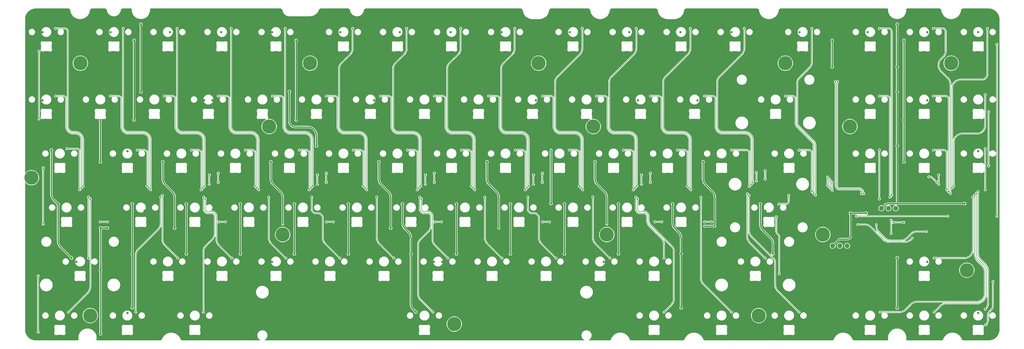
<source format=gbr>
%TF.GenerationSoftware,KiCad,Pcbnew,8.0.6*%
%TF.CreationDate,2025-04-02T20:39:07+07:00*%
%TF.ProjectId,Zellia80,5a656c6c-6961-4383-902e-6b696361645f,rev?*%
%TF.SameCoordinates,Original*%
%TF.FileFunction,Copper,L1,Top*%
%TF.FilePolarity,Positive*%
%FSLAX46Y46*%
G04 Gerber Fmt 4.6, Leading zero omitted, Abs format (unit mm)*
G04 Created by KiCad (PCBNEW 8.0.6) date 2025-04-02 20:39:07*
%MOMM*%
%LPD*%
G01*
G04 APERTURE LIST*
%TA.AperFunction,ComponentPad*%
%ADD10C,0.800000*%
%TD*%
%TA.AperFunction,ComponentPad*%
%ADD11C,5.000000*%
%TD*%
%TA.AperFunction,ComponentPad*%
%ADD12O,1.700000X1.700000*%
%TD*%
%TA.AperFunction,ComponentPad*%
%ADD13R,1.700000X1.700000*%
%TD*%
%TA.AperFunction,ComponentPad*%
%ADD14C,0.500000*%
%TD*%
%TA.AperFunction,ViaPad*%
%ADD15C,0.800000*%
%TD*%
%TA.AperFunction,ViaPad*%
%ADD16C,0.600000*%
%TD*%
%TA.AperFunction,ViaPad*%
%ADD17C,0.500000*%
%TD*%
%TA.AperFunction,Conductor*%
%ADD18C,0.400000*%
%TD*%
%TA.AperFunction,Conductor*%
%ADD19C,0.200000*%
%TD*%
G04 APERTURE END LIST*
D10*
%TO.P,H16,1*%
%TO.N,N/C*%
X275718750Y-71437500D03*
X275169575Y-72763325D03*
X275169575Y-70111675D03*
X273843750Y-73312500D03*
D11*
X273843750Y-71437500D03*
D10*
X273843750Y-69562500D03*
X272517925Y-72763325D03*
X272517925Y-70111675D03*
X271968750Y-71437500D03*
%TD*%
%TO.P,H13,1*%
%TO.N,N/C*%
X320962122Y-11000010D03*
X320412947Y-12325835D03*
X320412947Y-9674185D03*
X319087122Y-12875010D03*
D11*
X319087122Y-11000010D03*
D10*
X319087122Y-9125010D03*
X317761297Y-12325835D03*
X317761297Y-9674185D03*
X317212122Y-11000010D03*
%TD*%
%TO.P,H14,1*%
%TO.N,N/C*%
X17352747Y-100012510D03*
X16803572Y-101338335D03*
X16803572Y-98686685D03*
X15477747Y-101887510D03*
D11*
X15477747Y-100012510D03*
D10*
X15477747Y-98137510D03*
X14151922Y-101338335D03*
X14151922Y-98686685D03*
X13602747Y-100012510D03*
%TD*%
%TO.P,H11,1*%
%TO.N,N/C*%
X194756250Y-33337500D03*
X194207075Y-34663325D03*
X194207075Y-32011675D03*
X192881250Y-35212500D03*
D11*
X192881250Y-33337500D03*
D10*
X192881250Y-31462500D03*
X191555425Y-34663325D03*
X191555425Y-32011675D03*
X191006250Y-33337500D03*
%TD*%
%TO.P,H5,1*%
%TO.N,N/C*%
X175487244Y-11000010D03*
X174938069Y-12325835D03*
X174938069Y-9674185D03*
X173612244Y-12875010D03*
D11*
X173612244Y-11000010D03*
D10*
X173612244Y-9125010D03*
X172286419Y-12325835D03*
X172286419Y-9674185D03*
X171737244Y-11000010D03*
%TD*%
D12*
%TO.P,J3,4,Pin_4*%
%TO.N,TX*%
X282373078Y-75409402D03*
%TO.P,J3,3,Pin_3*%
%TO.N,RX*%
X279833078Y-75409402D03*
%TO.P,J3,2,Pin_2*%
%TO.N,+3V3*%
X277293078Y-75409402D03*
D13*
%TO.P,J3,1,Pin_1*%
%TO.N,GND*%
X274753078Y-75409402D03*
%TD*%
D10*
%TO.P,H4,1*%
%TO.N,N/C*%
X-3362878Y-51387510D03*
X-3912053Y-52713335D03*
X-3912053Y-50061685D03*
X-5237878Y-53262510D03*
D11*
X-5237878Y-51387510D03*
D10*
X-5237878Y-49512510D03*
X-6563703Y-52713335D03*
X-6563703Y-50061685D03*
X-7112878Y-51387510D03*
%TD*%
D12*
%TO.P,J4,4,Pin_4*%
%TO.N,+3V3*%
X294475293Y-62175020D03*
%TO.P,J4,3,Pin_3*%
%TO.N,SWDIO*%
X297015293Y-62175020D03*
%TO.P,J4,2,Pin_2*%
%TO.N,SWCLK*%
X299555293Y-62175020D03*
D13*
%TO.P,J4,1,Pin_1*%
%TO.N,GND*%
X302095293Y-62175020D03*
%TD*%
D10*
%TO.P,H10,1*%
%TO.N,N/C*%
X285243750Y-33337500D03*
X284694575Y-34663325D03*
X284694575Y-32011675D03*
X283368750Y-35212500D03*
D11*
X283368750Y-33337500D03*
D10*
X283368750Y-31462500D03*
X282042925Y-34663325D03*
X282042925Y-32011675D03*
X281493750Y-33337500D03*
%TD*%
%TO.P,H1,1*%
%TO.N,N/C*%
X94874244Y-11000010D03*
X94325069Y-12325835D03*
X94325069Y-9674185D03*
X92999244Y-12875010D03*
D11*
X92999244Y-11000010D03*
D10*
X92999244Y-9125010D03*
X91673419Y-12325835D03*
X91673419Y-9674185D03*
X91124244Y-11000010D03*
%TD*%
%TO.P,H18,1*%
%TO.N,N/C*%
X199518750Y-71437500D03*
X198969575Y-72763325D03*
X198969575Y-70111675D03*
X197643750Y-73312500D03*
D11*
X197643750Y-71437500D03*
D10*
X197643750Y-69562500D03*
X196317925Y-72763325D03*
X196317925Y-70111675D03*
X195768750Y-71437500D03*
%TD*%
%TO.P,H12,1*%
%TO.N,N/C*%
X13874244Y-11000010D03*
X13325069Y-12325835D03*
X13325069Y-9674185D03*
X11999244Y-12875010D03*
D11*
X11999244Y-11000010D03*
D10*
X11999244Y-9125010D03*
X10673419Y-12325835D03*
X10673419Y-9674185D03*
X10124244Y-11000010D03*
%TD*%
%TO.P,H17,1*%
%TO.N,N/C*%
X80456250Y-33337500D03*
X79907075Y-34663325D03*
X79907075Y-32011675D03*
X78581250Y-35212500D03*
D11*
X78581250Y-33337500D03*
D10*
X78581250Y-31462500D03*
X77255425Y-34663325D03*
X77255425Y-32011675D03*
X76706250Y-33337500D03*
%TD*%
%TO.P,H2,1*%
%TO.N,N/C*%
X262487244Y-11000010D03*
X261938069Y-12325835D03*
X261938069Y-9674185D03*
X260612244Y-12875010D03*
D11*
X260612244Y-11000010D03*
D10*
X260612244Y-9125010D03*
X259286419Y-12325835D03*
X259286419Y-9674185D03*
X258737244Y-11000010D03*
%TD*%
%TO.P,H3,1*%
%TO.N,N/C*%
X85218750Y-71437500D03*
X84669575Y-72763325D03*
X84669575Y-70111675D03*
X83343750Y-73312500D03*
D11*
X83343750Y-71437500D03*
D10*
X83343750Y-69562500D03*
X82017925Y-72763325D03*
X82017925Y-70111675D03*
X81468750Y-71437500D03*
%TD*%
%TO.P,H15,1*%
%TO.N,N/C*%
X253096497Y-100012510D03*
X252547322Y-101338335D03*
X252547322Y-98686685D03*
X251221497Y-101887510D03*
D11*
X251221497Y-100012510D03*
D10*
X251221497Y-98137510D03*
X249895672Y-101338335D03*
X249895672Y-98686685D03*
X249346497Y-100012510D03*
%TD*%
%TO.P,H8,1*%
%TO.N,N/C*%
X326487244Y-84012520D03*
X325938069Y-85338345D03*
X325938069Y-82686695D03*
X324612244Y-85887520D03*
D11*
X324612244Y-84012520D03*
D10*
X324612244Y-82137520D03*
X323286419Y-85338345D03*
X323286419Y-82686695D03*
X322737244Y-84012520D03*
%TD*%
%TO.P,H7,1*%
%TO.N,N/C*%
X145725000Y-103012500D03*
X145175825Y-104338325D03*
X145175825Y-101686675D03*
X143850000Y-104887500D03*
D11*
X143850000Y-103012500D03*
D10*
X143850000Y-101137500D03*
X142524175Y-104338325D03*
X142524175Y-101686675D03*
X141975000Y-103012500D03*
%TD*%
D14*
%TO.P,U85,11,PGND*%
%TO.N,GND*%
X290562499Y-10267500D03*
X291512499Y-10842500D03*
X289612499Y-10842500D03*
X290562499Y-11417500D03*
%TD*%
D15*
%TO.N,GND*%
X187613312Y-15087188D03*
X106613312Y5912812D03*
X115613312Y-90087188D03*
X187613312Y-63087188D03*
X262613312Y-27087188D03*
X229613312Y-93087188D03*
X298613312Y-87087188D03*
X40613312Y-15087188D03*
X-4386688Y-45087188D03*
X223613312Y-27087188D03*
X250613312Y-12087188D03*
X16613312Y-51087188D03*
X40613312Y-102087188D03*
X280613312Y-42087188D03*
X181613312Y-24087188D03*
X241613312Y-57087188D03*
X130613312Y-12087188D03*
X10613312Y-33087188D03*
X190613312Y-54087188D03*
X301613312Y-27087188D03*
X253613312Y-93087188D03*
X124613312Y-93087188D03*
X205613312Y-72087188D03*
X112613312Y-99087188D03*
X280613312Y-6087188D03*
X58613312Y-15087188D03*
X223613312Y-99087188D03*
X-4386688Y2912812D03*
X247613312Y-39087188D03*
X79613312Y-102087188D03*
X103613312Y-39087188D03*
X7613312Y-39087188D03*
X13613312Y-27087188D03*
X211613312Y-12087188D03*
X322613312Y-81087188D03*
X25613312Y-33087188D03*
X205613312Y-87188D03*
X319613312Y-63087188D03*
X214613312Y-6087188D03*
X91613312Y-72087188D03*
D16*
X304095293Y-74675020D03*
D15*
X-1386688Y-39087188D03*
X319613312Y-84087188D03*
X208613312Y-24087188D03*
X133613312Y5912812D03*
D16*
X301228118Y-56554699D03*
D15*
X328613312Y-18087188D03*
X226613312Y-90087188D03*
X91613312Y-15087188D03*
X202613312Y-72087188D03*
X166613312Y-99087188D03*
X46613312Y-60087188D03*
X1613312Y-33087188D03*
X226613312Y-33087188D03*
X235613312Y-18087188D03*
X301613312Y-87188D03*
X40613312Y-9087188D03*
X49613312Y-81087188D03*
D16*
X299695293Y-72275020D03*
D15*
X334613312Y-72087188D03*
X286613312Y-39087188D03*
X265613312Y-102087188D03*
X-1386688Y-78087188D03*
D16*
X0Y-26007500D03*
D15*
X175613312Y-96087188D03*
X118613312Y-33087188D03*
X-1386688Y-105087188D03*
X115613312Y5912812D03*
X106613312Y-102087188D03*
X265613312Y-12087188D03*
X166613312Y-18087188D03*
X220613312Y-15087188D03*
X139613312Y-57087188D03*
X193613312Y-66087188D03*
X37613312Y-15087188D03*
X223613312Y-15087188D03*
X13613312Y-72087188D03*
X157613312Y-99087188D03*
X172613312Y-15087188D03*
X61613312Y-39087188D03*
X202613312Y-54087188D03*
X100613312Y-90087188D03*
X199613312Y-27087188D03*
X100613312Y-93087188D03*
D16*
X61912500Y-2195000D03*
D15*
X226613312Y-102087188D03*
X217613312Y-90087188D03*
X250613312Y-27087188D03*
X187613312Y-33087188D03*
X79613312Y-15087188D03*
X151613312Y-33087188D03*
X184613312Y-87087188D03*
X310613312Y-24087188D03*
X124613312Y-30087188D03*
X208613312Y-102087188D03*
D16*
X256046875Y-49133125D03*
X128587500Y-64107500D03*
D15*
X13613312Y-90087188D03*
X136613312Y-39087188D03*
X268613312Y-90087188D03*
X67613312Y-90087188D03*
X268613312Y-27087188D03*
X271613312Y-27087188D03*
D16*
X66675000Y-45057500D03*
D15*
X163613312Y-102087188D03*
X295613312Y-39087188D03*
X4613312Y-27087188D03*
X175613312Y-27087188D03*
X34613312Y-39087188D03*
X133613312Y-90087188D03*
X247613312Y-6087188D03*
X178613312Y-18087188D03*
X97613312Y-9087188D03*
X145613312Y-87087188D03*
X97613312Y-42087188D03*
X28613312Y-24087188D03*
X49613312Y5912812D03*
X301613312Y-102087188D03*
X157613312Y-18087188D03*
X274613312Y-18087188D03*
X73613312Y-33087188D03*
X43613312Y-12087188D03*
X286613312Y-102087188D03*
X25613312Y-96087188D03*
X124613312Y-87188D03*
X184613312Y-90087188D03*
X259613312Y-15087188D03*
X79613312Y-9087188D03*
X73613312Y-63087188D03*
X-4386688Y-27087188D03*
X277613312Y-33087188D03*
X88613312Y-87188D03*
X127613312Y-81087188D03*
X163613312Y-33087188D03*
X124613312Y5912812D03*
X52613312Y-87188D03*
X193613312Y-69087188D03*
X271613312Y-15087188D03*
X148613312Y-99087188D03*
X268613312Y-75087188D03*
X76613312Y-60087188D03*
X97613312Y-6087188D03*
X214613312Y-18087188D03*
D16*
X33337500Y-64107500D03*
D15*
X10613312Y-60087188D03*
X154613312Y-102087188D03*
X187613312Y-27087188D03*
X259613312Y-75087188D03*
X175613312Y-57087188D03*
X304613312Y-63087188D03*
X106613312Y-30087188D03*
X49613312Y-27087188D03*
X250613312Y-87188D03*
X214613312Y-96087188D03*
X91613312Y-87188D03*
X37613312Y-75087188D03*
D16*
X224870317Y-59534375D03*
D15*
X202613312Y-24087188D03*
X301613312Y-18087188D03*
X28613312Y-75087188D03*
D16*
X228600000Y-26007500D03*
D15*
X313613312Y-90087188D03*
X1613312Y5912812D03*
X40613312Y-36087188D03*
X334613312Y-93087188D03*
X202613312Y-93087188D03*
X148613312Y-33087188D03*
X283613312Y-6087188D03*
X61613312Y-93087188D03*
X184613312Y-57087188D03*
D16*
X146289065Y-59534375D03*
D15*
X313613312Y-39087188D03*
D16*
X291309704Y-71639431D03*
D15*
X103613312Y5912812D03*
X85613312Y-54087188D03*
X313613312Y-33087188D03*
X115613312Y-87188D03*
X100613312Y-18087188D03*
X115613312Y-6087188D03*
X226613312Y-81087188D03*
D16*
X309562500Y-102207500D03*
D15*
X229613312Y-6087188D03*
X325613312Y-93087188D03*
X163613312Y5912812D03*
X58613312Y-39087188D03*
D16*
X184389065Y-59534375D03*
X288795293Y-76225020D03*
D15*
X265613312Y-60087188D03*
X295613312Y-93087188D03*
X274613312Y-42087188D03*
X100613312Y-33087188D03*
X106613312Y-12087188D03*
X154613312Y-15087188D03*
X334613312Y-102087188D03*
X61613312Y-18087188D03*
X304613312Y-78087188D03*
X202613312Y-90087188D03*
X205613312Y-39087188D03*
X91613312Y-90087188D03*
X151613312Y-99087188D03*
X49613312Y-12087188D03*
X115613312Y-36087188D03*
X244613312Y-63087188D03*
X247613312Y-27087188D03*
X1613312Y-78087188D03*
D16*
X238125000Y-45057500D03*
D15*
X325613312Y-63087188D03*
X76613312Y-72087188D03*
X181613312Y-27087188D03*
D16*
X147479691Y-59534375D03*
D15*
X331613312Y-66087188D03*
X109613312Y-9087188D03*
X100613312Y-12087188D03*
D16*
X259398437Y-59534376D03*
D15*
X34613312Y-87188D03*
X28613312Y-87087188D03*
X148613312Y-12087188D03*
X40613312Y-33087188D03*
X193613312Y-93087188D03*
X331613312Y-57087188D03*
D16*
X301228118Y-59531264D03*
D15*
X142613312Y-18087188D03*
X253613312Y-39087188D03*
X28613312Y-9087188D03*
X217613312Y-102087188D03*
D16*
X133350000Y-26007500D03*
D15*
X205613312Y-57087188D03*
D16*
X281095293Y-62925020D03*
D15*
X112613312Y-6087188D03*
D16*
X290512500Y-102207500D03*
D15*
X241613312Y-27087188D03*
X307613312Y-90087188D03*
X286613312Y-18087188D03*
X295613312Y-18087188D03*
X211613312Y-39087188D03*
D16*
X235200000Y-75602500D03*
D15*
X58613312Y-9087188D03*
X307613312Y-78087188D03*
D16*
X221298439Y-59534375D03*
D15*
X118613312Y-57087188D03*
X91613312Y-6087188D03*
X58613312Y-69087188D03*
X7613312Y-90087188D03*
D16*
X7143750Y-64107500D03*
D15*
X121613312Y-93087188D03*
X193613312Y-99087188D03*
X163613312Y-39087188D03*
X205613312Y-33087188D03*
X82613312Y-33087188D03*
X19613312Y-15087188D03*
X109613312Y-90087188D03*
X268613312Y-9087188D03*
X313613312Y-102087188D03*
X232613312Y-12087188D03*
X325613312Y-15087188D03*
X136613312Y-36087188D03*
X274613312Y-33087188D03*
X169613312Y-18087188D03*
X325613312Y-12087188D03*
X271613312Y-6087188D03*
X238613312Y-93087188D03*
X10613312Y-72087188D03*
X184613312Y-99087188D03*
X295613312Y-33087188D03*
X112613312Y-33087188D03*
X1613312Y-39087188D03*
X85613312Y-18087188D03*
X49613312Y-9087188D03*
X247613312Y-90087188D03*
X58613312Y-93087188D03*
X157613312Y-63087188D03*
X229613312Y-24087188D03*
X52613312Y-57087188D03*
X127613312Y-27087188D03*
X181613312Y-90087188D03*
X121613312Y5912812D03*
X262613312Y-33087188D03*
X154613312Y-18087188D03*
X130613312Y-102087188D03*
X247613312Y-93087188D03*
X217613312Y-6087188D03*
X196613312Y-33087188D03*
X280613312Y-81087188D03*
X184613312Y-96087188D03*
X217613312Y-93087188D03*
X301613312Y-93087188D03*
X235613312Y5912812D03*
X4613312Y-15087188D03*
X295613312Y-15087188D03*
X112613312Y-9087188D03*
D16*
X180975000Y-45057500D03*
D15*
X229613312Y-18087188D03*
X133613312Y-33087188D03*
X139613312Y-33087188D03*
X115613312Y-24087188D03*
X139613312Y-39087188D03*
X148613312Y-9087188D03*
X16613312Y5912812D03*
X64613312Y-66087188D03*
X160613312Y5912812D03*
X232613312Y-15087188D03*
X-4386688Y-78087188D03*
X4613312Y-90087188D03*
X55613312Y-15087188D03*
X1613312Y-36087188D03*
X130613312Y-72087188D03*
X202613312Y-15087188D03*
X10613312Y-39087188D03*
X328613312Y-21087188D03*
X256613312Y-102087188D03*
X322613312Y-63087188D03*
X265613312Y-87188D03*
X259613312Y-18087188D03*
X139613312Y-60087188D03*
X160613312Y-66087188D03*
X211613312Y-33087188D03*
X304613312Y-54087188D03*
X205613312Y-99087188D03*
X133613312Y-36087188D03*
X79613312Y-90087188D03*
X16613312Y-42087188D03*
X22613312Y-18087188D03*
X307613312Y-33087188D03*
X214613312Y-36087188D03*
X226613312Y-87087188D03*
X22613312Y-105087188D03*
X22613312Y-93087188D03*
X187613312Y5912812D03*
X109613312Y-18087188D03*
X118613312Y-60087188D03*
X172613312Y-87188D03*
D16*
X166687500Y-64107500D03*
D15*
X280613312Y-90087188D03*
X49613312Y-93087188D03*
D16*
X76200000Y-26007500D03*
D15*
X124613312Y-87087188D03*
X229613312Y-72087188D03*
X34613312Y-87087188D03*
X286613312Y-36087188D03*
X277613312Y-87188D03*
X322613312Y-72087188D03*
X238613312Y-27087188D03*
X184613312Y-72087188D03*
X238613312Y-39087188D03*
X88613312Y-57087188D03*
X142613312Y-69087188D03*
X193613312Y-60087188D03*
D16*
X23812500Y-2195000D03*
D15*
X232613312Y-93087188D03*
X85613312Y-93087188D03*
X208613312Y-12087188D03*
X241613312Y-9087188D03*
X49613312Y-30087188D03*
X10613312Y-81087188D03*
X298613312Y-78087188D03*
X163613312Y-87087188D03*
X325613312Y-75087188D03*
X22613312Y-96087188D03*
X304613312Y-18087188D03*
X58613312Y-36087188D03*
X250613312Y-33087188D03*
X271613312Y-18087188D03*
X175613312Y-39087188D03*
X130613312Y-18087188D03*
X247613312Y-102087188D03*
X205613312Y-102087188D03*
X94613312Y-93087188D03*
X121613312Y-90087188D03*
X268613312Y-99087188D03*
X43613312Y5912812D03*
X271613312Y-102087188D03*
X265613312Y-27087188D03*
X49613312Y-96087188D03*
X145613312Y-24087188D03*
X34613312Y-12087188D03*
X145613312Y-93087188D03*
X130613312Y-9087188D03*
X43613312Y-90087188D03*
X109613312Y-39087188D03*
X160613312Y-90087188D03*
X19613312Y-57087188D03*
X109613312Y-93087188D03*
X169613312Y-15087188D03*
D16*
X90487500Y-64107500D03*
D15*
X157613312Y-96087188D03*
X214613312Y5912812D03*
X253613312Y-18087188D03*
X4613312Y-18087188D03*
D16*
X110570317Y-59534375D03*
D15*
X85613312Y-96087188D03*
X10613312Y-24087188D03*
X232613312Y-39087188D03*
X157613312Y-57087188D03*
X172613312Y-93087188D03*
X202613312Y-33087188D03*
X310613312Y-39087188D03*
X64613312Y-96087188D03*
X241613312Y-15087188D03*
X73613312Y-57087188D03*
D16*
X42862500Y-83157500D03*
D15*
X37613312Y5912812D03*
X238613312Y-57087188D03*
X43613312Y-93087188D03*
X199613312Y-12087188D03*
X241613312Y5912812D03*
X190613312Y-57087188D03*
X286613312Y-87087188D03*
D16*
X328612500Y-2195000D03*
D15*
X76613312Y-75087188D03*
X289613312Y-90087188D03*
X154613312Y-12087188D03*
X283613312Y-81087188D03*
X301613312Y-96087188D03*
X247613312Y-15087188D03*
X190613312Y-99087188D03*
X205613312Y-93087188D03*
X133613312Y-9087188D03*
X43613312Y-18087188D03*
X196613312Y-96087188D03*
X82613312Y-18087188D03*
X91613312Y-96087188D03*
X130613312Y-15087188D03*
X172613312Y-102087188D03*
X88613312Y-75087188D03*
X-1386688Y-45087188D03*
X316613312Y-27087188D03*
X292613312Y5912812D03*
X70613312Y-18087188D03*
X253613312Y-57087188D03*
X76613312Y-15087188D03*
X67613312Y-69087188D03*
X307613312Y-39087188D03*
X121613312Y-9087188D03*
X97613312Y5912812D03*
X259613312Y-87087188D03*
X16613312Y-90087188D03*
X181613312Y-9087188D03*
X292613312Y-60087188D03*
D16*
X70089065Y-59534375D03*
D15*
X301613312Y-75087188D03*
X277613312Y-81087188D03*
X160613312Y-72087188D03*
X229613312Y-87087188D03*
X199613312Y-99087188D03*
D16*
X47625000Y-45057500D03*
D15*
X166613312Y-33087188D03*
X70613312Y-33087188D03*
X328613312Y-90087188D03*
X10613312Y-93087188D03*
D16*
X106998439Y-59534375D03*
D15*
X283613312Y-54087188D03*
X4613312Y-93087188D03*
X4613312Y-39087188D03*
X169613312Y-87087188D03*
X193613312Y-27087188D03*
D16*
X171450000Y-26007500D03*
D15*
X292613312Y-75087188D03*
X172613312Y-6087188D03*
X181613312Y-96087188D03*
X166613312Y-72087188D03*
X232613312Y-102087188D03*
X154613312Y-93087188D03*
X76613312Y-12087188D03*
X109613312Y-27087188D03*
D16*
X290512500Y-45057500D03*
D15*
X22613312Y-15087188D03*
X232613312Y-27087188D03*
X187613312Y-18087188D03*
X238613312Y-12087188D03*
X289613312Y-39087188D03*
X256613312Y-15087188D03*
X4613312Y-57087188D03*
X97613312Y-15087188D03*
D16*
X185737500Y-64107500D03*
D15*
X118613312Y-102087188D03*
X28613312Y-12087188D03*
X286613312Y-9087188D03*
X274613312Y-36087188D03*
D16*
X214312500Y-83157500D03*
D15*
X265613312Y-24087188D03*
X85613312Y-75087188D03*
D16*
X195262500Y-83157500D03*
D15*
X334613312Y-78087188D03*
X229613312Y-15087188D03*
X322613312Y-27087188D03*
X295613312Y-102087188D03*
X64613312Y5912812D03*
X259613312Y-87188D03*
X73613312Y-99087188D03*
D16*
X261937500Y-45057500D03*
D15*
X127613312Y-12087188D03*
X148613312Y-27087188D03*
D16*
X30798442Y-59534375D03*
D15*
X190613312Y-72087188D03*
X106613312Y-93087188D03*
X22613312Y-39087188D03*
X127613312Y-102087188D03*
X310613312Y-9087188D03*
X274613312Y5912812D03*
X214613312Y-72087188D03*
X196613312Y-66087188D03*
X202613312Y-27087188D03*
X52613312Y-15087188D03*
X256613312Y-18087188D03*
D16*
X52387500Y-102207500D03*
D15*
X226613312Y-63087188D03*
X142613312Y-87188D03*
X325613312Y-45087188D03*
X298613312Y-81087188D03*
X310613312Y-90087188D03*
X166613312Y-96087188D03*
X115613312Y-33087188D03*
X169613312Y-33087188D03*
X-1386688Y-9087188D03*
X49613312Y-39087188D03*
X322613312Y-6087188D03*
X250613312Y-72087188D03*
X196613312Y-90087188D03*
X271613312Y-36087188D03*
X292613312Y-81087188D03*
X277613312Y-42087188D03*
X118613312Y-15087188D03*
X13613312Y-75087188D03*
X70613312Y-27087188D03*
X4613312Y-84087188D03*
X151613312Y-105087188D03*
X52613312Y-27087188D03*
X73613312Y-75087188D03*
X82613312Y-9087188D03*
X28613312Y-90087188D03*
D16*
X266700000Y-2195000D03*
D15*
X307613312Y-12087188D03*
X226613312Y-9087188D03*
X31613312Y-72087188D03*
X40613312Y-93087188D03*
X241613312Y-24087188D03*
X247613312Y5912812D03*
X136613312Y-12087188D03*
X61613312Y-102087188D03*
X46613312Y-75087188D03*
D16*
X4762500Y-102207500D03*
D15*
X331613312Y-69087188D03*
X118613312Y-66087188D03*
X301613312Y-81087188D03*
X73613312Y-72087188D03*
X34613312Y-15087188D03*
X304613312Y5912812D03*
X331613312Y-18087188D03*
X331613312Y-75087188D03*
X46613312Y-57087188D03*
X25613312Y-81087188D03*
X76613312Y-57087188D03*
X334613312Y-75087188D03*
X166613312Y-30087188D03*
D16*
X108189065Y-59534375D03*
D15*
X271613312Y-99087188D03*
X64613312Y-63087188D03*
X160613312Y-96087188D03*
X319613312Y-75087188D03*
D16*
X123825000Y-45057500D03*
D15*
X163613312Y-54087188D03*
D16*
X219075000Y-45057500D03*
D15*
X307613312Y-54087188D03*
X121613312Y-72087188D03*
X190613312Y-15087188D03*
X43613312Y-36087188D03*
X208613312Y-15087188D03*
X280613312Y-87087188D03*
X109613312Y-15087188D03*
X43613312Y-72087188D03*
X310613312Y-63087188D03*
X115613312Y-72087188D03*
X196613312Y-6087188D03*
X172613312Y-18087188D03*
X196613312Y-18087188D03*
X118613312Y-39087188D03*
X64613312Y-69087188D03*
D16*
X72470317Y-59534375D03*
D15*
X334613312Y5912812D03*
X118613312Y-12087188D03*
X175613312Y-15087188D03*
X70613312Y-93087188D03*
X316613312Y-87087188D03*
X274613312Y-66087188D03*
X277613312Y-66087188D03*
X292613312Y-78087188D03*
X190613312Y-39087188D03*
X184613312Y-102087188D03*
X76613312Y-54087188D03*
X289613312Y-81087188D03*
X190613312Y-36087188D03*
X190613312Y-102087188D03*
X148613312Y-93087188D03*
X244613312Y-93087188D03*
D16*
X328612500Y-26007500D03*
D15*
X46613312Y-72087188D03*
X37613312Y-102087188D03*
X34613312Y-96087188D03*
X283613312Y-39087188D03*
X127613312Y-33087188D03*
X7613312Y-93087188D03*
D16*
X71279691Y-59534375D03*
D15*
X310613312Y-87188D03*
X1613312Y-15087188D03*
X142613312Y-9087188D03*
X181613312Y-18087188D03*
X313613312Y-36087188D03*
X196613312Y-39087188D03*
X229613312Y-96087188D03*
X244613312Y-96087188D03*
X28613312Y-99087188D03*
X70613312Y-75087188D03*
X-4386688Y-63087188D03*
D16*
X148670317Y-59534375D03*
D15*
X298613312Y-75087188D03*
X64613312Y-93087188D03*
X196613312Y-54087188D03*
X25613312Y-36087188D03*
X148613312Y5912812D03*
X10613312Y-18087188D03*
X10613312Y-15087188D03*
X247613312Y-24087188D03*
X169613312Y-87188D03*
X121613312Y-39087188D03*
X310613312Y-54087188D03*
X79613312Y5912812D03*
X22613312Y-87188D03*
X304613312Y-30087188D03*
X73613312Y-18087188D03*
X127613312Y-30087188D03*
X130613312Y-63087188D03*
X115613312Y-102087188D03*
X274613312Y-39087188D03*
X322613312Y-78087188D03*
X277613312Y-69087188D03*
X334613312Y2912812D03*
X-4386688Y-48087188D03*
X268613312Y-96087188D03*
X67613312Y-24087188D03*
X199613312Y-96087188D03*
X301613312Y-9087188D03*
X190613312Y-96087188D03*
D16*
X254635933Y-59534376D03*
D15*
X301613312Y-39087188D03*
X286613312Y-93087188D03*
X211613312Y-90087188D03*
X82613312Y5912812D03*
X37613312Y-39087188D03*
X124613312Y-24087188D03*
X166613312Y-9087188D03*
X-4386688Y-15087188D03*
X58613312Y-24087188D03*
X217613312Y-39087188D03*
X97613312Y-93087188D03*
X61613312Y-36087188D03*
X256613312Y-12087188D03*
X142613312Y-39087188D03*
X43613312Y-75087188D03*
X271613312Y-75087188D03*
X103613312Y-102087188D03*
X130613312Y-33087188D03*
X247613312Y-12087188D03*
X325613312Y-87087188D03*
X52613312Y-9087188D03*
X289613312Y-54087188D03*
X25613312Y-93087188D03*
X106613312Y-39087188D03*
X331613312Y-63087188D03*
X175613312Y-87188D03*
X28613312Y-96087188D03*
X28613312Y-15087188D03*
X58613312Y-90087188D03*
X244613312Y-90087188D03*
X292613312Y-36087188D03*
X295613312Y-81087188D03*
X184613312Y-33087188D03*
X103613312Y-69087188D03*
D16*
X61912500Y-83157500D03*
D15*
X202613312Y-102087188D03*
X7613312Y-96087188D03*
X10613312Y-6087188D03*
D16*
X123825000Y-2195000D03*
D15*
X184613312Y-105087188D03*
X148613312Y-39087188D03*
X4613312Y-54087188D03*
X1613312Y-96087188D03*
X322613312Y-90087188D03*
X160613312Y-54087188D03*
X241613312Y-63087188D03*
X163613312Y-57087188D03*
X22613312Y-33087188D03*
X298613312Y-96087188D03*
D16*
X223679691Y-59534375D03*
D15*
X34613312Y-6087188D03*
X229613312Y-42087188D03*
X301613312Y-36087188D03*
X178613312Y-90087188D03*
X61613312Y-87188D03*
X142613312Y-90087188D03*
X133613312Y-42087188D03*
X139613312Y-96087188D03*
X169613312Y-12087188D03*
X178613312Y-9087188D03*
X25613312Y-63087188D03*
X298613312Y-90087188D03*
X214613312Y-90087188D03*
X229613312Y-60087188D03*
X271613312Y-81087188D03*
X58613312Y5912812D03*
X157613312Y-102087188D03*
D16*
X142875000Y-45057500D03*
D15*
X241613312Y-87188D03*
X301613312Y-42087188D03*
X52613312Y-81087188D03*
X184613312Y-81087188D03*
X13613312Y-60087188D03*
X295613312Y-75087188D03*
X229613312Y-99087188D03*
X286613312Y-54087188D03*
X214613312Y-12087188D03*
X25613312Y-18087188D03*
X124613312Y-18087188D03*
X145613312Y-18087188D03*
X139613312Y-63087188D03*
X-1386688Y-81087188D03*
X325613312Y-27087188D03*
X223613312Y-12087188D03*
X253613312Y-54087188D03*
X115613312Y-39087188D03*
X244613312Y-24087188D03*
X241613312Y-87087188D03*
X136613312Y-33087188D03*
X16613312Y-9087188D03*
D16*
X176212500Y-83157500D03*
D15*
X-4386688Y-84087188D03*
X67613312Y-39087188D03*
X139613312Y-90087188D03*
X163613312Y-30087188D03*
X103613312Y-87188D03*
X40613312Y-12087188D03*
X67613312Y-75087188D03*
X85613312Y-57087188D03*
X166613312Y-93087188D03*
X-4386688Y-57087188D03*
X169613312Y-102087188D03*
X58613312Y-102087188D03*
X289613312Y-87188D03*
X88613312Y-102087188D03*
X304613312Y-33087188D03*
X112613312Y-87087188D03*
X229613312Y-12087188D03*
X106613312Y-90087188D03*
D16*
X28575000Y-102207500D03*
X29607816Y-59534375D03*
D15*
X28613312Y-66087188D03*
X10613312Y-54087188D03*
X-1386688Y5912812D03*
X13613312Y-30087188D03*
X70613312Y5912812D03*
X91613312Y-27087188D03*
X19613312Y-18087188D03*
X100613312Y-99087188D03*
X151613312Y-18087188D03*
X82613312Y-93087188D03*
D16*
X241050000Y-75602500D03*
D15*
X163613312Y-93087188D03*
X19613312Y5912812D03*
X157613312Y-27087188D03*
X301613312Y-24087188D03*
X4613312Y-36087188D03*
X-1386688Y-93087188D03*
X70613312Y-87188D03*
X277613312Y-36087188D03*
X52613312Y-90087188D03*
X187613312Y-72087188D03*
X304613312Y-90087188D03*
X277613312Y-27087188D03*
X127613312Y-93087188D03*
X208613312Y-9087188D03*
X310613312Y-81087188D03*
X10613312Y-63087188D03*
X202613312Y-57087188D03*
X238613312Y-63087188D03*
X136613312Y-27087188D03*
X205613312Y5912812D03*
X193613312Y-96087188D03*
X145613312Y-39087188D03*
D16*
X114300000Y-26007500D03*
D15*
X142613312Y-30087188D03*
X196613312Y-36087188D03*
X142613312Y-57087188D03*
X238613312Y-24087188D03*
X37613312Y-93087188D03*
X88613312Y-93087188D03*
X10613312Y-69087188D03*
X229613312Y-36087188D03*
X280613312Y-102087188D03*
X274613312Y-99087188D03*
X271613312Y-9087188D03*
X166613312Y5912812D03*
X106613312Y-24087188D03*
X139613312Y5912812D03*
X322613312Y-69087188D03*
X211613312Y-15087188D03*
X307613312Y-18087188D03*
X49613312Y-24087188D03*
X-4386688Y-69087188D03*
X-4386688Y-60087188D03*
X163613312Y-90087188D03*
X46613312Y5912812D03*
X37613312Y-96087188D03*
X10613312Y-27087188D03*
X322613312Y-30087188D03*
X184613312Y-87188D03*
X100613312Y-27087188D03*
X274613312Y-9087188D03*
X58613312Y-96087188D03*
X169613312Y-99087188D03*
X208613312Y-33087188D03*
X1613312Y-81087188D03*
X283613312Y-96087188D03*
D16*
X28417190Y-59534375D03*
D15*
X73613312Y-87087188D03*
X310613312Y-96087188D03*
X103613312Y-99087188D03*
X274613312Y-63087188D03*
X277613312Y-87087188D03*
X40613312Y-99087188D03*
X43613312Y-63087188D03*
X70613312Y-57087188D03*
X124613312Y-12087188D03*
X277613312Y-102087188D03*
X172613312Y-90087188D03*
X145613312Y-27087188D03*
X4613312Y-33087188D03*
X286613312Y-96087188D03*
X211613312Y-87188D03*
X283613312Y-99087188D03*
X256613312Y-93087188D03*
X82613312Y-75087188D03*
X85613312Y-60087188D03*
X274613312Y-81087188D03*
X250613312Y-42087188D03*
X70613312Y-30087188D03*
X127613312Y-15087188D03*
X31613312Y-87188D03*
X325613312Y5912812D03*
D16*
X242350000Y-75602500D03*
D15*
X205613312Y-27087188D03*
X58613312Y-18087188D03*
X154613312Y-39087188D03*
D16*
X80962500Y-83157500D03*
D15*
X1613312Y-18087188D03*
X274613312Y-102087188D03*
X34613312Y-27087188D03*
X193613312Y-12087188D03*
X199613312Y-9087188D03*
X160613312Y-9087188D03*
X253613312Y-9087188D03*
X310613312Y-69087188D03*
D16*
X223837500Y-2195000D03*
D15*
X322613312Y-102087188D03*
X220613312Y-39087188D03*
X148613312Y-102087188D03*
X199613312Y-66087188D03*
X259613312Y-36087188D03*
X34613312Y-72087188D03*
X85613312Y-90087188D03*
X181613312Y5912812D03*
X34613312Y-18087188D03*
D16*
X286345293Y-66675020D03*
D15*
X58613312Y-42087188D03*
X265613312Y-39087188D03*
X79613312Y-87188D03*
X73613312Y-87188D03*
X37613312Y-60087188D03*
X118613312Y-63087188D03*
X28613312Y-72087188D03*
X94613312Y-72087188D03*
X265613312Y-72087188D03*
X217613312Y-9087188D03*
X100613312Y-54087188D03*
X157613312Y-105087188D03*
X259613312Y-39087188D03*
X7613312Y-57087188D03*
X319613312Y-78087188D03*
X295613312Y-57087188D03*
X283613312Y-93087188D03*
X46613312Y-54087188D03*
X316613312Y-39087188D03*
X211613312Y-36087188D03*
X37613312Y-99087188D03*
X34613312Y-90087188D03*
X196613312Y-9087188D03*
X286613312Y-81087188D03*
X4613312Y-87087188D03*
X145613312Y-81087188D03*
X253613312Y-42087188D03*
X22613312Y-36087188D03*
X106613312Y-18087188D03*
X52613312Y-93087188D03*
X262613312Y-66087188D03*
X-4386688Y-72087188D03*
X31613312Y-33087188D03*
X154613312Y5912812D03*
X304613312Y-27087188D03*
X55613312Y-18087188D03*
X91613312Y-57087188D03*
X82613312Y-15087188D03*
D16*
X298895293Y-68675020D03*
D15*
X331613312Y-72087188D03*
X1613312Y-69087188D03*
X67613312Y-87087188D03*
X25613312Y-102087188D03*
X142613312Y-66087188D03*
X187613312Y-81087188D03*
X-4386688Y-105087188D03*
X253613312Y-27087188D03*
X13613312Y-6087188D03*
X262613312Y-18087188D03*
X181613312Y-66087188D03*
X127613312Y-90087188D03*
X97613312Y-87188D03*
X91613312Y-54087188D03*
X301613312Y-90087188D03*
X268613312Y-39087188D03*
X175613312Y-99087188D03*
X4613312Y-81087188D03*
X91613312Y-87087188D03*
X238613312Y-81087188D03*
X67613312Y-72087188D03*
X184613312Y-9087188D03*
X172613312Y-99087188D03*
X295613312Y-9087188D03*
X148613312Y-57087188D03*
X91613312Y-93087188D03*
X43613312Y-33087188D03*
X76613312Y-18087188D03*
X52613312Y-33087188D03*
X169613312Y-105087188D03*
X229613312Y-57087188D03*
X241613312Y-60087188D03*
X142613312Y-15087188D03*
X82613312Y-102087188D03*
D16*
X104775000Y-2195000D03*
D15*
X52613312Y-12087188D03*
X70613312Y-81087188D03*
X193613312Y-9087188D03*
X286613312Y-90087188D03*
D16*
X309562500Y-45057500D03*
D15*
X271613312Y5912812D03*
X118613312Y-99087188D03*
D16*
X204787500Y-64107500D03*
D15*
X187613312Y-96087188D03*
X127613312Y-18087188D03*
X103613312Y-96087188D03*
X-1386688Y-102087188D03*
X148613312Y-87087188D03*
D16*
X254793750Y-64107500D03*
D15*
X103613312Y-93087188D03*
X91613312Y-99087188D03*
D16*
X34370320Y-59534375D03*
D15*
X61613312Y5912812D03*
X226613312Y-72087188D03*
X49613312Y-54087188D03*
X79613312Y-24087188D03*
X325613312Y-69087188D03*
X316613312Y-84087188D03*
X289613312Y-93087188D03*
X289613312Y-18087188D03*
D16*
X200025000Y-45057500D03*
D15*
X184613312Y-18087188D03*
D16*
X328612500Y-45057500D03*
D15*
X277613312Y5912812D03*
D16*
X298846866Y-59531264D03*
D15*
X232613312Y-87188D03*
X94613312Y-102087188D03*
X148613312Y-105087188D03*
X250613312Y-93087188D03*
X271613312Y-66087188D03*
X190613312Y-60087188D03*
X109613312Y-87087188D03*
X79613312Y-27087188D03*
X310613312Y-15087188D03*
X112613312Y-87188D03*
X154613312Y-96087188D03*
X283613312Y-90087188D03*
X82613312Y-99087188D03*
X145613312Y-9087188D03*
X40613312Y-90087188D03*
X151613312Y-87188D03*
X136613312Y-93087188D03*
D16*
X80962500Y-2195000D03*
D15*
X37613312Y-12087188D03*
X115613312Y-9087188D03*
X103613312Y-66087188D03*
X277613312Y-72087188D03*
D16*
X68898439Y-59534375D03*
D15*
X43613312Y-102087188D03*
X256613312Y-87188D03*
X238613312Y-9087188D03*
X196613312Y-99087188D03*
X313613312Y-78087188D03*
X304613312Y-36087188D03*
X295613312Y-27087188D03*
X109613312Y-12087188D03*
D16*
X185737500Y-2195000D03*
D15*
X97613312Y-39087188D03*
X151613312Y-102087188D03*
X16613312Y-66087188D03*
X109613312Y-96087188D03*
X4613312Y-96087188D03*
X10613312Y-102087188D03*
X271613312Y-87087188D03*
X136613312Y-90087188D03*
X88613312Y-81087188D03*
X16613312Y-63087188D03*
X274613312Y-24087188D03*
X298613312Y-102087188D03*
X136613312Y-15087188D03*
X214613312Y-27087188D03*
X52613312Y-72087188D03*
X319613312Y-15087188D03*
X133613312Y-87188D03*
X202613312Y-39087188D03*
X133613312Y-12087188D03*
X292613312Y-33087188D03*
X175613312Y-90087188D03*
X43613312Y-96087188D03*
X211613312Y-96087188D03*
X40613312Y-42087188D03*
X229613312Y-90087188D03*
X292613312Y-18087188D03*
X232613312Y-72087188D03*
X196613312Y-60087188D03*
X-4386688Y-12087188D03*
X232613312Y-87087188D03*
X256613312Y-6087188D03*
X190613312Y-6087188D03*
X187613312Y-93087188D03*
X136613312Y-57087188D03*
X313613312Y-9087188D03*
X316613312Y-93087188D03*
X4613312Y-78087188D03*
X262613312Y-63087188D03*
X157613312Y-93087188D03*
X127613312Y-87087188D03*
X247613312Y-9087188D03*
X70613312Y-9087188D03*
X328613312Y-12087188D03*
X178613312Y-63087188D03*
X124613312Y-15087188D03*
X193613312Y-39087188D03*
X259613312Y-81087188D03*
X88613312Y-54087188D03*
X316613312Y-18087188D03*
X220613312Y-27087188D03*
X-4386688Y-81087188D03*
X4613312Y-9087188D03*
X40613312Y-39087188D03*
X190613312Y5912812D03*
X148613312Y-90087188D03*
D16*
X298846866Y-56554699D03*
D15*
X124613312Y-96087188D03*
X55613312Y-24087188D03*
X100613312Y-96087188D03*
X151613312Y-15087188D03*
X289613312Y-87087188D03*
D16*
X157162500Y-83157500D03*
D15*
X160613312Y-102087188D03*
X262613312Y-15087188D03*
D16*
X257017185Y-59534376D03*
D15*
X70613312Y-39087188D03*
X316613312Y-99087188D03*
X55613312Y-33087188D03*
D16*
X296695293Y-68475020D03*
D15*
X289613312Y-33087188D03*
X334613312Y-105087188D03*
X109613312Y-102087188D03*
X193613312Y-18087188D03*
X166613312Y-15087188D03*
X262613312Y5912812D03*
X142613312Y-27087188D03*
X139613312Y-12087188D03*
X199613312Y-24087188D03*
X22613312Y-63087188D03*
X172613312Y-42087188D03*
X76613312Y-102087188D03*
X175613312Y-102087188D03*
X202613312Y-99087188D03*
X67613312Y-12087188D03*
X109613312Y-30087188D03*
D16*
X147637500Y-64107500D03*
D15*
X235613312Y-102087188D03*
X256613312Y-36087188D03*
X130613312Y5912812D03*
X199613312Y-93087188D03*
X196613312Y-87188D03*
X112613312Y-63087188D03*
D16*
X33179694Y-59534375D03*
D15*
X130613312Y-27087188D03*
X295613312Y-87087188D03*
X307613312Y-66087188D03*
X145613312Y-12087188D03*
X247613312Y-96087188D03*
X262613312Y-60087188D03*
X109613312Y-81087188D03*
X130613312Y-87188D03*
X88613312Y-39087188D03*
X25613312Y-72087188D03*
X178613312Y-6087188D03*
X115613312Y-18087188D03*
X76613312Y-39087188D03*
X265613312Y-81087188D03*
X319613312Y-69087188D03*
X-4386688Y-42087188D03*
X265613312Y-87087188D03*
D16*
X138112500Y-83157500D03*
D15*
X88613312Y-99087188D03*
X205613312Y-90087188D03*
X253613312Y-87188D03*
X70613312Y-96087188D03*
X292613312Y-96087188D03*
D16*
X292095293Y-68875020D03*
D15*
X73613312Y-81087188D03*
X199613312Y-57087188D03*
X43613312Y-66087188D03*
X220613312Y-9087188D03*
X205613312Y-12087188D03*
X274613312Y-90087188D03*
D16*
X133350000Y-102207500D03*
D15*
X313613312Y-84087188D03*
X271613312Y-24087188D03*
X181613312Y-105087188D03*
X259613312Y-96087188D03*
X244613312Y-39087188D03*
X127613312Y5912812D03*
X154613312Y-9087188D03*
X262613312Y-93087188D03*
X46613312Y-96087188D03*
X163613312Y-27087188D03*
X259613312Y-102087188D03*
X328613312Y-9087188D03*
X187613312Y-87087188D03*
X70613312Y-15087188D03*
X112613312Y-102087188D03*
X148613312Y-18087188D03*
X67613312Y-102087188D03*
X1613312Y-9087188D03*
X226613312Y-96087188D03*
X118613312Y-93087188D03*
X271613312Y-12087188D03*
X136613312Y-18087188D03*
X70613312Y-87087188D03*
X148613312Y-15087188D03*
X103613312Y-90087188D03*
X151613312Y-6087188D03*
D16*
X328612500Y-102207500D03*
D15*
X67613312Y-93087188D03*
D16*
X290512500Y-26007500D03*
D15*
X67613312Y-30087188D03*
X148613312Y-96087188D03*
X-4386688Y-90087188D03*
X82613312Y-96087188D03*
X172613312Y-96087188D03*
X187613312Y-102087188D03*
X76613312Y-36087188D03*
X82613312Y-27087188D03*
X181613312Y-69087188D03*
X244613312Y-57087188D03*
X211613312Y5912812D03*
X250613312Y5912812D03*
X262613312Y-39087188D03*
X319613312Y-6087188D03*
X100613312Y-57087188D03*
X157613312Y5912812D03*
D16*
X233900000Y-75602500D03*
D15*
X196613312Y-12087188D03*
X328613312Y-87087188D03*
X181613312Y-39087188D03*
X145613312Y-99087188D03*
X130613312Y-6087188D03*
X286613312Y-33087188D03*
X232613312Y-57087188D03*
X139613312Y-102087188D03*
X70613312Y-12087188D03*
X256613312Y-33087188D03*
X61613312Y-57087188D03*
D16*
X152400000Y-26007500D03*
D15*
X139613312Y-36087188D03*
X241613312Y-93087188D03*
X292613312Y-57087188D03*
X73613312Y-9087188D03*
X322613312Y-12087188D03*
X328613312Y-15087188D03*
D16*
X27226564Y-59534375D03*
D15*
X196613312Y-93087188D03*
X115613312Y-42087188D03*
X166613312Y-105087188D03*
X217613312Y-12087188D03*
X328613312Y-87188D03*
X169613312Y-9087188D03*
X187613312Y-90087188D03*
X-1386688Y-18087188D03*
X229613312Y-33087188D03*
X223613312Y-57087188D03*
X241613312Y-102087188D03*
X280613312Y-24087188D03*
X301613312Y-87087188D03*
X235613312Y-15087188D03*
X307613312Y-9087188D03*
X304613312Y-39087188D03*
X115613312Y-54087188D03*
D16*
X42862500Y-2195000D03*
D15*
X331613312Y-78087188D03*
X94613312Y-75087188D03*
X166613312Y-12087188D03*
X112613312Y-18087188D03*
X310613312Y5912812D03*
X100613312Y-39087188D03*
X271613312Y-63087188D03*
X151613312Y-72087188D03*
X85613312Y-12087188D03*
X37613312Y-54087188D03*
D16*
X109537500Y-64107500D03*
D15*
X208613312Y-18087188D03*
X61613312Y-33087188D03*
X19613312Y-12087188D03*
D16*
X21540625Y-53684375D03*
D15*
X298613312Y-93087188D03*
X145613312Y-15087188D03*
X130613312Y-39087188D03*
X145613312Y-30087188D03*
X175613312Y-6087188D03*
X169613312Y-72087188D03*
X52613312Y-39087188D03*
X199613312Y-90087188D03*
X319613312Y-102087188D03*
X52613312Y-30087188D03*
X319613312Y-90087188D03*
X55613312Y-9087188D03*
X181613312Y-87087188D03*
X109613312Y-72087188D03*
X61613312Y-27087188D03*
X115613312Y-81087188D03*
X274613312Y-87188D03*
X82613312Y-30087188D03*
X256613312Y-96087188D03*
X313613312Y-96087188D03*
D16*
X309562500Y-83157500D03*
D15*
X334613312Y-3087188D03*
X175613312Y-105087188D03*
X163613312Y-18087188D03*
X229613312Y-54087188D03*
D16*
X209550000Y-26007500D03*
D15*
X325613312Y-66087188D03*
D16*
X214312500Y-102207500D03*
D15*
X43613312Y-27087188D03*
X169613312Y-6087188D03*
X265613312Y-90087188D03*
X283613312Y-102087188D03*
X307613312Y-63087188D03*
X-4386688Y-99087188D03*
X208613312Y-93087188D03*
X178613312Y-66087188D03*
X85613312Y-99087188D03*
X277613312Y-39087188D03*
X205613312Y-96087188D03*
X37613312Y-33087188D03*
X64613312Y-102087188D03*
X265613312Y5912812D03*
X304613312Y-12087188D03*
X325613312Y-102087188D03*
X211613312Y-42087188D03*
D16*
X238125000Y-102207500D03*
D15*
X277613312Y-93087188D03*
X61613312Y-99087188D03*
X301613312Y-12087188D03*
X280613312Y-99087188D03*
X70613312Y-102087188D03*
X166613312Y-87087188D03*
X250613312Y-90087188D03*
X277613312Y-63087188D03*
X139613312Y-69087188D03*
X151613312Y-90087188D03*
X268613312Y-24087188D03*
X307613312Y5912812D03*
X301613312Y-33087188D03*
X106613312Y-15087188D03*
X325613312Y-90087188D03*
D16*
X309562500Y-2195000D03*
D15*
X151613312Y-57087188D03*
X328613312Y-51087188D03*
X223613312Y-30087188D03*
X283613312Y5912812D03*
X82613312Y-36087188D03*
X253613312Y-90087188D03*
X307613312Y-93087188D03*
X25613312Y-66087188D03*
X259613312Y-6087188D03*
X-1386688Y-24087188D03*
X64613312Y-39087188D03*
X-4386688Y-87087188D03*
X322613312Y-51087188D03*
X166613312Y-81087188D03*
X199613312Y-87087188D03*
X16613312Y-6087188D03*
X118613312Y-90087188D03*
X1613312Y-102087188D03*
X136613312Y-102087188D03*
X325613312Y-3087188D03*
X-4386688Y-39087188D03*
X-4386688Y-18087188D03*
X277613312Y-96087188D03*
X244613312Y-72087188D03*
X58613312Y-12087188D03*
X319613312Y-93087188D03*
X136613312Y-6087188D03*
X232613312Y-6087188D03*
X178613312Y-69087188D03*
X283613312Y-9087188D03*
X241613312Y-18087188D03*
X-1386688Y-12087188D03*
X205613312Y-81087188D03*
X202613312Y-18087188D03*
X181613312Y-72087188D03*
X226613312Y-57087188D03*
X82613312Y-12087188D03*
X289613312Y-78087188D03*
X160613312Y-93087188D03*
X160613312Y-57087188D03*
X-4386688Y-9087188D03*
X313613312Y-87087188D03*
X16613312Y-15087188D03*
X10613312Y-51087188D03*
X181613312Y-30087188D03*
X139613312Y-30087188D03*
X40613312Y-96087188D03*
X235613312Y-12087188D03*
X1613312Y-72087188D03*
X61613312Y-12087188D03*
X238613312Y5912812D03*
X16613312Y-72087188D03*
X328613312Y2912812D03*
X307613312Y-69087188D03*
X304613312Y-102087188D03*
X220613312Y-24087188D03*
X220613312Y-18087188D03*
D16*
X85725000Y-45057500D03*
D15*
X100613312Y-9087188D03*
X274613312Y-93087188D03*
X-1386688Y-15087188D03*
X37613312Y-18087188D03*
X232613312Y5912812D03*
X166613312Y-102087188D03*
X166613312Y-90087188D03*
X265613312Y-93087188D03*
X127613312Y-54087188D03*
X133613312Y-6087188D03*
X238613312Y-54087188D03*
X10613312Y-30087188D03*
X55613312Y-102087188D03*
D16*
X289795293Y-76225020D03*
D15*
X46613312Y-93087188D03*
X211613312Y-9087188D03*
X148613312Y-81087188D03*
X196613312Y-42087188D03*
X316613312Y-81087188D03*
X160613312Y-81087188D03*
X73613312Y5912812D03*
X25613312Y-39087188D03*
X235613312Y-87087188D03*
X310613312Y-33087188D03*
X37613312Y-36087188D03*
X124613312Y-90087188D03*
X316613312Y-33087188D03*
X49613312Y-57087188D03*
X163613312Y-15087188D03*
X295613312Y-90087188D03*
X31613312Y-63087188D03*
X118613312Y-72087188D03*
X232613312Y-81087188D03*
X301613312Y-15087188D03*
X196613312Y-63087188D03*
X61613312Y-90087188D03*
X196613312Y-15087188D03*
X199613312Y-30087188D03*
X190613312Y-18087188D03*
X223613312Y-18087188D03*
X190613312Y-69087188D03*
X28613312Y-6087188D03*
X46613312Y-90087188D03*
X172613312Y-72087188D03*
X115613312Y-15087188D03*
X22613312Y-27087188D03*
D16*
X286795293Y-76225020D03*
D15*
X28613312Y-30087188D03*
X292613312Y-90087188D03*
D16*
X222489065Y-59534375D03*
D15*
X244613312Y-60087188D03*
X85613312Y-6087188D03*
X49613312Y-15087188D03*
X151613312Y-9087188D03*
X157613312Y-66087188D03*
X199613312Y5912812D03*
X193613312Y-90087188D03*
X136613312Y-81087188D03*
X250613312Y-66087188D03*
D16*
X0Y-2195000D03*
D15*
X277613312Y-99087188D03*
X202613312Y-9087188D03*
X163613312Y-96087188D03*
X208613312Y-90087188D03*
X178613312Y-39087188D03*
X166613312Y-27087188D03*
X196613312Y-27087188D03*
X265613312Y-63087188D03*
X127613312Y-39087188D03*
X193613312Y-15087188D03*
X115613312Y-99087188D03*
X310613312Y-12087188D03*
X46613312Y-39087188D03*
X16613312Y-12087188D03*
X124613312Y-27087188D03*
X184613312Y-93087188D03*
X331613312Y-60087188D03*
X94613312Y-96087188D03*
X226613312Y-18087188D03*
X94613312Y-90087188D03*
X211613312Y-93087188D03*
X292613312Y-102087188D03*
X136613312Y5912812D03*
X7613312Y-72087188D03*
X223613312Y-102087188D03*
X148613312Y-6087188D03*
X295613312Y-36087188D03*
X271613312Y-90087188D03*
X49613312Y-6087188D03*
X319613312Y-72087188D03*
X274613312Y-27087188D03*
D16*
X235200000Y-74627500D03*
D15*
X124613312Y-57087188D03*
X268613312Y5912812D03*
D16*
X142875000Y-2195000D03*
D15*
X106613312Y-27087188D03*
X304613312Y-9087188D03*
X319613312Y-81087188D03*
X262613312Y-36087188D03*
D16*
X250031250Y-83157500D03*
D15*
X10613312Y-75087188D03*
X100613312Y5912812D03*
X193613312Y-6087188D03*
X43613312Y-60087188D03*
X82613312Y-54087188D03*
X328613312Y-42087188D03*
X286613312Y5912812D03*
X184613312Y-39087188D03*
X4613312Y5912812D03*
X-1386688Y-33087188D03*
X-1386688Y-36087188D03*
X310613312Y-18087188D03*
X70613312Y-72087188D03*
X37613312Y-90087188D03*
X76613312Y-42087188D03*
X319613312Y-87188D03*
X163613312Y-24087188D03*
X181613312Y-99087188D03*
X85613312Y-15087188D03*
X325613312Y-39087188D03*
X94613312Y-6087188D03*
X190613312Y-9087188D03*
X304613312Y-15087188D03*
X55613312Y-6087188D03*
D16*
X52387500Y-64107500D03*
D15*
X46613312Y-102087188D03*
D16*
X241050000Y-74627500D03*
D15*
X97613312Y-33087188D03*
X214613312Y-87188D03*
X322613312Y-66087188D03*
X67613312Y-15087188D03*
X106613312Y-99087188D03*
X262613312Y-81087188D03*
X139613312Y-9087188D03*
X124613312Y-99087188D03*
X220613312Y-102087188D03*
X97613312Y-90087188D03*
X127613312Y-57087188D03*
X214613312Y-39087188D03*
X163613312Y-99087188D03*
X283613312Y-18087188D03*
X43613312Y-15087188D03*
X34613312Y-9087188D03*
X157613312Y-60087188D03*
X55613312Y5912812D03*
X256613312Y-39087188D03*
X328613312Y-99087188D03*
X115613312Y-93087188D03*
X322613312Y-75087188D03*
X166613312Y-54087188D03*
X271613312Y-96087188D03*
X121613312Y-99087188D03*
X250613312Y-15087188D03*
X316613312Y-78087188D03*
X118613312Y-36087188D03*
X73613312Y-15087188D03*
X196613312Y-102087188D03*
X10613312Y-87188D03*
X202613312Y5912812D03*
X235613312Y-54087188D03*
D16*
X28575000Y-45057500D03*
D15*
X-1386688Y-69087188D03*
X244613312Y-102087188D03*
X175613312Y-33087188D03*
X235613312Y-9087188D03*
X28613312Y-18087188D03*
X61613312Y-15087188D03*
X208613312Y5912812D03*
X247613312Y-99087188D03*
X145613312Y5912812D03*
X199613312Y-39087188D03*
X61613312Y-9087188D03*
X151613312Y-60087188D03*
X94613312Y-99087188D03*
X241613312Y-39087188D03*
X115613312Y-12087188D03*
X313613312Y-15087188D03*
X205613312Y-15087188D03*
X295613312Y5912812D03*
X79613312Y-93087188D03*
X142613312Y5912812D03*
X148613312Y-72087188D03*
X292613312Y-54087188D03*
D16*
X223837500Y-64107500D03*
D15*
X316613312Y-36087188D03*
X202613312Y-30087188D03*
X85613312Y-39087188D03*
X37613312Y-9087188D03*
D16*
X139412500Y-53684375D03*
D15*
X25613312Y-15087188D03*
X310613312Y-66087188D03*
X88613312Y-96087188D03*
X301613312Y-78087188D03*
X142613312Y-96087188D03*
X52613312Y5912812D03*
X28613312Y-42087188D03*
X142613312Y-93087188D03*
X157613312Y-33087188D03*
X34613312Y-81087188D03*
X232613312Y-9087188D03*
D16*
X260589063Y-59534376D03*
D15*
X82613312Y-39087188D03*
X208613312Y-96087188D03*
X112613312Y-96087188D03*
X199613312Y-54087188D03*
X79613312Y-57087188D03*
X325613312Y-18087188D03*
X307613312Y-36087188D03*
X154613312Y-33087188D03*
X151613312Y-96087188D03*
X64613312Y-72087188D03*
X106613312Y-57087188D03*
X145613312Y-63087188D03*
X22613312Y-12087188D03*
X235613312Y-81087188D03*
X211613312Y-102087188D03*
X-4386688Y-36087188D03*
X322613312Y-33087188D03*
X25613312Y-12087188D03*
X289613312Y5912812D03*
D16*
X261937500Y-102207500D03*
D15*
X67613312Y-96087188D03*
X268613312Y-87087188D03*
X199613312Y-60087188D03*
X280613312Y-39087188D03*
X289613312Y-36087188D03*
X226613312Y5912812D03*
X124613312Y-102087188D03*
D16*
X290095293Y-61425020D03*
D15*
X151613312Y5912812D03*
X235613312Y-39087188D03*
X328613312Y-54087188D03*
D16*
X145098439Y-59534375D03*
D15*
X115613312Y-96087188D03*
X187613312Y-99087188D03*
X181613312Y-12087188D03*
X133613312Y-18087188D03*
D16*
X161925000Y-2195000D03*
D15*
X286613312Y-78087188D03*
X271613312Y-93087188D03*
X16613312Y-87188D03*
X268613312Y-81087188D03*
X16613312Y-36087188D03*
X250613312Y-9087188D03*
X250613312Y-6087188D03*
X1613312Y-84087188D03*
X-4386688Y-33087188D03*
X67613312Y5912812D03*
X274613312Y-57087188D03*
X256613312Y-9087188D03*
X-4386688Y-93087188D03*
X25613312Y-27087188D03*
X289613312Y-96087188D03*
X325613312Y-54087188D03*
X214613312Y-33087188D03*
X91613312Y-102087188D03*
X313613312Y-75087188D03*
X79613312Y-12087188D03*
X16613312Y-87087188D03*
X97613312Y-96087188D03*
X226613312Y-93087188D03*
X58613312Y-75087188D03*
X34613312Y-33087188D03*
X211613312Y-72087188D03*
X205613312Y-87087188D03*
X151613312Y-12087188D03*
X7613312Y-54087188D03*
X34613312Y-63087188D03*
X313613312Y5912812D03*
X289613312Y-60087188D03*
X103613312Y-9087188D03*
X37613312Y-42087188D03*
X115613312Y-60087188D03*
X-4386688Y-96087188D03*
X52613312Y-75087188D03*
X22613312Y-9087188D03*
D16*
X290512500Y-2195000D03*
D15*
X142613312Y-87087188D03*
X244613312Y5912812D03*
X52613312Y-54087188D03*
X274613312Y-87087188D03*
D16*
X309562500Y-26007500D03*
X258207811Y-59534376D03*
D15*
X244613312Y-12087188D03*
X202613312Y-96087188D03*
X241613312Y-90087188D03*
X106613312Y-96087188D03*
X139613312Y-81087188D03*
D16*
X95250000Y-26007500D03*
D15*
X145613312Y-96087188D03*
X16613312Y-33087188D03*
X43613312Y-87188D03*
X325613312Y-33087188D03*
X283613312Y-42087188D03*
D16*
X185579691Y-59534375D03*
D15*
X121613312Y-102087188D03*
X313613312Y-63087188D03*
X31613312Y-102087188D03*
X28613312Y-81087188D03*
X154613312Y-87188D03*
X55613312Y-72087188D03*
X73613312Y-12087188D03*
X322613312Y-15087188D03*
X253613312Y-6087188D03*
X223613312Y-33087188D03*
X112613312Y-69087188D03*
X193613312Y-87188D03*
D16*
X104775000Y-45057500D03*
D15*
X79613312Y-18087188D03*
X100613312Y-102087188D03*
X178613312Y-102087188D03*
X70613312Y-99087188D03*
X313613312Y-18087188D03*
X97613312Y-18087188D03*
X118613312Y-96087188D03*
X-4386688Y5912812D03*
X178613312Y-93087188D03*
X283613312Y-87188D03*
D16*
X71437500Y-64107500D03*
D15*
X280613312Y-27087188D03*
X67613312Y-99087188D03*
X226613312Y-69087188D03*
X181613312Y-93087188D03*
X172613312Y-105087188D03*
X214613312Y-57087188D03*
X250613312Y-18087188D03*
X94613312Y-60087188D03*
X7613312Y5912812D03*
X226613312Y-15087188D03*
X187613312Y-39087188D03*
X286613312Y-27087188D03*
X49613312Y-33087188D03*
X325613312Y-51087188D03*
X154613312Y-42087188D03*
D16*
X287795293Y-76225020D03*
D15*
X43613312Y-39087188D03*
X283613312Y-87087188D03*
X157613312Y-36087188D03*
X172613312Y-24087188D03*
X241613312Y-81087188D03*
X121613312Y-96087188D03*
X241613312Y-33087188D03*
X139613312Y-27087188D03*
X295613312Y-78087188D03*
X91613312Y-81087188D03*
X1613312Y-93087188D03*
X97613312Y-99087188D03*
X67613312Y-27087188D03*
X112613312Y-93087188D03*
X58613312Y-66087188D03*
X307613312Y-75087188D03*
X280613312Y5912812D03*
X124613312Y-39087188D03*
X205613312Y-54087188D03*
X109613312Y-6087188D03*
X22613312Y-102087188D03*
X157613312Y-12087188D03*
X226613312Y-99087188D03*
X91613312Y-75087188D03*
X145613312Y-72087188D03*
X97613312Y-12087188D03*
X310613312Y-78087188D03*
X310613312Y-75087188D03*
X175613312Y-93087188D03*
X310613312Y-93087188D03*
X73613312Y-90087188D03*
X202613312Y-87087188D03*
X13613312Y-33087188D03*
X229613312Y-66087188D03*
X295613312Y-54087188D03*
X19613312Y-9087188D03*
X253613312Y-33087188D03*
X-4386688Y-30087188D03*
X73613312Y-6087188D03*
X190613312Y-42087188D03*
X97613312Y-63087188D03*
X34613312Y-93087188D03*
X325613312Y-9087188D03*
X250613312Y-36087188D03*
X292613312Y-39087188D03*
X286613312Y-15087188D03*
X268613312Y-60087188D03*
X13613312Y-18087188D03*
X52613312Y-6087188D03*
X310613312Y-36087188D03*
X82613312Y-90087188D03*
X100613312Y-36087188D03*
X154613312Y-36087188D03*
X88613312Y-90087188D03*
D16*
X215612500Y-53684375D03*
D15*
X100613312Y-15087188D03*
X94613312Y-15087188D03*
D16*
X183198439Y-59534375D03*
D15*
X76613312Y-9087188D03*
X202613312Y-63087188D03*
X274613312Y-96087188D03*
X-1386688Y-87188D03*
X130613312Y-96087188D03*
X70613312Y-90087188D03*
X70613312Y-6087188D03*
X88613312Y-72087188D03*
X229613312Y-102087188D03*
X58613312Y-33087188D03*
X166613312Y-57087188D03*
X238613312Y-60087188D03*
X187613312Y-57087188D03*
X61613312Y-96087188D03*
X187613312Y-12087188D03*
X91613312Y-18087188D03*
X325613312Y-72087188D03*
X28613312Y-93087188D03*
X16613312Y-75087188D03*
X85613312Y-87087188D03*
X328613312Y-39087188D03*
X328613312Y5912812D03*
X220613312Y-30087188D03*
X1613312Y-12087188D03*
X76613312Y-69087188D03*
X1613312Y-66087188D03*
X316613312Y-102087188D03*
X295613312Y-6087188D03*
X283613312Y-15087188D03*
X301613312Y-6087188D03*
X157613312Y-72087188D03*
X247613312Y-18087188D03*
X109613312Y-33087188D03*
X-4386688Y-102087188D03*
X136613312Y-9087188D03*
X64613312Y-90087188D03*
X13613312Y-63087188D03*
X160613312Y-105087188D03*
X64613312Y-99087188D03*
X319613312Y-66087188D03*
X-4386688Y-66087188D03*
X268613312Y-93087188D03*
X112613312Y-57087188D03*
D16*
X161925000Y-45057500D03*
X38100000Y-26007500D03*
D15*
X202613312Y-81087188D03*
X34613312Y-24087188D03*
X283613312Y-24087188D03*
X217613312Y-96087188D03*
X160613312Y-99087188D03*
X4613312Y-6087188D03*
X190613312Y-12087188D03*
X52613312Y-18087188D03*
X253613312Y-15087188D03*
X49613312Y-90087188D03*
X-1386688Y-96087188D03*
X40613312Y-18087188D03*
X142613312Y-24087188D03*
X172613312Y-39087188D03*
X40613312Y5912812D03*
X67613312Y-18087188D03*
X91613312Y-39087188D03*
X28613312Y-27087188D03*
X178613312Y-87188D03*
X178613312Y-105087188D03*
X46613312Y-66087188D03*
D16*
X19050000Y-26007500D03*
D15*
X13613312Y-66087188D03*
X76613312Y-99087188D03*
D16*
X100012500Y-83157500D03*
D15*
X112613312Y-72087188D03*
X313613312Y-27087188D03*
X244613312Y-27087188D03*
X34613312Y-102087188D03*
X76613312Y-96087188D03*
X109613312Y-99087188D03*
X166613312Y-39087188D03*
X145613312Y-57087188D03*
X334613312Y-81087188D03*
X229613312Y-39087188D03*
X157613312Y-39087188D03*
X199613312Y-102087188D03*
X79613312Y-96087188D03*
X268613312Y-102087188D03*
X196613312Y-30087188D03*
X118613312Y-18087188D03*
X124613312Y-72087188D03*
X196613312Y-81087188D03*
D16*
X109379691Y-59534375D03*
D15*
X121613312Y-54087188D03*
X319613312Y-99087188D03*
X163613312Y-105087188D03*
X229613312Y5912812D03*
X85613312Y-66087188D03*
X235613312Y-96087188D03*
X133613312Y-60087188D03*
X79613312Y-69087188D03*
D16*
X119062500Y-83157500D03*
D15*
X154613312Y-6087188D03*
X328613312Y-84087188D03*
X178613312Y5912812D03*
X169613312Y-96087188D03*
X316613312Y-90087188D03*
X334613312Y-84087188D03*
D16*
X4762500Y-45057500D03*
D15*
X322613312Y-9087188D03*
X208613312Y-72087188D03*
X214613312Y-9087188D03*
X220613312Y-33087188D03*
X259613312Y5912812D03*
X13613312Y-15087188D03*
X16613312Y-18087188D03*
X73613312Y-93087188D03*
X31613312Y-75087188D03*
X166613312Y-6087188D03*
X253613312Y-12087188D03*
X7613312Y-51087188D03*
X79613312Y-39087188D03*
X157613312Y-9087188D03*
X49613312Y-102087188D03*
X10613312Y-90087188D03*
X67613312Y-6087188D03*
X85613312Y-102087188D03*
X181613312Y-57087188D03*
X67613312Y-57087188D03*
X313613312Y-93087188D03*
X79613312Y-66087188D03*
X310613312Y-72087188D03*
X223613312Y-39087188D03*
X274613312Y-12087188D03*
X172613312Y-69087188D03*
X151613312Y-93087188D03*
X145613312Y-33087188D03*
X232613312Y-36087188D03*
X301613312Y-54087188D03*
X133613312Y-15087188D03*
D16*
X190500000Y-26007500D03*
D15*
X16613312Y-39087188D03*
X85613312Y-9087188D03*
D16*
X204787500Y-2195000D03*
D15*
X22613312Y-81087188D03*
X265613312Y-96087188D03*
X139613312Y-18087188D03*
X157613312Y-90087188D03*
X139613312Y-93087188D03*
X49613312Y-18087188D03*
X172613312Y-36087188D03*
X280613312Y-87188D03*
X181613312Y-102087188D03*
X4613312Y-12087188D03*
X73613312Y-102087188D03*
X214613312Y-93087188D03*
X112613312Y-90087188D03*
X118613312Y5912812D03*
X52613312Y-87087188D03*
X235613312Y-6087188D03*
X292613312Y-87087188D03*
X277613312Y-90087188D03*
X193613312Y-63087188D03*
X274613312Y-6087188D03*
X307613312Y-72087188D03*
X127613312Y-9087188D03*
D16*
X57150000Y-26007500D03*
D15*
X322613312Y-93087188D03*
X223613312Y-87188D03*
D16*
X242887500Y-2195000D03*
D15*
X211613312Y-18087188D03*
X25613312Y-9087188D03*
X43613312Y-9087188D03*
X253613312Y-63087188D03*
X133613312Y-39087188D03*
X28613312Y5912812D03*
X250613312Y-39087188D03*
X253613312Y-36087188D03*
X229613312Y-9087188D03*
X109613312Y-57087188D03*
D16*
X11906250Y-83157500D03*
D15*
X88613312Y-87087188D03*
X175613312Y-18087188D03*
X-1386688Y-84087188D03*
X232613312Y-63087188D03*
D16*
X31989068Y-59534375D03*
D15*
X205613312Y-18087188D03*
X157613312Y-15087188D03*
X313613312Y-12087188D03*
X139613312Y-15087188D03*
X112613312Y-15087188D03*
X211613312Y-6087188D03*
X184613312Y-15087188D03*
X154613312Y-90087188D03*
X214613312Y-15087188D03*
X283613312Y-27087188D03*
X241613312Y-96087188D03*
X172613312Y-33087188D03*
X49613312Y-87087188D03*
X160613312Y-60087188D03*
X94613312Y-87188D03*
X178613312Y-99087188D03*
X280613312Y-9087188D03*
X112613312Y5912812D03*
X169613312Y-93087188D03*
X208613312Y-87087188D03*
X4613312Y-51087188D03*
X295613312Y-96087188D03*
X25613312Y-30087188D03*
X76613312Y5912812D03*
X334613312Y-96087188D03*
X331613312Y5912812D03*
X193613312Y-102087188D03*
X160613312Y-39087188D03*
X49613312Y-87188D03*
X112613312Y-12087188D03*
X316613312Y-30087188D03*
X106613312Y-87087188D03*
X184613312Y-30087188D03*
X307613312Y-15087188D03*
X331613312Y2912812D03*
X280613312Y-96087188D03*
X43613312Y-99087188D03*
X154613312Y-105087188D03*
X67613312Y-9087188D03*
X307613312Y-102087188D03*
X28613312Y-39087188D03*
X304613312Y-93087188D03*
X169613312Y-90087188D03*
X184613312Y-27087188D03*
X52613312Y-96087188D03*
X118613312Y-9087188D03*
X124613312Y-54087188D03*
X259613312Y-33087188D03*
X88613312Y-63087188D03*
X334613312Y-69087188D03*
X226613312Y-12087188D03*
X277613312Y-24087188D03*
X94613312Y-18087188D03*
X265613312Y-9087188D03*
X175613312Y-36087188D03*
X106613312Y-33087188D03*
X178613312Y-15087188D03*
X232613312Y-18087188D03*
X136613312Y-96087188D03*
X7613312Y-102087188D03*
X238613312Y-18087188D03*
X256613312Y-63087188D03*
X232613312Y-96087188D03*
X133613312Y-93087188D03*
X55613312Y-12087188D03*
X79613312Y-60087188D03*
X-4386688Y-75087188D03*
X79613312Y-99087188D03*
X313613312Y-6087188D03*
X97613312Y-36087188D03*
X313613312Y-69087188D03*
X268613312Y-66087188D03*
X292613312Y-93087188D03*
X235613312Y-87188D03*
X184613312Y5912812D03*
X145613312Y-90087188D03*
X142613312Y-72087188D03*
X115613312Y-66087188D03*
D16*
X257175000Y-26007500D03*
D15*
X280613312Y-36087188D03*
X220613312Y-57087188D03*
X163613312Y-12087188D03*
X265613312Y-36087188D03*
X280613312Y-93087188D03*
X142613312Y-99087188D03*
X154613312Y-99087188D03*
X79613312Y-63087188D03*
X313613312Y-72087188D03*
X334613312Y-90087188D03*
D16*
X186770317Y-59534375D03*
D15*
X232613312Y-33087188D03*
X97613312Y-102087188D03*
X16613312Y-93087188D03*
D16*
X255826559Y-59534376D03*
D15*
X229613312Y-81087188D03*
X178613312Y-12087188D03*
X31613312Y-39087188D03*
X118613312Y-27087188D03*
X178613312Y-96087188D03*
X160613312Y-87188D03*
X7613312Y-75087188D03*
X-4386688Y-21087188D03*
X13613312Y-87188D03*
X79613312Y-81087188D03*
X73613312Y-96087188D03*
%TO.N,+3V3*%
X223837500Y-78232500D03*
X8906250Y-79732500D03*
X4143750Y-60682500D03*
X49387500Y-78232500D03*
X300037500Y-12322500D03*
X300037500Y-21082500D03*
X144637500Y-60682500D03*
X177975000Y-60534375D03*
X251793750Y-60682500D03*
X300037536Y-40132500D03*
X300037500Y2730000D03*
X300037500Y-97282500D03*
X130350000Y-98782500D03*
X87487500Y-60682500D03*
X163687500Y-78232500D03*
X289095293Y-63925020D03*
X300037500Y-79637500D03*
X256230951Y-78232500D03*
X106537500Y-78232500D03*
X68437500Y-60682500D03*
X223837500Y-97282500D03*
X30337500Y-97282500D03*
D16*
X177975000Y-41632500D03*
D15*
X85725000Y-21082500D03*
X68437500Y-78232500D03*
X128587500Y-78232500D03*
X33337500Y2730000D03*
X182737500Y-60682500D03*
X201787500Y-78232500D03*
X283595293Y-63925020D03*
X163687500Y-60682500D03*
X30337500Y-60682500D03*
X201787500Y-60682500D03*
X125587500Y-60682500D03*
X49387500Y-60682500D03*
X220837500Y-60682500D03*
X1762500Y-41632500D03*
X182737500Y-78232500D03*
X323807500Y-60534375D03*
X87487500Y-78232500D03*
X33337500Y-21082500D03*
X95250000Y-40132500D03*
X144637500Y-78232500D03*
X30337500Y-78232500D03*
X106537500Y-60682500D03*
D17*
%TO.N,Boot0*%
X310375293Y-70355020D03*
X292695293Y-67925020D03*
D16*
%TO.N,43*%
X56087500Y-58884375D03*
X65412500Y-79732500D03*
D17*
%TO.N,NRST*%
X286095293Y-67925020D03*
X305395293Y-72675020D03*
D16*
%TO.N,44*%
X84462500Y-79732500D03*
X78437500Y-58234375D03*
%TO.N,46*%
X122562500Y-79732500D03*
X116537500Y-58234375D03*
%TO.N,47*%
X132287500Y-58884375D03*
X141612500Y-79732500D03*
%TO.N,48*%
X154637500Y-58234375D03*
X160662500Y-79732500D03*
%TO.N,312*%
X258293750Y-60682500D03*
X261793750Y-57693750D03*
%TO.N,411*%
X207887500Y-58234375D03*
X217812500Y-79732500D03*
%TO.N,49*%
X179712500Y-79732500D03*
X169787500Y-58234375D03*
%TO.N,10*%
X3250000Y-22582500D03*
X12362500Y-54984375D03*
%TO.N,20*%
X7262500Y-41132500D03*
X11762500Y-55634375D03*
%TO.N,40*%
X14906250Y-79732500D03*
X14906250Y-58234375D03*
%TO.N,410*%
X192737500Y-58234375D03*
X198762500Y-79732500D03*
%TO.N,11*%
X36175000Y-54984375D03*
X22550000Y-22582500D03*
%TO.N,21*%
X32075000Y-41632500D03*
X35575000Y-54334375D03*
%TO.N,12*%
X41600000Y-22582500D03*
X55225000Y-54984375D03*
%TO.N,22*%
X54625000Y-55634375D03*
X51125000Y-41632500D03*
%TO.N,42*%
X40937500Y-57584375D03*
X46362500Y-79732500D03*
%TO.N,13*%
X60650000Y-22582500D03*
X74275000Y-54984375D03*
%TO.N,23*%
X73675000Y-54334375D03*
X70175000Y-41632500D03*
%TO.N,14*%
X79700000Y-22582500D03*
X93325000Y-54984375D03*
%TO.N,24*%
X92725000Y-55634375D03*
X89225000Y-41632500D03*
%TO.N,15*%
X98750000Y-22582500D03*
X112375000Y-54984375D03*
%TO.N,25*%
X108275000Y-41632500D03*
X111775000Y-54334375D03*
%TO.N,45*%
X103512500Y-79732500D03*
X93587500Y-58234375D03*
%TO.N,16*%
X131425000Y-54984375D03*
X117800000Y-22582500D03*
%TO.N,26*%
X130825000Y-55634375D03*
X127325000Y-41632500D03*
%TO.N,17*%
X136850000Y-22582500D03*
X150475000Y-54984375D03*
%TO.N,27*%
X146375000Y-41632500D03*
X149875000Y-54334375D03*
%TO.N,18*%
X155900000Y-22582500D03*
X169525000Y-54984375D03*
%TO.N,28*%
X165425000Y-41632500D03*
X168925000Y-55634375D03*
%TO.N,19*%
X174950000Y-22582500D03*
X188575000Y-54984375D03*
%TO.N,29*%
X187975000Y-54334375D03*
X184475000Y-41632500D03*
%TO.N,110*%
X207625000Y-54984375D03*
X194000000Y-22582500D03*
%TO.N,210*%
X203525000Y-41632500D03*
X207025000Y-55634375D03*
%TO.N,111*%
X213050000Y-22582500D03*
X226675000Y-54984375D03*
%TO.N,211*%
X226075000Y-54334375D03*
X222575000Y-41632500D03*
%TO.N,112*%
X232100000Y-22582500D03*
X248506250Y-53793750D03*
%TO.N,212*%
X247906250Y-54443750D03*
X241625000Y-41632500D03*
%TO.N,113*%
X260675000Y-22582500D03*
X270593750Y-56918750D03*
%TO.N,413*%
X326740625Y-58234375D03*
X313062500Y-79732500D03*
%TO.N,511*%
X217812500Y-98782500D03*
X208487500Y-58884375D03*
%TO.N,412*%
X247193750Y-57043750D03*
X253531250Y-79732500D03*
%TO.N,50*%
X7762500Y-98782500D03*
X15506250Y-58884375D03*
%TO.N,51*%
X40337500Y-58234375D03*
X31575000Y-98782500D03*
%TO.N,52*%
X55387500Y-98782500D03*
X55487500Y-58234375D03*
%TO.N,512*%
X241625000Y-98782500D03*
X230837500Y-58234375D03*
%TO.N,513*%
X265437500Y-98782500D03*
X247793750Y-57693750D03*
%TO.N,55*%
X131687500Y-58234375D03*
X136350000Y-98782500D03*
%TO.N,00*%
X12962500Y-54334375D03*
X3250000Y1230000D03*
%TO.N,01*%
X36775000Y-55634375D03*
X27062500Y1230000D03*
%TO.N,02*%
X55825000Y-54334375D03*
X46112500Y1230000D03*
%TO.N,03*%
X74875000Y-55634375D03*
X65162500Y1230000D03*
%TO.N,04*%
X84212500Y1230000D03*
X93925000Y-54334375D03*
%TO.N,05*%
X108025000Y1230000D03*
X112975000Y-55634375D03*
%TO.N,06*%
X132025000Y-54334375D03*
X127075000Y1230000D03*
%TO.N,07*%
X146125000Y1230000D03*
X151075000Y-55634375D03*
%TO.N,08*%
X165175000Y1230000D03*
X170125000Y-54334375D03*
%TO.N,09*%
X188987500Y1230000D03*
X189175000Y-55634375D03*
%TO.N,010*%
X208037500Y1230000D03*
X208225000Y-54334375D03*
%TO.N,011*%
X227275000Y-55634375D03*
X227087500Y1230000D03*
%TO.N,012*%
X246137500Y1230000D03*
X249106250Y-53143750D03*
%TO.N,013*%
X269950000Y1230000D03*
X271193750Y-57518750D03*
D17*
%TO.N,S1*%
X275495293Y-51084375D03*
D16*
X60612500Y-49784375D03*
X174912500Y-49784375D03*
X174912500Y-53034375D03*
X311198286Y-51084375D03*
X98712500Y-53034375D03*
D17*
X275495293Y-54175020D03*
D16*
X213012500Y-49784375D03*
X213012500Y-53034375D03*
X253493750Y-48943750D03*
X98712500Y-49784375D03*
X136812500Y-49784375D03*
X314062500Y-53034375D03*
X136812500Y-53034375D03*
X253493750Y-51843750D03*
X60612500Y-53034375D03*
%TO.N,S0*%
X209887500Y-53684375D03*
X209887500Y-50434375D03*
X250368750Y-49543750D03*
X57487500Y-53684375D03*
X133687500Y-50434375D03*
X171787500Y-50434375D03*
X57487500Y-50434375D03*
X133687500Y-53684375D03*
X171787500Y-53684375D03*
X250368750Y-52493750D03*
D17*
X276045293Y-54725020D03*
D16*
X95587500Y-50434375D03*
X314662500Y-50434375D03*
X95587500Y-53684375D03*
D17*
X276045293Y-51734375D03*
D16*
X314662500Y-53684375D03*
D17*
%TO.N,S2*%
X277145293Y-55825020D03*
X277145293Y-53034375D03*
%TO.N,S3*%
X276595293Y-55275020D03*
X276595293Y-52384375D03*
D16*
%TO.N,213*%
X269993750Y-56318750D03*
X265437500Y-41632500D03*
%TO.N,014*%
X293762500Y1230000D03*
X298112500Y-57584375D03*
%TO.N,114*%
X297512500Y-58234375D03*
X293762500Y-22582500D03*
%TO.N,214*%
X293762500Y-58884375D03*
X293762500Y-41632500D03*
%TO.N,514*%
X327340625Y-57584375D03*
X294012500Y-98782500D03*
%TO.N,015*%
X318787500Y-56934375D03*
X312812500Y1230000D03*
%TO.N,115*%
X318187500Y-56284375D03*
X312812500Y-22582500D03*
%TO.N,215*%
X317587500Y-55634375D03*
X312812500Y-41632500D03*
%TO.N,515*%
X313062500Y-98782500D03*
X327940625Y-56934375D03*
%TO.N,016*%
X331862500Y1230000D03*
X319387500Y-54984375D03*
%TO.N,116*%
X319987500Y-54334375D03*
X331112500Y-22082500D03*
%TO.N,216*%
X331112500Y-41132500D03*
X331112500Y-55634375D03*
%TO.N,516*%
X328540625Y-56284375D03*
X331112500Y-97782500D03*
D15*
%TO.N,+5V*%
X30956272Y-31042500D03*
X19050012Y-31042500D03*
X117276409Y-45792499D03*
D16*
X159543600Y-69142500D03*
D15*
X19135946Y-69142500D03*
X19135946Y-83892499D03*
D16*
X232171882Y-68460943D03*
D15*
X155376409Y-45792499D03*
X121443600Y-69142500D03*
X79176409Y-45792499D03*
X88106272Y-2929999D03*
D16*
X197643600Y-67742500D03*
D15*
X41076409Y-45792499D03*
X277106250Y-12322500D03*
X302418788Y-45792499D03*
X19135946Y-106444690D03*
D16*
X235743760Y-68460943D03*
D15*
X302418788Y-2929999D03*
X88106272Y-31042500D03*
X277106250Y-2929999D03*
X19050012Y-45792499D03*
X30956272Y-2929999D03*
X45243600Y-69142500D03*
X21517198Y-69142500D03*
X193476409Y-45792499D03*
X231576409Y-45792499D03*
X302418788Y-31042500D03*
D16*
X83343600Y-67742500D03*
%TO.N,D-*%
X278181250Y-17521037D03*
X287420293Y-57025020D03*
%TO.N,D+*%
X279031250Y-17521037D03*
X288270293Y-57025020D03*
%TO.N,Net-(RGB48-DOUT)*%
X-2890635Y-86042499D03*
X-2890635Y-105842500D03*
%TO.N,Net-(RGB16-DOUT)*%
X-2600000Y-6829999D03*
X-2600000Y-30642499D03*
%TO.N,Net-(RGB34-DIN)*%
X332312500Y-47192499D03*
X332312500Y-28142500D03*
%TO.N,Net-(RGBF18-DOUT)*%
X19049999Y-66992500D03*
X21517198Y-66992500D03*
%TO.N,Net-(RGBF20-DOUT)*%
X60721874Y-66992500D03*
X63103126Y-66992500D03*
%TO.N,Net-(RGBF22-DOUT)*%
X101203126Y-66992500D03*
X98821874Y-66992500D03*
%TO.N,Net-(RGBF24-DOUT)*%
X139303126Y-66992500D03*
X136921874Y-66992500D03*
%TO.N,Net-(RGBF26-DOUT)*%
X175021874Y-66992500D03*
X177403126Y-66992500D03*
%TO.N,Net-(RGBF28-DOUT)*%
X217003126Y-66992500D03*
X214621874Y-66992500D03*
%TO.N,Net-(RGBF29-DOUT)*%
X234553126Y-66992500D03*
X232171874Y-66992500D03*
%TO.N,Net-(RGB35-DOUT)*%
X-1104690Y-67742500D03*
X-1104690Y-47942499D03*
%TO.N,Net-(RGB37-DIN)*%
X257393750Y-65242500D03*
X258451772Y-85292499D03*
%TO.N,Net-(RGB52-DIN)*%
X333812499Y-88092500D03*
X331212500Y-103342500D03*
%TO.N,MISO*%
X297895293Y-71075020D03*
X297895293Y-66425020D03*
%TO.N,MOSI*%
X298595293Y-67175020D03*
X302345293Y-67175020D03*
%TO.N,Net-(U101-PA4)*%
X317896882Y-64925020D03*
X335212500Y-4329999D03*
X335212500Y-64925020D03*
X285699980Y-64925020D03*
%TD*%
D18*
%TO.N,+3V3*%
X95250000Y-36496250D02*
X95250000Y-40132500D01*
X300037500Y-40132464D02*
X300037536Y-40132500D01*
X87487500Y-60682500D02*
X87487500Y-78232500D01*
X300037500Y-21082500D02*
X300037500Y-40132464D01*
X1762500Y-41632500D02*
X1762500Y-57058609D01*
X30337500Y-60682500D02*
X30337500Y-78232500D01*
X201787500Y-60682500D02*
X201787500Y-78232500D01*
X256230951Y-78232500D02*
X256230951Y-74712637D01*
X283595293Y-72028150D02*
X283595293Y-63925020D01*
X223837500Y-78232500D02*
X223837500Y-72680149D01*
X128587500Y-78232500D02*
X128587500Y-95777359D01*
X33337500Y2730000D02*
X33337500Y-21082500D01*
X128587420Y-72680149D02*
X128587420Y-78232420D01*
X220837500Y-67194867D02*
X220837500Y-60682500D01*
X2641180Y-59179930D02*
X4143750Y-60682500D01*
X251793750Y-67790154D02*
X251793750Y-60682500D01*
X128587420Y-78232420D02*
X128587500Y-78232500D01*
X300037500Y-79637500D02*
X300037500Y-97282500D01*
X30337500Y-78232500D02*
X30337500Y-97282500D01*
X300037536Y-60534375D02*
X323807500Y-60534375D01*
X300037500Y2730000D02*
X300037500Y-12322500D01*
X129466180Y-97898680D02*
X130350000Y-98782500D01*
X68437500Y-60682500D02*
X68437500Y-78232500D01*
X87725000Y-33496250D02*
X92250000Y-33496250D01*
X125587500Y-60682500D02*
X125587500Y-67194947D01*
X277293078Y-75409402D02*
X279381437Y-73321043D01*
X106537500Y-60682500D02*
X106537500Y-78232500D01*
X49387500Y-60682500D02*
X49387500Y-78232500D01*
X223837500Y-97282500D02*
X223837500Y-78232500D01*
X126466180Y-69316268D02*
X127708741Y-70558829D01*
X296944365Y-60534375D02*
X300037536Y-60534375D01*
X4143750Y-60682500D02*
X4143750Y-69737501D01*
X144637500Y-60682500D02*
X144637500Y-78232500D01*
X300037536Y-40132500D02*
X300037536Y-60534375D01*
X280088544Y-73028150D02*
X282595293Y-73028150D01*
X283595293Y-63925020D02*
X289095293Y-63925020D01*
X4143750Y-69737501D02*
X4143750Y-73727359D01*
X177975000Y-60534375D02*
X177975000Y-41632500D01*
X182737500Y-60682500D02*
X182737500Y-78232500D01*
X295530151Y-61120162D02*
X294475293Y-62175020D01*
X163687500Y-60682500D02*
X163687500Y-78232500D01*
X5022430Y-75848680D02*
X8906250Y-79732500D01*
X222958820Y-70558828D02*
X221716179Y-69316187D01*
X300037500Y-12322500D02*
X300037500Y-21082500D01*
X300037536Y-79637464D02*
X300037500Y-79637500D01*
X255352271Y-72591316D02*
X252672429Y-69911474D01*
X85725000Y-21082500D02*
X85725000Y-31496250D01*
X127708741Y-70558829D02*
G75*
G02*
X128587380Y-72680149I-2121341J-2121272D01*
G01*
X92250000Y-33496250D02*
G75*
G02*
X95250051Y-36496250I0J-3000051D01*
G01*
X221716179Y-69316187D02*
G75*
G02*
X220837524Y-67194867I2121321J2121286D01*
G01*
X125587500Y-67194947D02*
G75*
G03*
X126466203Y-69316245I3000000J46D01*
G01*
X1762500Y-57058609D02*
G75*
G03*
X2641184Y-59179926I3000000J8D01*
G01*
X223837500Y-72680149D02*
G75*
G03*
X222958844Y-70558804I-3000000J48D01*
G01*
X295530151Y-61120162D02*
G75*
G02*
X296944365Y-60534358I1414249J-1414239D01*
G01*
X279381437Y-73321043D02*
G75*
G02*
X280088544Y-73028166I707063J-707058D01*
G01*
X283595293Y-72028150D02*
G75*
G02*
X282595293Y-73028094I-999993J49D01*
G01*
X4143750Y-73727359D02*
G75*
G03*
X5022429Y-75848681I3000000J-2D01*
G01*
X251793750Y-67790154D02*
G75*
G03*
X252672416Y-69911487I2999950J-47D01*
G01*
X87725000Y-33496250D02*
G75*
G02*
X85725051Y-31496250I0J1999949D01*
G01*
X255352271Y-72591316D02*
G75*
G02*
X256230940Y-74712637I-2121271J-2121285D01*
G01*
X129466180Y-97898680D02*
G75*
G02*
X128587529Y-95777359I2121320J2121279D01*
G01*
D19*
%TO.N,Boot0*%
X303573973Y-72596340D02*
X304936614Y-71233699D01*
X293573973Y-70553700D02*
X295616614Y-72596341D01*
X292695293Y-67925020D02*
X292695293Y-68432379D01*
X297737934Y-73475020D02*
X301452652Y-73475020D01*
X307057934Y-70355020D02*
X310375293Y-70355020D01*
X307057934Y-70355020D02*
G75*
G03*
X304936601Y-71233686I-34J-2999981D01*
G01*
X297737934Y-73475020D02*
G75*
G02*
X295616593Y-72596362I-34J3000019D01*
G01*
X292695293Y-68432379D02*
G75*
G03*
X293573961Y-70553712I3000007J-22D01*
G01*
X303573973Y-72596340D02*
G75*
G02*
X301452652Y-73474981I-2121273J2121339D01*
G01*
%TO.N,43*%
X58387500Y-63342499D02*
X57087500Y-63342499D01*
X59987500Y-73064859D02*
X59987500Y-64942499D01*
X65412500Y-79732500D02*
X60866179Y-75186179D01*
X56087500Y-62342499D02*
X56087500Y-58884375D01*
X58387500Y-63342499D02*
G75*
G02*
X59987502Y-64942499I0J-1600002D01*
G01*
X59987500Y-73064859D02*
G75*
G03*
X60866158Y-75186200I3000000J-42D01*
G01*
X57087500Y-63342499D02*
G75*
G02*
X56087502Y-62342499I0J999998D01*
G01*
%TO.N,NRST*%
X290773973Y-68803700D02*
X295116614Y-73146341D01*
X297237934Y-74025020D02*
X302802652Y-74025020D01*
X304923973Y-73146340D02*
X305395293Y-72675020D01*
X286095293Y-67925020D02*
X288652652Y-67925020D01*
X288652652Y-67925020D02*
G75*
G02*
X290773993Y-68803680I48J-2999981D01*
G01*
X302802652Y-74025020D02*
G75*
G03*
X304924001Y-73146368I48J3000019D01*
G01*
X295116614Y-73146341D02*
G75*
G03*
X297237934Y-74024991I2121286J2121340D01*
G01*
%TO.N,44*%
X79316180Y-74586180D02*
X84462500Y-79732500D01*
X78437500Y-58234375D02*
X78437500Y-72464859D01*
X78437500Y-72464859D02*
G75*
G03*
X79316159Y-74586201I3000000J-42D01*
G01*
%TO.N,46*%
X117416180Y-74586180D02*
X122562500Y-79732500D01*
X116537500Y-58234375D02*
X116537500Y-72464859D01*
X116537500Y-72464859D02*
G75*
G03*
X117416159Y-74586201I3000000J-42D01*
G01*
%TO.N,47*%
X136187500Y-64942499D02*
X136187500Y-73064859D01*
X132287500Y-62342499D02*
X132287500Y-58884375D01*
X134587500Y-63342499D02*
X133287500Y-63342499D01*
X137066180Y-75186180D02*
X141612500Y-79732500D01*
X133287500Y-63342499D02*
G75*
G02*
X132287502Y-62342499I0J999998D01*
G01*
X136187500Y-73064859D02*
G75*
G03*
X137066159Y-75186201I3000000J-42D01*
G01*
X136187500Y-64942499D02*
G75*
G03*
X134587500Y-63342501I-1600000J-2D01*
G01*
%TO.N,48*%
X154637500Y-58234375D02*
X154637500Y-72464859D01*
X155516180Y-74586180D02*
X160662500Y-79732500D01*
X154637500Y-72464859D02*
G75*
G03*
X155516159Y-74586201I3000000J-42D01*
G01*
%TO.N,312*%
X261793750Y-59682500D02*
X261793750Y-57693750D01*
X258293750Y-60682500D02*
X260793750Y-60682500D01*
X260793750Y-60682500D02*
G75*
G03*
X261793799Y-59682500I50J999999D01*
G01*
%TO.N,411*%
X212841916Y-68677854D02*
X216933821Y-72769759D01*
X211787500Y-64942499D02*
X211787500Y-66132269D01*
X210787500Y-63942499D02*
X209487500Y-63942499D01*
X207887500Y-62342499D02*
X207887500Y-58234375D01*
X217812500Y-79732500D02*
X217812500Y-74891079D01*
X212841916Y-68677854D02*
G75*
G02*
X211787523Y-66132269I2545584J2545553D01*
G01*
X209487500Y-63942499D02*
G75*
G02*
X207887502Y-62342499I0J1599998D01*
G01*
X210787500Y-63942499D02*
G75*
G02*
X211787502Y-64942499I0J-1000002D01*
G01*
X216933821Y-72769759D02*
G75*
G02*
X217812516Y-74891079I-2121321J-2121342D01*
G01*
%TO.N,49*%
X169787500Y-58234375D02*
X169787500Y-62342499D01*
X173687500Y-65542499D02*
X173687500Y-72464859D01*
X171387500Y-63942499D02*
X172087500Y-63942499D01*
X174566180Y-74586180D02*
X179712500Y-79732500D01*
X171387500Y-63942499D02*
G75*
G02*
X169787502Y-62342499I0J1599998D01*
G01*
X173687500Y-72464859D02*
G75*
G03*
X174566159Y-74586201I3000000J-42D01*
G01*
X172087500Y-63942499D02*
G75*
G02*
X173687502Y-65542499I0J-1600002D01*
G01*
%TO.N,10*%
X7000000Y-23582500D02*
X7000000Y-33262500D01*
X9600000Y-35862500D02*
X10362500Y-35862500D01*
X12362500Y-37862500D02*
X12362500Y-54984375D01*
X3250000Y-22582500D02*
X6000000Y-22582500D01*
X7000000Y-33262500D02*
G75*
G03*
X9600000Y-35862501I2600000J-1D01*
G01*
X6000000Y-22582500D02*
G75*
G02*
X7000001Y-23582500I0J-1000001D01*
G01*
X10362500Y-35862500D02*
G75*
G02*
X12362501Y-37862500I0J-2000001D01*
G01*
%TO.N,20*%
X11762500Y-42132500D02*
X11762500Y-55634375D01*
X7262500Y-41132500D02*
X10762500Y-41132500D01*
X10762500Y-41132500D02*
G75*
G02*
X11762501Y-42132500I0J-1000001D01*
G01*
%TO.N,40*%
X14906250Y-79732500D02*
X14906250Y-58234375D01*
%TO.N,410*%
X192737500Y-58234375D02*
X192737500Y-72464859D01*
X193616180Y-74586180D02*
X198762500Y-79732500D01*
X192737500Y-72464859D02*
G75*
G03*
X193616159Y-74586201I3000000J-42D01*
G01*
%TO.N,11*%
X26462500Y-23582500D02*
X26462500Y-33262500D01*
X29062500Y-35862500D02*
X34175000Y-35862500D01*
X36175000Y-37862500D02*
X36175000Y-54984375D01*
X22550000Y-22582500D02*
X25462500Y-22582500D01*
X26462500Y-33262500D02*
G75*
G03*
X29062500Y-35862501I2600000J-1D01*
G01*
X25462500Y-22582500D02*
G75*
G02*
X26462501Y-23582500I0J-1000001D01*
G01*
X34175000Y-35862500D02*
G75*
G02*
X36175001Y-37862500I0J-2000001D01*
G01*
%TO.N,21*%
X35575000Y-42632500D02*
X35575000Y-54334375D01*
X32075000Y-41632500D02*
X34575000Y-41632500D01*
X34575000Y-41632500D02*
G75*
G02*
X35575001Y-42632500I0J-1000001D01*
G01*
%TO.N,12*%
X45512500Y-23582500D02*
X45512500Y-33262500D01*
X48112500Y-35862500D02*
X53225000Y-35862500D01*
X55225000Y-37862500D02*
X55225000Y-54984375D01*
X41600000Y-22582500D02*
X44512500Y-22582500D01*
X44512500Y-22582500D02*
G75*
G02*
X45512501Y-23582500I0J-1000001D01*
G01*
X53225000Y-35862500D02*
G75*
G02*
X55225001Y-37862500I0J-2000001D01*
G01*
X45512500Y-33262500D02*
G75*
G03*
X48112500Y-35862501I2600000J-1D01*
G01*
%TO.N,22*%
X54625000Y-42632500D02*
X54625000Y-55634375D01*
X51125000Y-41632500D02*
X53625000Y-41632500D01*
X53625000Y-41632500D02*
G75*
G02*
X54625001Y-42632500I0J-1000001D01*
G01*
%TO.N,42*%
X41816180Y-75186180D02*
X46362500Y-79732500D01*
X40937500Y-57584375D02*
X40937500Y-73064859D01*
X40937500Y-73064859D02*
G75*
G03*
X41816159Y-75186201I3000000J-42D01*
G01*
%TO.N,13*%
X60650000Y-22582500D02*
X63562500Y-22582500D01*
X67162500Y-35862500D02*
X72275000Y-35862500D01*
X74275000Y-37862500D02*
X74275000Y-54984375D01*
X64562500Y-23582500D02*
X64562500Y-33262500D01*
X72275000Y-35862500D02*
G75*
G02*
X74275001Y-37862500I0J-2000001D01*
G01*
X63562500Y-22582500D02*
G75*
G02*
X64562501Y-23582500I0J-1000001D01*
G01*
X64562500Y-33262500D02*
G75*
G03*
X67162500Y-35862501I2600000J-1D01*
G01*
%TO.N,23*%
X73675000Y-54334375D02*
X73675000Y-42632500D01*
X72675000Y-41632500D02*
X70175000Y-41632500D01*
X73675000Y-42632500D02*
G75*
G03*
X72675000Y-41632501I-1000000J-1D01*
G01*
%TO.N,14*%
X79700000Y-22582500D02*
X82612500Y-22582500D01*
X83612500Y-23582500D02*
X83612500Y-33262500D01*
X86212500Y-35862500D02*
X91325000Y-35862500D01*
X93325000Y-37862500D02*
X93325000Y-54984375D01*
X91325000Y-35862500D02*
G75*
G02*
X93325001Y-37862500I0J-2000001D01*
G01*
X82612500Y-22582500D02*
G75*
G02*
X83612501Y-23582500I0J-1000001D01*
G01*
X83612500Y-33262500D02*
G75*
G03*
X86212500Y-35862501I2600000J-1D01*
G01*
%TO.N,24*%
X92725000Y-42632500D02*
X92725000Y-55634375D01*
X89225000Y-41632500D02*
X91725000Y-41632500D01*
X91725000Y-41632500D02*
G75*
G02*
X92725001Y-42632500I0J-1000001D01*
G01*
%TO.N,15*%
X102662500Y-23582500D02*
X102662500Y-33262500D01*
X98750000Y-22582500D02*
X101662500Y-22582500D01*
X105262500Y-35862500D02*
X110375000Y-35862500D01*
X112375000Y-37862500D02*
X112375000Y-54984375D01*
X101662500Y-22582500D02*
G75*
G02*
X102662501Y-23582500I0J-1000001D01*
G01*
X110375000Y-35862500D02*
G75*
G02*
X112375001Y-37862500I0J-2000001D01*
G01*
X102662500Y-33262500D02*
G75*
G03*
X105262500Y-35862501I2600000J-1D01*
G01*
%TO.N,25*%
X111775000Y-42632500D02*
X111775000Y-54334375D01*
X108275000Y-41632500D02*
X110775000Y-41632500D01*
X110775000Y-41632500D02*
G75*
G02*
X111775001Y-42632500I0J-1000001D01*
G01*
%TO.N,45*%
X97487500Y-65542499D02*
X97487500Y-72464859D01*
X93587500Y-58234375D02*
X93587500Y-62342499D01*
X95187500Y-63942499D02*
X95887500Y-63942499D01*
X98366179Y-74586179D02*
X103512500Y-79732500D01*
X97487500Y-65542499D02*
G75*
G03*
X95887500Y-63942501I-1600000J-2D01*
G01*
X97487500Y-72464859D02*
G75*
G03*
X98366158Y-74586200I3000000J-42D01*
G01*
X93587500Y-62342499D02*
G75*
G03*
X95187500Y-63942501I1600000J-2D01*
G01*
%TO.N,16*%
X124312500Y-35862500D02*
X129425000Y-35862500D01*
X131425000Y-37862500D02*
X131425000Y-54984375D01*
X117800000Y-22582500D02*
X120712500Y-22582500D01*
X121712500Y-23582500D02*
X121712500Y-33262500D01*
X121712500Y-33262500D02*
G75*
G03*
X124312500Y-35862501I2600000J-1D01*
G01*
X120712500Y-22582500D02*
G75*
G02*
X121712501Y-23582500I0J-1000001D01*
G01*
X129425000Y-35862500D02*
G75*
G02*
X131425001Y-37862500I0J-2000001D01*
G01*
%TO.N,26*%
X130825000Y-42632500D02*
X130825000Y-55634375D01*
X127325000Y-41632500D02*
X129825000Y-41632500D01*
X129825000Y-41632500D02*
G75*
G02*
X130825001Y-42632500I0J-1000001D01*
G01*
%TO.N,17*%
X136850000Y-22582500D02*
X139762500Y-22582500D01*
X140762500Y-23582500D02*
X140762500Y-33262500D01*
X143362500Y-35862500D02*
X148475000Y-35862500D01*
X150475000Y-37862500D02*
X150475000Y-54984375D01*
X140762500Y-33262500D02*
G75*
G03*
X143362500Y-35862501I2600000J-1D01*
G01*
X139762500Y-22582500D02*
G75*
G02*
X140762501Y-23582500I0J-1000001D01*
G01*
X148475000Y-35862500D02*
G75*
G02*
X150475001Y-37862500I0J-2000001D01*
G01*
%TO.N,27*%
X149875000Y-54334375D02*
X149875000Y-42632500D01*
X148875000Y-41632500D02*
X146375000Y-41632500D01*
X149875000Y-42632500D02*
G75*
G03*
X148875000Y-41632501I-1000000J-1D01*
G01*
%TO.N,18*%
X160572208Y-35102792D02*
X160807448Y-35311197D01*
X169525000Y-37862500D02*
X169525000Y-54984375D01*
X161638229Y-35747225D02*
X161943374Y-35822436D01*
X155900000Y-22582500D02*
X158812500Y-22582500D01*
X159771987Y-23291443D02*
X159810334Y-23484222D01*
X160185273Y-34608906D02*
X160363803Y-34867552D01*
X162255361Y-35860318D02*
X162412500Y-35862500D01*
X158812500Y-22582500D02*
X158910778Y-22584667D01*
X159812500Y-33262500D02*
X159814683Y-33419639D01*
X169481915Y-37436799D02*
X169522580Y-37719630D01*
X168941110Y-36446390D02*
X169128230Y-36662337D01*
X160039221Y-34330627D02*
X160185273Y-34608906D01*
X160807448Y-35311197D02*
X161066094Y-35489728D01*
X159587568Y-22946419D02*
X159696769Y-23109849D01*
X162412500Y-35862500D02*
X167525000Y-35862500D01*
X161066094Y-35489728D02*
X161344374Y-35635780D01*
X161344374Y-35635780D02*
X161638229Y-35747225D01*
X169401413Y-37162634D02*
X169481915Y-37436799D01*
X159103557Y-22623013D02*
X159285151Y-22698232D01*
X159285151Y-22698232D02*
X159448582Y-22807433D01*
X169282712Y-36902717D02*
X169401413Y-37162634D01*
X158910778Y-22584667D02*
X159103557Y-22623013D01*
X159927776Y-34036771D02*
X160039221Y-34330627D01*
X159696769Y-23109849D02*
X159771987Y-23291443D01*
X169128230Y-36662337D02*
X169282712Y-36902717D01*
X159852565Y-33731626D02*
X159927776Y-34036771D01*
X160363803Y-34867552D02*
X160572208Y-35102792D01*
X167950701Y-35905586D02*
X168224866Y-35986088D01*
X168725163Y-36259270D02*
X168941110Y-36446390D01*
X167667870Y-35864921D02*
X167950701Y-35905586D01*
X168484784Y-36104788D02*
X168725163Y-36259270D01*
X161943374Y-35822436D02*
X162255361Y-35860318D01*
X159448582Y-22807433D02*
X159587568Y-22946419D01*
X168224866Y-35986088D02*
X168484784Y-36104788D01*
X167525000Y-35862500D02*
X167667870Y-35864921D01*
X159810334Y-23484222D02*
X159812500Y-23582500D01*
X159812500Y-23582500D02*
X159812500Y-33262500D01*
X169522580Y-37719630D02*
X169525000Y-37862500D01*
X159814683Y-33419639D02*
X159852565Y-33731626D01*
%TO.N,28*%
X165425000Y-41632500D02*
X167925000Y-41632500D01*
X168925000Y-42632500D02*
X168925000Y-55634375D01*
X167925000Y-41632500D02*
G75*
G02*
X168925001Y-42632500I0J-1000001D01*
G01*
%TO.N,19*%
X177862500Y-22582500D02*
X174950000Y-22582500D01*
X178862500Y-33262500D02*
X178862500Y-23582500D01*
X186575000Y-35862500D02*
X181462500Y-35862500D01*
X188575000Y-54984375D02*
X188575000Y-37862500D01*
X178862500Y-23582500D02*
G75*
G03*
X177862500Y-22582501I-1000000J-1D01*
G01*
X181462500Y-35862500D02*
G75*
G02*
X178862501Y-33262500I0J2599999D01*
G01*
X188575000Y-37862500D02*
G75*
G03*
X186575000Y-35862501I-2000000J-1D01*
G01*
%TO.N,29*%
X186975000Y-41632500D02*
X184475000Y-41632500D01*
X187975000Y-54334375D02*
X187975000Y-42632500D01*
X187975000Y-42632500D02*
G75*
G03*
X186975000Y-41632501I-1000000J-1D01*
G01*
%TO.N,110*%
X200512500Y-35862500D02*
X205625000Y-35862500D01*
X207625000Y-37862500D02*
X207625000Y-54984375D01*
X194000000Y-22582500D02*
X196912500Y-22582500D01*
X197912500Y-23582500D02*
X197912500Y-33262500D01*
X196912500Y-22582500D02*
G75*
G02*
X197912501Y-23582500I0J-1000001D01*
G01*
X205625000Y-35862500D02*
G75*
G02*
X207625001Y-37862500I0J-2000001D01*
G01*
X197912500Y-33262500D02*
G75*
G03*
X200512500Y-35862501I2600000J-1D01*
G01*
%TO.N,210*%
X203525000Y-41632500D02*
X206025000Y-41632500D01*
X207025000Y-42632500D02*
X207025000Y-55634375D01*
X206025000Y-41632500D02*
G75*
G02*
X207025001Y-42632500I0J-1000001D01*
G01*
%TO.N,111*%
X219562500Y-35862500D02*
X224675000Y-35862500D01*
X216962500Y-23582500D02*
X216962500Y-33262500D01*
X213050000Y-22582500D02*
X215962500Y-22582500D01*
X226675000Y-37862500D02*
X226675000Y-54984375D01*
X216962500Y-33262500D02*
G75*
G03*
X219562500Y-35862501I2600000J-1D01*
G01*
X215962500Y-22582500D02*
G75*
G02*
X216962501Y-23582500I0J-1000001D01*
G01*
X224675000Y-35862500D02*
G75*
G02*
X226675001Y-37862500I0J-2000001D01*
G01*
%TO.N,211*%
X226075000Y-42632500D02*
X226075000Y-54334375D01*
X222575000Y-41632500D02*
X225075000Y-41632500D01*
X225075000Y-41632500D02*
G75*
G02*
X226075001Y-42632500I0J-1000001D01*
G01*
%TO.N,112*%
X246506250Y-35862500D02*
X238612500Y-35862500D01*
X235012500Y-22582500D02*
X232100000Y-22582500D01*
X236012500Y-33262500D02*
X236012500Y-23582500D01*
X248506250Y-53793750D02*
X248506250Y-37862500D01*
X248506250Y-37862500D02*
G75*
G03*
X246506250Y-35862551I-1999950J-1D01*
G01*
X236012500Y-23582500D02*
G75*
G03*
X235012500Y-22582501I-1000000J-1D01*
G01*
X238612500Y-35862500D02*
G75*
G02*
X236012501Y-33262500I0J2599999D01*
G01*
%TO.N,212*%
X247906250Y-54443750D02*
X247906250Y-42632500D01*
X246906250Y-41632500D02*
X241625000Y-41632500D01*
X247906250Y-42632500D02*
G75*
G03*
X246906250Y-41632551I-999950J-1D01*
G01*
%TO.N,113*%
X270007963Y-38681493D02*
X264936522Y-33610052D01*
X270593750Y-56918750D02*
X270593750Y-40095707D01*
X263175000Y-22582500D02*
X260675000Y-22582500D01*
X264175000Y-31771575D02*
X264175000Y-23582500D01*
X264175000Y-23582500D02*
G75*
G03*
X263175000Y-22582501I-1000000J-1D01*
G01*
X264175000Y-31771575D02*
G75*
G03*
X264936509Y-33610065I2600000J-26D01*
G01*
X270593750Y-40095707D02*
G75*
G03*
X270007956Y-38681500I-1999950J6D01*
G01*
%TO.N,413*%
X326740625Y-58234375D02*
X326740625Y-76732500D01*
X323740625Y-79732500D02*
X313062500Y-79732500D01*
X323740625Y-79732500D02*
G75*
G03*
X326740599Y-76732500I-25J2999999D01*
G01*
%TO.N,511*%
X220433820Y-96161180D02*
X217812500Y-98782500D01*
X221312500Y-77542550D02*
X221312500Y-94039859D01*
X210787500Y-63342499D02*
X209487500Y-63342499D01*
X213266180Y-68253589D02*
X220433821Y-75421230D01*
X208487500Y-62342499D02*
X208487500Y-58884375D01*
X212387500Y-66132268D02*
X212387500Y-64942499D01*
X220433820Y-96161180D02*
G75*
G03*
X221312471Y-94039859I-2121320J2121279D01*
G01*
X212387500Y-66132268D02*
G75*
G03*
X213266164Y-68253605I3000000J-33D01*
G01*
X209487500Y-63342499D02*
G75*
G02*
X208487502Y-62342499I0J999998D01*
G01*
X221312500Y-77542550D02*
G75*
G03*
X220433845Y-75421206I-3000000J49D01*
G01*
X210787500Y-63342499D02*
G75*
G02*
X212387502Y-64942499I0J-1600002D01*
G01*
%TO.N,412*%
X247193750Y-57043750D02*
X247193750Y-72152359D01*
X248072429Y-74273679D02*
X253531250Y-79732500D01*
X247193750Y-72152359D02*
G75*
G03*
X248072419Y-74273689I2999950J-42D01*
G01*
%TO.N,50*%
X7762500Y-98782500D02*
X14627571Y-91917429D01*
X15506250Y-89796109D02*
X15506250Y-58884375D01*
X14627571Y-91917429D02*
G75*
G03*
X15506271Y-89796109I-2121271J2121328D01*
G01*
%TO.N,51*%
X31575000Y-78717641D02*
X31575000Y-98782500D01*
X39458820Y-69591180D02*
X32453679Y-76596321D01*
X40337500Y-58234375D02*
X40337500Y-67469859D01*
X40337500Y-67469859D02*
G75*
G02*
X39458841Y-69591201I-3000000J-42D01*
G01*
X32453679Y-76596321D02*
G75*
G03*
X31575028Y-78717641I2121321J-2121280D01*
G01*
%TO.N,52*%
X58387500Y-63942499D02*
X57087500Y-63942499D01*
X55387500Y-98782500D02*
X55387500Y-77530141D01*
X59387500Y-71044859D02*
X59387500Y-64942499D01*
X55487500Y-62342499D02*
X55487500Y-58234375D01*
X56266179Y-75408821D02*
X58508821Y-73166179D01*
X55387500Y-77530141D02*
G75*
G02*
X56266159Y-75408801I3000000J40D01*
G01*
X58387500Y-63942499D02*
G75*
G02*
X59387502Y-64942499I0J-1000002D01*
G01*
X59387500Y-71044859D02*
G75*
G02*
X58508842Y-73166200I-3000000J-42D01*
G01*
X57087500Y-63942499D02*
G75*
G02*
X55487502Y-62342499I0J1599998D01*
G01*
%TO.N,512*%
X230837500Y-58234375D02*
X230837500Y-86752359D01*
X231716180Y-88873680D02*
X241625000Y-98782500D01*
X230837500Y-86752359D02*
G75*
G03*
X231716159Y-88873701I3000000J-42D01*
G01*
%TO.N,513*%
X257031250Y-81697729D02*
X257031250Y-89133609D01*
X257909929Y-91254929D02*
X265437500Y-98782500D01*
X248672429Y-72096267D02*
X256152570Y-79576408D01*
X247793750Y-57693750D02*
X247793750Y-69974947D01*
X257031250Y-89133609D02*
G75*
G03*
X257909944Y-91254914I2999950J8D01*
G01*
X247793750Y-69974947D02*
G75*
G03*
X248672463Y-72096233I2999950J46D01*
G01*
X256152570Y-79576408D02*
G75*
G02*
X257031245Y-81697729I-2121270J-2121293D01*
G01*
%TO.N,55*%
X131991180Y-94423680D02*
X136350000Y-98782500D01*
X135587500Y-64942499D02*
X135587500Y-68244859D01*
X134708820Y-70366180D02*
X131991179Y-73083821D01*
X131687500Y-62342499D02*
X131687500Y-58234375D01*
X131112500Y-75205141D02*
X131112500Y-92302359D01*
X134587500Y-63942499D02*
X133287500Y-63942499D01*
X131112500Y-92302359D02*
G75*
G03*
X131991159Y-94423701I3000000J-42D01*
G01*
X131687500Y-62342499D02*
G75*
G03*
X133287500Y-63942501I1600000J-2D01*
G01*
X134708820Y-70366180D02*
G75*
G03*
X135587471Y-68244859I-2121320J2121279D01*
G01*
X131112500Y-75205141D02*
G75*
G02*
X131991159Y-73083801I3000000J40D01*
G01*
X134587500Y-63942499D02*
G75*
G02*
X135587502Y-64942499I0J-1000002D01*
G01*
%TO.N,00*%
X12962500Y-54334375D02*
X12962500Y-37862500D01*
X10362500Y-35262500D02*
X9600000Y-35262500D01*
X7600000Y-33262500D02*
X7600000Y230000D01*
X6600000Y1230000D02*
X3250000Y1230000D01*
X9600000Y-35262500D02*
G75*
G02*
X7600001Y-33262500I0J1999999D01*
G01*
X7600000Y230000D02*
G75*
G03*
X6600000Y1229999I-1000000J-1D01*
G01*
X12962500Y-37862500D02*
G75*
G03*
X10362500Y-35262501I-2600000J-1D01*
G01*
%TO.N,01*%
X36775000Y-37862500D02*
X36775000Y-55634375D01*
X27062500Y1230000D02*
X27062500Y-33262500D01*
X29062500Y-35262500D02*
X34175000Y-35262500D01*
X27062500Y-33262500D02*
G75*
G03*
X29062500Y-35262501I2000000J-1D01*
G01*
X34175000Y-35262500D02*
G75*
G02*
X36775001Y-37862500I0J-2600001D01*
G01*
%TO.N,02*%
X55825000Y-37862500D02*
X55825000Y-54334375D01*
X48112500Y-35262500D02*
X53225000Y-35262500D01*
X46112500Y1230000D02*
X46112500Y-33262500D01*
X53225000Y-35262500D02*
G75*
G02*
X55825001Y-37862500I0J-2600001D01*
G01*
X46112500Y-33262500D02*
G75*
G03*
X48112500Y-35262501I2000000J-1D01*
G01*
%TO.N,03*%
X65162500Y1230000D02*
X65162500Y-33262500D01*
X74875000Y-37862500D02*
X74875000Y-55634375D01*
X67162500Y-35262500D02*
X72275000Y-35262500D01*
X65162500Y-33262500D02*
G75*
G03*
X67162500Y-35262501I2000000J-1D01*
G01*
X72275000Y-35262500D02*
G75*
G02*
X74875001Y-37862500I0J-2600001D01*
G01*
%TO.N,04*%
X93925000Y-37862500D02*
X93925000Y-54334375D01*
X86212500Y-35262500D02*
X91325000Y-35262500D01*
X84212500Y1230000D02*
X84212500Y-33262500D01*
X91325000Y-35262500D02*
G75*
G02*
X93925001Y-37862500I0J-2600001D01*
G01*
X84212500Y-33262500D02*
G75*
G03*
X86212500Y-35262501I2000000J-1D01*
G01*
%TO.N,05*%
X107146321Y-7878679D02*
X104141180Y-10883820D01*
X105262500Y-35262500D02*
X110375000Y-35262500D01*
X103262500Y-13005141D02*
X103262500Y-33262500D01*
X108025000Y1230000D02*
X108025000Y-5757359D01*
X112975000Y-37862500D02*
X112975000Y-55634375D01*
X108025000Y-5757359D02*
G75*
G02*
X107146342Y-7878700I-3000000J-42D01*
G01*
X104141180Y-10883820D02*
G75*
G03*
X103262528Y-13005141I2121320J-2121281D01*
G01*
X103262500Y-33262500D02*
G75*
G03*
X105262500Y-35262501I2000000J-1D01*
G01*
X110375000Y-35262500D02*
G75*
G02*
X112975001Y-37862500I0J-2600001D01*
G01*
%TO.N,06*%
X124312500Y-35262500D02*
X129425000Y-35262500D01*
X122312500Y-13005141D02*
X122312500Y-33262500D01*
X132025000Y-37862500D02*
X132025000Y-54334375D01*
X127075000Y1230000D02*
X127075000Y-5757359D01*
X126196321Y-7878679D02*
X123191180Y-10883820D01*
X129425000Y-35262500D02*
G75*
G02*
X132025001Y-37862500I0J-2600001D01*
G01*
X122312500Y-33262500D02*
G75*
G03*
X124312500Y-35262501I2000000J-1D01*
G01*
X127075000Y-5757359D02*
G75*
G02*
X126196342Y-7878700I-3000000J-42D01*
G01*
X123191180Y-10883820D02*
G75*
G03*
X122312528Y-13005141I2121320J-2121281D01*
G01*
%TO.N,07*%
X142241179Y-10883821D02*
X145246320Y-7878680D01*
X146125000Y-5757359D02*
X146125000Y1230000D01*
X151075000Y-55634375D02*
X151075000Y-37862500D01*
X141362500Y-33262500D02*
X141362500Y-13005141D01*
X148475000Y-35262500D02*
X143362500Y-35262500D01*
X143362500Y-35262500D02*
G75*
G02*
X141362501Y-33262500I0J1999999D01*
G01*
X145246320Y-7878680D02*
G75*
G03*
X146124971Y-5757359I-2121320J2121279D01*
G01*
X151075000Y-37862500D02*
G75*
G03*
X148475000Y-35262501I-2600000J-1D01*
G01*
X141362500Y-13005141D02*
G75*
G02*
X142241159Y-10883801I3000000J40D01*
G01*
%TO.N,08*%
X160412500Y-13005141D02*
X160412500Y-33262500D01*
X170125000Y-37862500D02*
X170125000Y-54334375D01*
X162412500Y-35262500D02*
X167525000Y-35262500D01*
X165175000Y1230000D02*
X165175000Y-5757359D01*
X164296320Y-7878680D02*
X161291179Y-10883821D01*
X160412500Y-33262500D02*
G75*
G03*
X162412500Y-35262501I2000000J-1D01*
G01*
X161291179Y-10883821D02*
G75*
G03*
X160412528Y-13005141I2121321J-2121280D01*
G01*
X165175000Y-5757359D02*
G75*
G02*
X164296341Y-7878701I-3000000J-42D01*
G01*
X167525000Y-35262500D02*
G75*
G02*
X170125001Y-37862500I0J-2600001D01*
G01*
%TO.N,09*%
X188987500Y-5757359D02*
X188987500Y1230000D01*
X186575000Y-35262500D02*
X181462500Y-35262500D01*
X189175000Y-55634375D02*
X189175000Y-37862500D01*
X179462500Y-33262500D02*
X179462500Y-17767641D01*
X180341179Y-15646321D02*
X188108820Y-7878680D01*
X189175000Y-37862500D02*
G75*
G03*
X186575000Y-35262501I-2600000J-1D01*
G01*
X179462500Y-17767641D02*
G75*
G02*
X180341159Y-15646301I3000000J40D01*
G01*
X181462500Y-35262500D02*
G75*
G02*
X179462501Y-33262500I0J1999999D01*
G01*
X188108820Y-7878680D02*
G75*
G03*
X188987471Y-5757359I-2121320J2121279D01*
G01*
%TO.N,010*%
X208225000Y-37862500D02*
X208225000Y-54334375D01*
X200512500Y-35262500D02*
X205625000Y-35262500D01*
X207158820Y-7878680D02*
X199391179Y-15646321D01*
X198512500Y-17767641D02*
X198512500Y-33262500D01*
X208037500Y1230000D02*
X208037500Y-5757359D01*
X205625000Y-35262500D02*
G75*
G02*
X208225001Y-37862500I0J-2600001D01*
G01*
X208037500Y-5757359D02*
G75*
G02*
X207158841Y-7878701I-3000000J-42D01*
G01*
X198512500Y-33262500D02*
G75*
G03*
X200512500Y-35262501I2000000J-1D01*
G01*
X199391179Y-15646321D02*
G75*
G03*
X198512528Y-17767641I2121321J-2121280D01*
G01*
%TO.N,011*%
X219562500Y-35262500D02*
X224675000Y-35262500D01*
X227275000Y-37862500D02*
X227275000Y-55634375D01*
X226208820Y-7878680D02*
X218441179Y-15646321D01*
X227087500Y1230000D02*
X227087500Y-5757359D01*
X217562500Y-17767641D02*
X217562500Y-33262500D01*
X217562500Y-33262500D02*
G75*
G03*
X219562500Y-35262501I2000000J-1D01*
G01*
X218441179Y-15646321D02*
G75*
G03*
X217562528Y-17767641I2121321J-2121280D01*
G01*
X224675000Y-35262500D02*
G75*
G02*
X227275001Y-37862500I0J-2600001D01*
G01*
X227087500Y-5757359D02*
G75*
G02*
X226208841Y-7878701I-3000000J-42D01*
G01*
%TO.N,012*%
X237491180Y-15646320D02*
X245258821Y-7878679D01*
X246137500Y-5757359D02*
X246137500Y1230000D01*
X236612500Y-33262500D02*
X236612500Y-17767641D01*
X249106250Y-53143750D02*
X249106250Y-37862500D01*
X246506250Y-35262500D02*
X238612500Y-35262500D01*
X238612500Y-35262500D02*
G75*
G02*
X236612501Y-33262500I0J1999999D01*
G01*
X236612500Y-17767641D02*
G75*
G02*
X237491160Y-15646300I3000000J40D01*
G01*
X249106250Y-37862500D02*
G75*
G03*
X246506250Y-35262551I-2599950J-1D01*
G01*
X245258821Y-7878679D02*
G75*
G03*
X246137471Y-5757359I-2121321J2121278D01*
G01*
%TO.N,013*%
X271193750Y-40095705D02*
X271193750Y-57518750D01*
X269950000Y1230000D02*
X269950000Y-10519859D01*
X264775000Y-18180141D02*
X264775000Y-31771573D01*
X269071320Y-12641180D02*
X265653679Y-16058821D01*
X265360787Y-33185787D02*
X270432228Y-38257228D01*
X264775000Y-31771573D02*
G75*
G03*
X265360773Y-33185801I2000000J-28D01*
G01*
X265653679Y-16058821D02*
G75*
G03*
X264775028Y-18180141I2121321J-2121280D01*
G01*
X271193750Y-40095705D02*
G75*
G03*
X270432220Y-38257236I-2599950J4D01*
G01*
X269950000Y-10519859D02*
G75*
G02*
X269071341Y-12641201I-3000000J-42D01*
G01*
%TO.N,S1*%
X213012500Y-49784375D02*
X213012500Y-53034375D01*
X136812500Y-49784375D02*
X136812500Y-53034375D01*
X98712500Y-49784375D02*
X98712500Y-53034375D01*
X311698286Y-51084375D02*
X311198286Y-51084375D01*
X174912500Y-49784375D02*
X174912500Y-53034375D01*
X314062500Y-53034375D02*
X312405393Y-51377268D01*
X60612500Y-49784375D02*
X60612500Y-53034375D01*
X253493750Y-48943750D02*
X253493750Y-51843750D01*
X275495293Y-54175020D02*
X275495293Y-51084375D01*
X312405393Y-51377268D02*
G75*
G03*
X311698286Y-51084392I-707093J-707133D01*
G01*
%TO.N,S0*%
X57487500Y-50434375D02*
X57487500Y-53684375D01*
X209887500Y-50434375D02*
X209887500Y-53684375D01*
X276045293Y-54725020D02*
X276045293Y-51734375D01*
X171787500Y-50434375D02*
X171787500Y-53684375D01*
X314662500Y-53684375D02*
X314662500Y-50434375D01*
X95587500Y-50434375D02*
X95587500Y-53684375D01*
X250368750Y-49543750D02*
X250368750Y-52493750D01*
X133687500Y-50434375D02*
X133687500Y-53684375D01*
%TO.N,S2*%
X277145293Y-55825020D02*
X277145293Y-53034375D01*
%TO.N,S3*%
X276595293Y-55275020D02*
X276595293Y-52384375D01*
%TO.N,213*%
X269993750Y-42632500D02*
X269993750Y-56318750D01*
X265437500Y-41632500D02*
X268993750Y-41632500D01*
X268993750Y-41632500D02*
G75*
G02*
X269993801Y-42632500I50J-1000001D01*
G01*
%TO.N,014*%
X298112500Y-57584375D02*
X298112500Y230000D01*
X297112500Y1230000D02*
X293762500Y1230000D01*
X298112500Y230000D02*
G75*
G03*
X297112500Y1229999I-1000000J-1D01*
G01*
%TO.N,114*%
X297512500Y-58234375D02*
X297512500Y-23582500D01*
X296512500Y-22582500D02*
X293762500Y-22582500D01*
X297512500Y-23582500D02*
G75*
G03*
X296512500Y-22582501I-1000000J-1D01*
G01*
%TO.N,214*%
X293762500Y-41632500D02*
X293762500Y-58884375D01*
%TO.N,514*%
X330912500Y-84586391D02*
X330912500Y-92182500D01*
X327912500Y-95182500D02*
X306985141Y-95182500D01*
X300899859Y-98782500D02*
X294012500Y-98782500D01*
X328570777Y-81002027D02*
X330033821Y-82465071D01*
X304863820Y-96061180D02*
X303021179Y-97903821D01*
X327340625Y-57584375D02*
X327340625Y-78032178D01*
X327912500Y-95182500D02*
G75*
G03*
X330912499Y-92182500I0J2999999D01*
G01*
X304863820Y-96061180D02*
G75*
G02*
X306985141Y-95182529I2121280J-2121321D01*
G01*
X330912500Y-84586391D02*
G75*
G03*
X330033816Y-82465076I-3000000J-10D01*
G01*
X327340625Y-78032178D02*
G75*
G03*
X328570771Y-81002033I4199975J-23D01*
G01*
X300899859Y-98782500D02*
G75*
G03*
X303021199Y-97903841I41J2999999D01*
G01*
%TO.N,015*%
X312812500Y1230000D02*
X316162500Y1230000D01*
X318787500Y-18320825D02*
X318787500Y-56934375D01*
X317162500Y230000D02*
X317162500Y-6635484D01*
X316283821Y-8756804D02*
X315496291Y-9544334D01*
X315496290Y-13786974D02*
X317908820Y-16199504D01*
X317908820Y-16199504D02*
G75*
G02*
X318787483Y-18320825I-2121320J-2121297D01*
G01*
X317162500Y-6635484D02*
G75*
G02*
X316283829Y-8756812I-3000000J-17D01*
G01*
X316162500Y1230000D02*
G75*
G02*
X317162501Y230000I0J-1000001D01*
G01*
X315496291Y-9544334D02*
G75*
G03*
X315496243Y-13787020I2121309J-2121367D01*
G01*
%TO.N,115*%
X318187500Y-56284375D02*
X318187500Y-23582500D01*
X317187500Y-22582500D02*
X312812500Y-22582500D01*
X318187500Y-23582500D02*
G75*
G03*
X317187500Y-22582501I-1000000J-1D01*
G01*
%TO.N,215*%
X316587500Y-41632500D02*
X312812500Y-41632500D01*
X317587500Y-55634375D02*
X317587500Y-42632500D01*
X317587500Y-42632500D02*
G75*
G03*
X316587500Y-41632501I-1000000J-1D01*
G01*
%TO.N,515*%
X330458084Y-82040804D02*
X328995040Y-80577760D01*
X327940625Y-78032176D02*
X327940625Y-56934375D01*
X331512500Y-92182500D02*
X331512500Y-84586389D01*
X317305141Y-95782500D02*
X327912500Y-95782500D01*
X313062500Y-98782500D02*
X315183821Y-96661179D01*
X315183821Y-96661179D02*
G75*
G02*
X317305141Y-95782529I2121279J-2121322D01*
G01*
X331512500Y-84586389D02*
G75*
G03*
X330458078Y-82040810I-3600000J-12D01*
G01*
X327912500Y-95782500D02*
G75*
G03*
X331512499Y-92182500I0J3599999D01*
G01*
X327940625Y-78032176D02*
G75*
G03*
X328995033Y-80577767I3599975J-25D01*
G01*
%TO.N,016*%
X331862500Y-14812500D02*
X331862500Y1230000D01*
X319387500Y-54984375D02*
X319387500Y-19812500D01*
X322387500Y-16812500D02*
X329862500Y-16812500D01*
X329862500Y-16812500D02*
G75*
G03*
X331862499Y-14812500I0J1999999D01*
G01*
X322387500Y-16812500D02*
G75*
G03*
X319387499Y-19812500I0J-3000001D01*
G01*
%TO.N,116*%
X331112500Y-32862500D02*
X331112500Y-22082500D01*
X319987500Y-54334375D02*
X319987500Y-38862500D01*
X322987500Y-35862500D02*
X328112500Y-35862500D01*
X319987500Y-38862500D02*
G75*
G02*
X322987500Y-35862501I3000000J-1D01*
G01*
X328112500Y-35862500D02*
G75*
G03*
X331112499Y-32862500I0J2999999D01*
G01*
%TO.N,216*%
X331112500Y-41132500D02*
X331112500Y-55634375D01*
%TO.N,516*%
X332112500Y-84586387D02*
X332112500Y-95539859D01*
X331233820Y-97661180D02*
X331112500Y-97782500D01*
X328540625Y-56284375D02*
X328540625Y-78032174D01*
X329419304Y-80153494D02*
X330882348Y-81616538D01*
X328540625Y-78032174D02*
G75*
G03*
X329419296Y-80153502I2999975J-27D01*
G01*
X331233820Y-97661180D02*
G75*
G03*
X332112471Y-95539859I-2121320J2121279D01*
G01*
X330882348Y-81616538D02*
G75*
G02*
X332112510Y-84586387I-2969848J-2969863D01*
G01*
D18*
%TO.N,+5V*%
X83343600Y-67742500D02*
X83343600Y-58392637D01*
X155376409Y-45792499D02*
X155376409Y-51740164D01*
X45243600Y-58392637D02*
X45243600Y-69142500D01*
X194355089Y-53861485D02*
X196764921Y-56271317D01*
X235743760Y-68460943D02*
X235743600Y-68460783D01*
X231576409Y-51740164D02*
X231576409Y-45792499D01*
X19135946Y-83892499D02*
X19135946Y-106444690D01*
X21517198Y-69142500D02*
X19135946Y-69142500D01*
X121443600Y-58392637D02*
X121443600Y-69142500D01*
X41955089Y-53861485D02*
X44364921Y-56271317D01*
X19135946Y-69142500D02*
X19135946Y-83892499D01*
X156255089Y-53861485D02*
X158664921Y-56271317D01*
X30956272Y-31042500D02*
X30956272Y-2929999D01*
X19050012Y-45792499D02*
X19050012Y-31042500D01*
X88106272Y-31042500D02*
X88106272Y-2929999D01*
X117276409Y-45792499D02*
X117276409Y-51740164D01*
X302418788Y-2929999D02*
X302418788Y-31042500D01*
X234864920Y-56271316D02*
X232455088Y-53861484D01*
X197643600Y-58392637D02*
X197643600Y-67742500D01*
X232171882Y-68460943D02*
X235743760Y-68460943D01*
X79176409Y-51740164D02*
X79176409Y-45792499D01*
X159543600Y-58392637D02*
X159543600Y-69142500D01*
X118155089Y-53861485D02*
X120564921Y-56271317D01*
X235743600Y-68460783D02*
X235743600Y-58392637D01*
X41076409Y-45792499D02*
X41076409Y-51740164D01*
X277106250Y-12322500D02*
X277106250Y-2929999D01*
X302418788Y-31042500D02*
X302418788Y-45792499D01*
X193476409Y-45792499D02*
X193476409Y-51740164D01*
X82464920Y-56271316D02*
X80055088Y-53861484D01*
X45243600Y-58392637D02*
G75*
G03*
X44364939Y-56271299I-3000000J36D01*
G01*
X155376409Y-51740164D02*
G75*
G03*
X156255073Y-53861501I2999991J-37D01*
G01*
X235743600Y-58392637D02*
G75*
G03*
X234864938Y-56271298I-3000000J36D01*
G01*
X80055088Y-53861484D02*
G75*
G02*
X79176432Y-51740164I2121312J2121283D01*
G01*
X82464920Y-56271316D02*
G75*
G02*
X83343575Y-58392637I-2121320J-2121285D01*
G01*
X41955089Y-53861485D02*
G75*
G02*
X41076432Y-51740164I2121311J2121284D01*
G01*
X121443600Y-58392637D02*
G75*
G03*
X120564939Y-56271299I-3000000J36D01*
G01*
X197643600Y-58392637D02*
G75*
G03*
X196764939Y-56271299I-3000000J36D01*
G01*
X159543600Y-58392637D02*
G75*
G03*
X158664939Y-56271299I-3000000J36D01*
G01*
X193476409Y-51740164D02*
G75*
G03*
X194355073Y-53861501I2999991J-37D01*
G01*
X117276409Y-51740164D02*
G75*
G03*
X118155073Y-53861501I2999991J-37D01*
G01*
X231576409Y-51740164D02*
G75*
G03*
X232455072Y-53861500I2999991J-37D01*
G01*
D19*
%TO.N,D-*%
X286620292Y-55589073D02*
X279881249Y-55589073D01*
X278381249Y-54089073D02*
X278381249Y-17721036D01*
X278181250Y-17521037D02*
X278381250Y-17721037D01*
X287620292Y-56825021D02*
X287620292Y-56589073D01*
X287420293Y-57025020D02*
X287620292Y-56825021D01*
X278381249Y-17721036D02*
X278181250Y-17521037D01*
X278381249Y-54089073D02*
G75*
G03*
X279881249Y-55589052I1499951J-28D01*
G01*
X286620292Y-55589073D02*
G75*
G02*
X287620328Y-56589073I8J-1000028D01*
G01*
%TO.N,D+*%
X286570294Y-55139073D02*
X279831251Y-55139073D01*
X279031250Y-17521037D02*
X278831250Y-17721037D01*
X278831251Y-17721036D02*
X279031250Y-17521037D01*
X288070294Y-56825021D02*
X288070294Y-56639073D01*
X288270293Y-57025020D02*
X288070294Y-56825021D01*
X278831251Y-54139073D02*
X278831251Y-17721036D01*
X286570294Y-55139073D02*
G75*
G02*
X288070328Y-56639073I6J-1500028D01*
G01*
X279831251Y-55139073D02*
G75*
G02*
X278831328Y-54139073I49J999972D01*
G01*
%TO.N,Net-(RGB48-DOUT)*%
X-2890635Y-86042499D02*
X-2890635Y-105842500D01*
%TO.N,Net-(RGB16-DOUT)*%
X-2600000Y-30642499D02*
X-2600000Y-6829999D01*
%TO.N,Net-(RGB34-DIN)*%
X332312500Y-47192499D02*
X332312500Y-28142500D01*
%TO.N,Net-(RGBF18-DOUT)*%
X21517198Y-66992500D02*
X19049999Y-66992500D01*
%TO.N,Net-(RGBF20-DOUT)*%
X63103126Y-66992500D02*
X60721874Y-66992500D01*
%TO.N,Net-(RGBF22-DOUT)*%
X101203126Y-66992500D02*
X98821874Y-66992500D01*
%TO.N,Net-(RGBF24-DOUT)*%
X139303126Y-66992500D02*
X136921874Y-66992500D01*
%TO.N,Net-(RGBF26-DOUT)*%
X177403126Y-66992500D02*
X175021874Y-66992500D01*
%TO.N,Net-(RGBF28-DOUT)*%
X217003126Y-66992500D02*
X214621874Y-66992500D01*
%TO.N,Net-(RGBF29-DOUT)*%
X234553126Y-66992500D02*
X232171874Y-66992500D01*
%TO.N,Net-(RGB35-DOUT)*%
X-1104690Y-47942499D02*
X-1104690Y-67742500D01*
%TO.N,Net-(RGB37-DIN)*%
X258451772Y-85292499D02*
X258451772Y-72169201D01*
X257393750Y-70282751D02*
X257393750Y-65242500D01*
X258158879Y-71462094D02*
X257686643Y-70989858D01*
X257686643Y-70989858D02*
G75*
G02*
X257393770Y-70282751I707057J707057D01*
G01*
X258158879Y-71462094D02*
G75*
G02*
X258451781Y-72169201I-707079J-707107D01*
G01*
%TO.N,Net-(RGB52-DIN)*%
X332648286Y-98506713D02*
X333226713Y-97928286D01*
X331212500Y-103342500D02*
X331476713Y-103078287D01*
X332062499Y-101664074D02*
X332062499Y-99920927D01*
X333812499Y-96514073D02*
X333812499Y-88092500D01*
X332648286Y-98506713D02*
G75*
G03*
X332062518Y-99920927I1414214J-1414188D01*
G01*
X331476713Y-103078287D02*
G75*
G03*
X332062480Y-101664074I-1414213J1414186D01*
G01*
X333226713Y-97928286D02*
G75*
G03*
X333812479Y-96514073I-1414213J1414185D01*
G01*
%TO.N,MISO*%
X297895293Y-71075020D02*
X297895293Y-66425020D01*
%TO.N,MOSI*%
X298595293Y-67175020D02*
X302345293Y-67175020D01*
%TO.N,Net-(U101-PA4)*%
X314325004Y-64925020D02*
X317896882Y-64925020D01*
X335212500Y-4329999D02*
X335212500Y-64925020D01*
X314325004Y-64925020D02*
X285699980Y-64925020D01*
%TD*%
%TA.AperFunction,Conductor*%
%TO.N,GND*%
G36*
X20544048Y8296499D02*
G01*
X20562397Y8296499D01*
X20562399Y8296498D01*
X20596005Y8296499D01*
X20608526Y8295865D01*
X20617314Y8294973D01*
X20750429Y8281461D01*
X20774956Y8276430D01*
X20905053Y8235684D01*
X20928071Y8225824D01*
X21047315Y8159766D01*
X21067885Y8145479D01*
X21076829Y8137819D01*
X21171419Y8056803D01*
X21188702Y8038669D01*
X21272301Y7930992D01*
X21285585Y7909755D01*
X21345833Y7787483D01*
X21354579Y7764009D01*
X21390764Y7625453D01*
X21393315Y7613173D01*
X21400124Y7569381D01*
X21400144Y7569301D01*
X21415496Y7470624D01*
X21415498Y7470615D01*
X21498295Y7179980D01*
X21498296Y7179979D01*
X21519551Y7129805D01*
X21616176Y6901709D01*
X21767349Y6640031D01*
X21767353Y6640026D01*
X21767354Y6640024D01*
X21949522Y6398913D01*
X22071051Y6273633D01*
X22159946Y6181995D01*
X22395422Y5992575D01*
X22558444Y5891668D01*
X22652373Y5833528D01*
X22652385Y5833521D01*
X22926943Y5707241D01*
X23214935Y5615649D01*
X23511998Y5560133D01*
X23813631Y5541534D01*
X24115264Y5560133D01*
X24412327Y5615650D01*
X24700319Y5707242D01*
X24974876Y5833522D01*
X25231840Y5992576D01*
X25467315Y6181996D01*
X25677735Y6398910D01*
X25831726Y6602727D01*
X25859907Y6640026D01*
X25859910Y6640031D01*
X25859912Y6640033D01*
X26011085Y6901710D01*
X26128964Y7179978D01*
X26211762Y7470621D01*
X26226630Y7566192D01*
X26226640Y7566224D01*
X26229482Y7584494D01*
X26234029Y7613740D01*
X26236580Y7626013D01*
X26239750Y7638148D01*
X26260677Y7718276D01*
X26272626Y7764024D01*
X26281369Y7787493D01*
X26341627Y7909781D01*
X26354906Y7931006D01*
X26438518Y8038693D01*
X26455792Y8056817D01*
X26559341Y8145499D01*
X26579900Y8159778D01*
X26699167Y8225841D01*
X26722180Y8235698D01*
X26852280Y8276438D01*
X26876816Y8281470D01*
X27018742Y8295868D01*
X27031250Y8296500D01*
X27064850Y8296497D01*
X27064851Y8296498D01*
X27077418Y8296497D01*
X27077457Y8296500D01*
X29827748Y8296500D01*
X29847150Y8294973D01*
X29869217Y8291478D01*
X29910665Y8284911D01*
X29947556Y8272923D01*
X29996049Y8248213D01*
X30027432Y8225410D01*
X30065918Y8186923D01*
X30088720Y8155539D01*
X30113427Y8107048D01*
X30125414Y8070154D01*
X30135493Y8006522D01*
X30137020Y7987123D01*
X30137020Y7601453D01*
X30174542Y7256438D01*
X30249148Y6917499D01*
X30263989Y6873454D01*
X30359963Y6588613D01*
X30359965Y6588608D01*
X30359967Y6588603D01*
X30505681Y6273646D01*
X30505688Y6273633D01*
X30684596Y5976284D01*
X30684606Y5976269D01*
X30684610Y5976263D01*
X30817833Y5801011D01*
X30891379Y5704262D01*
X30894637Y5699977D01*
X31093886Y5489633D01*
X31133305Y5448019D01*
X31397806Y5223349D01*
X31397809Y5223347D01*
X31397815Y5223342D01*
X31685066Y5028581D01*
X31685070Y5028579D01*
X31685073Y5028577D01*
X31807621Y4963606D01*
X31991691Y4866018D01*
X31991695Y4866017D01*
X31991700Y4866014D01*
X32210012Y4779031D01*
X32246143Y4764635D01*
X32314097Y4737560D01*
X32314104Y4737558D01*
X32481090Y4691195D01*
X32648497Y4644715D01*
X32648508Y4644714D01*
X32648509Y4644713D01*
X32990962Y4588570D01*
X32990966Y4588570D01*
X32990977Y4588568D01*
X33293172Y4572184D01*
X33337517Y4569779D01*
X33337520Y4569779D01*
X33337523Y4569779D01*
X33380053Y4572086D01*
X33684063Y4588568D01*
X33684074Y4588570D01*
X33684077Y4588570D01*
X33921129Y4627434D01*
X34026543Y4644715D01*
X34360946Y4737561D01*
X34683349Y4866018D01*
X34989974Y5028581D01*
X35277225Y5223342D01*
X35541735Y5448019D01*
X35780403Y5699977D01*
X35990430Y5976263D01*
X35996199Y5985850D01*
X36106034Y6168399D01*
X36169354Y6273637D01*
X36315077Y6588613D01*
X36425891Y6917498D01*
X36500497Y7256436D01*
X36538020Y7601454D01*
X36538020Y7774980D01*
X36538020Y7814862D01*
X36538020Y7839526D01*
X36538019Y7839530D01*
X36538019Y7987244D01*
X36539546Y8006643D01*
X36543490Y8031544D01*
X36549605Y8070154D01*
X36561591Y8107041D01*
X36586304Y8155541D01*
X36609103Y8186919D01*
X36647590Y8225404D01*
X36678972Y8248203D01*
X36727467Y8272910D01*
X36764359Y8284897D01*
X36828007Y8294975D01*
X36847393Y8296500D01*
X36877394Y8296498D01*
X36877395Y8296499D01*
X36889204Y8296498D01*
X36889237Y8296500D01*
X82507061Y8296500D01*
X82519589Y8295866D01*
X82661493Y8281454D01*
X82686026Y8276421D01*
X82716194Y8266971D01*
X82816127Y8235670D01*
X82839148Y8225809D01*
X82958400Y8159751D01*
X82978972Y8145464D01*
X83082526Y8056782D01*
X83099807Y8038652D01*
X83183424Y7930974D01*
X83196706Y7909748D01*
X83256963Y7787498D01*
X83256980Y7787463D01*
X83265727Y7763996D01*
X83277673Y7718288D01*
X83298664Y7637965D01*
X83301682Y7626419D01*
X83304240Y7614107D01*
X83308205Y7588593D01*
X83308206Y7588585D01*
X83325563Y7476848D01*
X83381711Y7275850D01*
X83403476Y7197937D01*
X83494920Y6975753D01*
X83513692Y6930141D01*
X83654675Y6677192D01*
X83824463Y6442606D01*
X84020697Y6229645D01*
X84129395Y6136554D01*
X84240650Y6041271D01*
X84481251Y5880113D01*
X84739156Y5748410D01*
X84765432Y5738696D01*
X85010761Y5647999D01*
X85010776Y5647994D01*
X85292332Y5580264D01*
X85579904Y5546161D01*
X85579906Y5546162D01*
X85579907Y5546161D01*
X85723205Y5546198D01*
X85782927Y5546198D01*
X85782943Y5546201D01*
X92847442Y5546499D01*
X92877436Y5546491D01*
X92877436Y5546490D01*
X93051554Y5546439D01*
X93051554Y5546440D01*
X93051558Y5546439D01*
X93398022Y5581484D01*
X93568610Y5616359D01*
X93739199Y5651233D01*
X93909106Y5704260D01*
X94071618Y5754979D01*
X94071618Y5754980D01*
X94071621Y5754980D01*
X94391908Y5891668D01*
X94696806Y6059909D01*
X94983215Y6257993D01*
X95248226Y6483906D01*
X95489144Y6735354D01*
X95703522Y7009781D01*
X95858956Y7256435D01*
X95889179Y7304395D01*
X95889179Y7304396D01*
X95889180Y7304397D01*
X96044232Y7616208D01*
X96103416Y7773276D01*
X96108411Y7784740D01*
X96171718Y7912054D01*
X96185021Y7933164D01*
X96268678Y8040254D01*
X96285943Y8058273D01*
X96389359Y8146429D01*
X96409886Y8160625D01*
X96528867Y8226275D01*
X96551823Y8236071D01*
X96681539Y8276550D01*
X96705988Y8281548D01*
X96847657Y8295873D01*
X96860114Y8296500D01*
X96893553Y8296496D01*
X96893555Y8296498D01*
X96905348Y8296496D01*
X96905401Y8296500D01*
X106291219Y8296500D01*
X106324810Y8296500D01*
X106337354Y8295864D01*
X106414179Y8288052D01*
X106479489Y8281411D01*
X106504063Y8276362D01*
X106634353Y8235484D01*
X106657407Y8225590D01*
X106776796Y8159325D01*
X106797388Y8144993D01*
X106900993Y8056054D01*
X106918279Y8037870D01*
X107001864Y7929892D01*
X107015135Y7908601D01*
X107075270Y7786017D01*
X107083985Y7762489D01*
X107119657Y7624732D01*
X107122184Y7612441D01*
X107124520Y7597205D01*
X107144209Y7468788D01*
X107144210Y7468786D01*
X107144212Y7468775D01*
X107226358Y7178102D01*
X107226359Y7178098D01*
X107226360Y7178094D01*
X107226361Y7178093D01*
X107343661Y6899717D01*
X107494325Y6637890D01*
X107531446Y6588604D01*
X107676061Y6396596D01*
X107886117Y6179492D01*
X108121280Y5989897D01*
X108121286Y5989893D01*
X108377989Y5830679D01*
X108377993Y5830677D01*
X108377995Y5830676D01*
X108652350Y5704256D01*
X108940176Y5612558D01*
X109237099Y5556976D01*
X109463228Y5543011D01*
X109538603Y5538355D01*
X109538605Y5538355D01*
X109538607Y5538355D01*
X109624749Y5543676D01*
X109840111Y5556978D01*
X110137034Y5612561D01*
X110424860Y5704260D01*
X110430388Y5706807D01*
X110631985Y5799702D01*
X110699215Y5830681D01*
X110955927Y5989902D01*
X111191095Y6179503D01*
X111401144Y6396602D01*
X111582881Y6637899D01*
X111733544Y6899726D01*
X111734734Y6902549D01*
X111850838Y7178093D01*
X111850838Y7178095D01*
X111850842Y7178103D01*
X111932993Y7468799D01*
X111954927Y7611863D01*
X111957453Y7624145D01*
X111993284Y7762466D01*
X112001998Y7785985D01*
X112053729Y7891423D01*
X112062144Y7908576D01*
X112075408Y7929853D01*
X112159002Y8037833D01*
X112176281Y8056008D01*
X112279901Y8144954D01*
X112300477Y8159274D01*
X112419881Y8225546D01*
X112442914Y8235430D01*
X112573217Y8276313D01*
X112597780Y8281360D01*
X112740357Y8295864D01*
X112752906Y8296500D01*
X167222391Y8296500D01*
X167235255Y8295832D01*
X167380757Y8280654D01*
X167405887Y8275359D01*
X167538992Y8232509D01*
X167562492Y8222150D01*
X167683830Y8152843D01*
X167683906Y8152800D01*
X167704770Y8137819D01*
X167809298Y8044937D01*
X167826628Y8025979D01*
X167909732Y7913614D01*
X167909772Y7913561D01*
X167922822Y7891442D01*
X167976079Y7775104D01*
X167981024Y7764302D01*
X167989239Y7739965D01*
X168021419Y7597252D01*
X168023593Y7584581D01*
X168028949Y7539421D01*
X168028971Y7539323D01*
X168043971Y7413050D01*
X168043972Y7413042D01*
X168122758Y7063399D01*
X168237340Y6723801D01*
X168386490Y6397895D01*
X168386499Y6397879D01*
X168568602Y6089188D01*
X168568609Y6089177D01*
X168781709Y5801016D01*
X168921580Y5647999D01*
X169023532Y5536464D01*
X169291454Y5298392D01*
X169582598Y5089356D01*
X169893831Y4911606D01*
X170221801Y4767056D01*
X170221808Y4767053D01*
X170562979Y4657261D01*
X170562986Y4657259D01*
X170913692Y4583401D01*
X170913693Y4583401D01*
X170913707Y4583398D01*
X171270193Y4546268D01*
X171397071Y4546219D01*
X171397277Y4546199D01*
X171409516Y4546199D01*
X171409518Y4546198D01*
X171447884Y4546199D01*
X171447963Y4546198D01*
X171449400Y4546198D01*
X171540636Y4546198D01*
X171540645Y4546199D01*
X173781932Y4546199D01*
X173782790Y4546120D01*
X173833657Y4546142D01*
X173833657Y4546141D01*
X174012864Y4546219D01*
X174012871Y4546220D01*
X174012876Y4546220D01*
X174369340Y4583362D01*
X174369342Y4583363D01*
X174369347Y4583363D01*
X174720064Y4657236D01*
X175061242Y4767043D01*
X175389210Y4911602D01*
X175700438Y5089357D01*
X175700472Y5089381D01*
X175991567Y5298389D01*
X175991567Y5298390D01*
X175991578Y5298397D01*
X176259497Y5536471D01*
X176501312Y5801018D01*
X176714422Y6089192D01*
X176896533Y6397892D01*
X177045686Y6723796D01*
X177160276Y7063397D01*
X177160312Y7063554D01*
X177203779Y7256441D01*
X177239070Y7413042D01*
X177254020Y7538877D01*
X177254079Y7539142D01*
X177255547Y7551547D01*
X177259458Y7584621D01*
X177261629Y7597290D01*
X177293780Y7740027D01*
X177301989Y7764363D01*
X177360169Y7891509D01*
X177373222Y7913637D01*
X177456358Y8026064D01*
X177473688Y8045023D01*
X177476859Y8047840D01*
X177543359Y8106933D01*
X177578206Y8137898D01*
X177599077Y8152883D01*
X177619133Y8164337D01*
X177720492Y8222223D01*
X177743994Y8232582D01*
X177877105Y8275413D01*
X177902235Y8280704D01*
X178047588Y8295835D01*
X178060419Y8296500D01*
X178094037Y8296497D01*
X178094038Y8296498D01*
X178106605Y8296497D01*
X178106644Y8296500D01*
X190978558Y8296500D01*
X190978562Y8296499D01*
X191003225Y8296499D01*
X191036663Y8296499D01*
X191049510Y8295832D01*
X191057622Y8294987D01*
X191195020Y8280675D01*
X191220159Y8275381D01*
X191220228Y8275358D01*
X191353256Y8232547D01*
X191376763Y8222187D01*
X191498181Y8152843D01*
X191519035Y8137870D01*
X191623563Y8044987D01*
X191640894Y8026026D01*
X191724031Y7913605D01*
X191737084Y7891477D01*
X191795266Y7764344D01*
X191803480Y7740001D01*
X191835650Y7597235D01*
X191837830Y7584494D01*
X191858032Y7413117D01*
X191936561Y7063215D01*
X192050937Y6723337D01*
X192199929Y6397147D01*
X192381927Y6088165D01*
X192381929Y6088163D01*
X192381931Y6088160D01*
X192594016Y5801013D01*
X192594978Y5799711D01*
X192594985Y5799702D01*
X192835376Y5536435D01*
X192836790Y5534887D01*
X193104745Y5296563D01*
X193221231Y5212858D01*
X193395952Y5087306D01*
X193395954Y5087305D01*
X193395961Y5087300D01*
X193707301Y4909351D01*
X194035411Y4764636D01*
X194376754Y4654713D01*
X194727653Y4580766D01*
X195009977Y4551342D01*
X195084325Y4543592D01*
X195084327Y4543592D01*
X195442935Y4543592D01*
X195499573Y4549496D01*
X195799607Y4580766D01*
X196150506Y4654713D01*
X196491849Y4764636D01*
X196819958Y4909351D01*
X197131299Y5087299D01*
X197422515Y5296563D01*
X197690470Y5534887D01*
X197932277Y5799704D01*
X198145329Y6088160D01*
X198327331Y6397148D01*
X198476323Y6723337D01*
X198590699Y7063214D01*
X198669227Y7413117D01*
X198689439Y7584581D01*
X198691616Y7597300D01*
X198723772Y7740012D01*
X198731984Y7764350D01*
X198731986Y7764354D01*
X198790175Y7891506D01*
X198803220Y7913619D01*
X198803223Y7913622D01*
X198842092Y7966184D01*
X198886362Y8026049D01*
X198903694Y8045011D01*
X198903708Y8045023D01*
X199008212Y8137890D01*
X199029073Y8152869D01*
X199150498Y8222222D01*
X199173999Y8232581D01*
X199307110Y8275424D01*
X199332242Y8280717D01*
X199426561Y8290545D01*
X199477301Y8295832D01*
X199490152Y8296500D01*
X214847691Y8296500D01*
X214860555Y8295832D01*
X215006057Y8280654D01*
X215031187Y8275359D01*
X215164292Y8232509D01*
X215187792Y8222150D01*
X215309130Y8152843D01*
X215309206Y8152800D01*
X215330070Y8137819D01*
X215434598Y8044937D01*
X215451928Y8025979D01*
X215535032Y7913614D01*
X215535072Y7913561D01*
X215548122Y7891442D01*
X215601379Y7775104D01*
X215606324Y7764302D01*
X215614539Y7739965D01*
X215646719Y7597252D01*
X215648893Y7584581D01*
X215654249Y7539421D01*
X215654271Y7539323D01*
X215669271Y7413050D01*
X215669272Y7413042D01*
X215748058Y7063399D01*
X215862640Y6723801D01*
X216011790Y6397895D01*
X216011799Y6397879D01*
X216193902Y6089188D01*
X216193909Y6089177D01*
X216407009Y5801016D01*
X216546880Y5647999D01*
X216648832Y5536464D01*
X216916754Y5298392D01*
X217207898Y5089356D01*
X217519131Y4911606D01*
X217847101Y4767056D01*
X217847108Y4767053D01*
X218188279Y4657261D01*
X218188286Y4657259D01*
X218538992Y4583401D01*
X218538993Y4583401D01*
X218539007Y4583398D01*
X218895493Y4546268D01*
X219022371Y4546219D01*
X219022577Y4546199D01*
X219034816Y4546199D01*
X219034818Y4546198D01*
X219073184Y4546199D01*
X219073263Y4546198D01*
X219074700Y4546198D01*
X219165936Y4546198D01*
X219165945Y4546199D01*
X221407232Y4546199D01*
X221408090Y4546120D01*
X221458957Y4546142D01*
X221458957Y4546141D01*
X221638164Y4546219D01*
X221638171Y4546220D01*
X221638176Y4546220D01*
X221994640Y4583362D01*
X221994642Y4583363D01*
X221994647Y4583363D01*
X222345364Y4657236D01*
X222686542Y4767043D01*
X223014510Y4911602D01*
X223325738Y5089357D01*
X223325772Y5089381D01*
X223616867Y5298389D01*
X223616867Y5298390D01*
X223616878Y5298397D01*
X223884797Y5536471D01*
X224126612Y5801018D01*
X224339722Y6089192D01*
X224521833Y6397892D01*
X224670986Y6723796D01*
X224785576Y7063397D01*
X224785612Y7063554D01*
X224829079Y7256441D01*
X224864370Y7413042D01*
X224879320Y7538877D01*
X224879379Y7539142D01*
X224880847Y7551547D01*
X224884758Y7584621D01*
X224886929Y7597290D01*
X224919080Y7740027D01*
X224927289Y7764363D01*
X224985469Y7891509D01*
X224998522Y7913637D01*
X225081658Y8026064D01*
X225098988Y8045023D01*
X225102159Y8047840D01*
X225168659Y8106933D01*
X225203506Y8137898D01*
X225224377Y8152883D01*
X225244433Y8164337D01*
X225345792Y8222223D01*
X225369294Y8232582D01*
X225502405Y8275413D01*
X225527535Y8280704D01*
X225672888Y8295835D01*
X225685719Y8296500D01*
X225719337Y8296497D01*
X225719338Y8296498D01*
X225731905Y8296497D01*
X225731944Y8296500D01*
X250534790Y8296500D01*
X250534792Y8296499D01*
X250568237Y8296500D01*
X250581078Y8295834D01*
X250719163Y8281454D01*
X250726577Y8280682D01*
X250751719Y8275388D01*
X250759420Y8272910D01*
X250884813Y8232559D01*
X250908322Y8222196D01*
X251029731Y8152854D01*
X251050601Y8137869D01*
X251155107Y8045001D01*
X251172442Y8026035D01*
X251255564Y7913622D01*
X251268617Y7891493D01*
X251326793Y7764354D01*
X251335004Y7740013D01*
X251349036Y7677718D01*
X251367266Y7596779D01*
X251369437Y7584105D01*
X251369860Y7580528D01*
X251373289Y7551547D01*
X251374733Y7539349D01*
X251374788Y7539096D01*
X251389762Y7413050D01*
X251389763Y7413042D01*
X251468549Y7063400D01*
X251583131Y6723802D01*
X251732281Y6397896D01*
X251732290Y6397880D01*
X251914393Y6089189D01*
X251914394Y6089188D01*
X252127504Y5801014D01*
X252175590Y5748408D01*
X252369323Y5536466D01*
X252369331Y5536459D01*
X252369332Y5536458D01*
X252637247Y5298392D01*
X252637248Y5298391D01*
X252768114Y5204433D01*
X252928389Y5089359D01*
X252928391Y5089358D01*
X252928401Y5089351D01*
X253239610Y4911614D01*
X253239619Y4911610D01*
X253239621Y4911609D01*
X253567554Y4767075D01*
X253567598Y4767056D01*
X253803331Y4691195D01*
X253908728Y4657277D01*
X253908769Y4657264D01*
X253908775Y4657262D01*
X254259481Y4583404D01*
X254259482Y4583404D01*
X254259496Y4583401D01*
X254615982Y4546271D01*
X254615986Y4546271D01*
X254974392Y4546271D01*
X254974396Y4546271D01*
X255330881Y4583401D01*
X255330889Y4583403D01*
X255330892Y4583403D01*
X255330896Y4583404D01*
X255481748Y4615174D01*
X255681602Y4657262D01*
X256015259Y4764636D01*
X256022779Y4767056D01*
X256022779Y4767057D01*
X256022785Y4767058D01*
X256350757Y4911609D01*
X256661989Y5089358D01*
X256953133Y5298394D01*
X257221055Y5536466D01*
X257462873Y5801013D01*
X257675983Y6089187D01*
X257858093Y6397889D01*
X258007243Y6723795D01*
X258007243Y6723797D01*
X258007246Y6723802D01*
X258092243Y6975716D01*
X258121828Y7063399D01*
X258200615Y7413046D01*
X258215537Y7538670D01*
X258215584Y7538877D01*
X258218817Y7566186D01*
X258220997Y7584601D01*
X258223166Y7597263D01*
X258255332Y7740008D01*
X258263541Y7764337D01*
X258321731Y7891486D01*
X258334780Y7913605D01*
X258334787Y7913614D01*
X258417920Y8026029D01*
X258435246Y8044984D01*
X258539774Y8137864D01*
X258560631Y8152839D01*
X258682049Y8222182D01*
X258705559Y8232543D01*
X258838658Y8275375D01*
X258863795Y8280668D01*
X258990417Y8293855D01*
X259009410Y8295833D01*
X259022255Y8296500D01*
X259055590Y8296500D01*
X296484699Y8296500D01*
X296485580Y8296415D01*
X296497110Y8296435D01*
X296497113Y8296433D01*
X296527228Y8296484D01*
X296546640Y8294988D01*
X296610245Y8285012D01*
X296647193Y8273062D01*
X296695769Y8248384D01*
X296727208Y8225590D01*
X296765768Y8187095D01*
X296788617Y8155691D01*
X296813375Y8107162D01*
X296825389Y8070231D01*
X296835489Y8006537D01*
X296837019Y7987117D01*
X296837019Y7826382D01*
X296836980Y7826250D01*
X296836980Y7601459D01*
X296836981Y7601451D01*
X296874505Y7256442D01*
X296874505Y7256438D01*
X296916998Y7063398D01*
X296949114Y6917496D01*
X297014535Y6723337D01*
X297059932Y6588605D01*
X297205653Y6273638D01*
X297205657Y6273631D01*
X297262297Y6179496D01*
X297378810Y5985850D01*
X297384582Y5976258D01*
X297457667Y5880117D01*
X297594609Y5699975D01*
X297749478Y5536483D01*
X297833278Y5448017D01*
X298097780Y5223347D01*
X298097784Y5223344D01*
X298097789Y5223340D01*
X298203161Y5151897D01*
X298385026Y5028588D01*
X298385032Y5028585D01*
X298385041Y5028579D01*
X298685222Y4869434D01*
X298691671Y4866015D01*
X298801250Y4822355D01*
X299014071Y4737560D01*
X299014077Y4737559D01*
X299014078Y4737558D01*
X299014084Y4737556D01*
X299273459Y4665542D01*
X299348474Y4644714D01*
X299348485Y4644713D01*
X299348486Y4644712D01*
X299690940Y4588569D01*
X299690944Y4588569D01*
X299690955Y4588567D01*
X299993151Y4572183D01*
X300037496Y4569778D01*
X300037499Y4569778D01*
X300037502Y4569778D01*
X300080032Y4572085D01*
X300384043Y4588567D01*
X300384054Y4588569D01*
X300384057Y4588569D01*
X300621114Y4627433D01*
X300726525Y4644714D01*
X301060928Y4737560D01*
X301383332Y4866017D01*
X301689958Y5028579D01*
X301977210Y5223340D01*
X302241721Y5448016D01*
X302480390Y5699974D01*
X302690419Y5976260D01*
X302869345Y6273634D01*
X303015070Y6588610D01*
X303125886Y6917495D01*
X303200494Y7256434D01*
X303238019Y7601452D01*
X303238020Y7774979D01*
X303238020Y7814861D01*
X303238020Y7839523D01*
X303238019Y7839529D01*
X303238019Y7987258D01*
X303239541Y8006623D01*
X303249581Y8070081D01*
X303261542Y8106931D01*
X303286200Y8155384D01*
X303308955Y8186750D01*
X303347364Y8225224D01*
X303378693Y8248033D01*
X303396186Y8256972D01*
X303427104Y8272772D01*
X303463939Y8284795D01*
X303527393Y8294944D01*
X303546976Y8296500D01*
X314808735Y8296500D01*
X314808749Y8296499D01*
X314827098Y8296499D01*
X314827100Y8296498D01*
X314860546Y8296499D01*
X314873386Y8295833D01*
X315011385Y8281462D01*
X315018895Y8280680D01*
X315044036Y8275386D01*
X315101259Y8256972D01*
X315177045Y8232584D01*
X315177136Y8232555D01*
X315200644Y8222195D01*
X315322062Y8152854D01*
X315322064Y8152853D01*
X315342934Y8137869D01*
X315447453Y8044997D01*
X315464788Y8026033D01*
X315547925Y7913614D01*
X315560979Y7891486D01*
X315584759Y7839526D01*
X315619163Y7764350D01*
X315619165Y7764347D01*
X315627379Y7740003D01*
X315659488Y7597507D01*
X315661661Y7584830D01*
X315667002Y7539724D01*
X315667051Y7539498D01*
X315682074Y7413038D01*
X315760862Y7063388D01*
X315875448Y6723787D01*
X315875455Y6723768D01*
X316024603Y6397873D01*
X316024613Y6397853D01*
X316206716Y6089169D01*
X316206721Y6089162D01*
X316419838Y5800984D01*
X316661652Y5536446D01*
X316661658Y5536441D01*
X316661662Y5536436D01*
X316929592Y5298363D01*
X317220744Y5089328D01*
X317324490Y5030079D01*
X317531957Y4911596D01*
X317531984Y4911581D01*
X317859965Y4767033D01*
X318201155Y4657241D01*
X318551883Y4583387D01*
X318908376Y4546264D01*
X319266796Y4546273D01*
X319623287Y4583414D01*
X319974011Y4657286D01*
X320315196Y4767094D01*
X320643169Y4911658D01*
X320954401Y5089421D01*
X321245542Y5298470D01*
X321513460Y5536557D01*
X321753979Y5799702D01*
X321755273Y5801118D01*
X321755276Y5801123D01*
X321774901Y5827662D01*
X321946637Y6059909D01*
X321968366Y6089294D01*
X321968368Y6089297D01*
X321968367Y6089297D01*
X321968374Y6089305D01*
X322150474Y6398020D01*
X322299612Y6723938D01*
X322414184Y7063553D01*
X322492955Y7413210D01*
X322507864Y7538774D01*
X322507899Y7538926D01*
X322509393Y7551545D01*
X322509395Y7551547D01*
X322513355Y7584996D01*
X322515422Y7597189D01*
X322545902Y7734873D01*
X322553635Y7758376D01*
X322608321Y7881550D01*
X322620564Y7903043D01*
X322698626Y8012902D01*
X322714904Y8031544D01*
X322776785Y8089547D01*
X322813223Y8123702D01*
X322832874Y8138736D01*
X322947545Y8209533D01*
X322969796Y8220367D01*
X323069224Y8257014D01*
X323096238Y8266971D01*
X323120197Y8273171D01*
X323254170Y8293856D01*
X323273055Y8295307D01*
X332310435Y8296499D01*
X332316497Y8296351D01*
X332679806Y8278524D01*
X332691905Y8277333D01*
X333048720Y8224423D01*
X333060622Y8222056D01*
X333410523Y8134427D01*
X333422154Y8130900D01*
X333761781Y8009394D01*
X333773013Y8004742D01*
X334033518Y7881542D01*
X334099074Y7850539D01*
X334109804Y7844805D01*
X334230362Y7772549D01*
X334419188Y7659377D01*
X334429307Y7652616D01*
X334513185Y7590410D01*
X334702540Y7449979D01*
X334719018Y7437759D01*
X334728423Y7430041D01*
X334984515Y7197937D01*
X334995675Y7187823D01*
X335004281Y7179217D01*
X335246513Y6911956D01*
X335254233Y6902549D01*
X335469090Y6612846D01*
X335475851Y6602727D01*
X335661274Y6293359D01*
X335667011Y6282627D01*
X335821222Y5956559D01*
X335825878Y5945315D01*
X335947382Y5605708D01*
X335950915Y5594063D01*
X336038543Y5244185D01*
X336040917Y5232249D01*
X336093827Y4875458D01*
X336095019Y4863347D01*
X336112800Y4501068D01*
X336112949Y4494984D01*
X336112947Y4442708D01*
X336112950Y4442683D01*
X336112950Y-104939511D01*
X336112947Y-104939561D01*
X336112950Y-104983973D01*
X336112801Y-104990057D01*
X336094979Y-105353351D01*
X336093787Y-105365462D01*
X336040885Y-105722249D01*
X336038511Y-105734186D01*
X335950890Y-106084062D01*
X335947358Y-106095708D01*
X335825858Y-106435320D01*
X335821201Y-106446564D01*
X335667004Y-106772611D01*
X335661268Y-106783344D01*
X335475837Y-107092731D01*
X335469075Y-107102850D01*
X335254222Y-107392551D01*
X335246502Y-107401958D01*
X335004281Y-107669208D01*
X334995675Y-107677814D01*
X334728418Y-107920036D01*
X334719010Y-107927756D01*
X334429310Y-108142602D01*
X334419191Y-108149363D01*
X334109810Y-108334786D01*
X334099077Y-108340523D01*
X333773017Y-108494721D01*
X333761773Y-108499378D01*
X333422163Y-108620873D01*
X333410517Y-108624405D01*
X333060632Y-108712023D01*
X333048696Y-108714396D01*
X332691916Y-108767293D01*
X332679804Y-108768485D01*
X332315529Y-108786350D01*
X332309447Y-108786499D01*
X332262463Y-108786496D01*
X332262419Y-108786500D01*
X323545442Y-108786500D01*
X323532956Y-108785870D01*
X323391498Y-108771553D01*
X323367034Y-108766550D01*
X323237319Y-108726058D01*
X323214357Y-108716257D01*
X323169186Y-108691329D01*
X323095380Y-108650598D01*
X323074849Y-108636398D01*
X323074762Y-108636324D01*
X322971437Y-108548234D01*
X322954165Y-108530206D01*
X322928495Y-108497344D01*
X322870511Y-108423113D01*
X322857202Y-108401990D01*
X322794093Y-108275070D01*
X322793805Y-108274491D01*
X322788814Y-108263038D01*
X322773044Y-108221215D01*
X322772984Y-108221090D01*
X322743369Y-108142614D01*
X322726935Y-108099064D01*
X322563690Y-107774343D01*
X322367239Y-107468565D01*
X322139756Y-107185115D01*
X321883757Y-106927128D01*
X321602076Y-106697458D01*
X321297827Y-106498648D01*
X321297824Y-106498646D01*
X320974377Y-106332895D01*
X320974374Y-106332894D01*
X320857865Y-106287929D01*
X320855321Y-106286947D01*
X326611507Y-106286947D01*
X326639470Y-106433606D01*
X326639471Y-106433609D01*
X326646080Y-106449207D01*
X326697708Y-106571061D01*
X326697717Y-106571081D01*
X326783630Y-106693187D01*
X326783629Y-106693187D01*
X326820879Y-106727563D01*
X326893349Y-106794443D01*
X327021946Y-106870299D01*
X327163641Y-106917346D01*
X327312070Y-106933471D01*
X327460563Y-106917949D01*
X327602448Y-106871477D01*
X327621611Y-106860314D01*
X327622229Y-106860032D01*
X327632490Y-106854037D01*
X327632494Y-106854037D01*
X327662219Y-106836670D01*
X327671869Y-106831590D01*
X327689674Y-106823195D01*
X327704708Y-106816107D01*
X327725193Y-106808572D01*
X327736682Y-106805462D01*
X327754933Y-106800522D01*
X327776417Y-106796697D01*
X327812882Y-106793478D01*
X327823768Y-106792999D01*
X327857910Y-106793003D01*
X327857912Y-106793001D01*
X327869705Y-106793003D01*
X327869758Y-106792999D01*
X329354791Y-106792999D01*
X329354851Y-106793004D01*
X329367087Y-106793002D01*
X329367090Y-106793004D01*
X329401512Y-106793000D01*
X329412404Y-106793479D01*
X329448584Y-106796672D01*
X329470068Y-106800498D01*
X329499817Y-106808550D01*
X329520297Y-106816083D01*
X329552905Y-106831458D01*
X329562560Y-106836542D01*
X329592506Y-106854038D01*
X329592507Y-106854038D01*
X329602530Y-106859894D01*
X329603527Y-106860350D01*
X329622569Y-106871441D01*
X329764446Y-106917910D01*
X329912931Y-106933431D01*
X330061351Y-106917307D01*
X330203038Y-106870262D01*
X330331627Y-106794411D01*
X330441340Y-106693161D01*
X330527248Y-106571061D01*
X330585491Y-106433597D01*
X330613452Y-106286946D01*
X330609875Y-106137695D01*
X330574920Y-105992551D01*
X330565265Y-105972421D01*
X330564949Y-105971554D01*
X330544629Y-105929377D01*
X330540917Y-105920874D01*
X330540857Y-105920721D01*
X330529668Y-105892220D01*
X330524207Y-105874516D01*
X330518395Y-105849043D01*
X330515637Y-105830722D01*
X330513344Y-105800032D01*
X330513000Y-105790776D01*
X330513012Y-105755524D01*
X330513011Y-105755522D01*
X330513015Y-105743644D01*
X330512999Y-105743467D01*
X330512999Y-104394323D01*
X330513346Y-104385049D01*
X330515651Y-104354315D01*
X330518414Y-104335994D01*
X330524238Y-104310480D01*
X330529697Y-104292780D01*
X330540884Y-104264271D01*
X330544512Y-104255937D01*
X330544682Y-104255584D01*
X330554148Y-104235848D01*
X330555337Y-104233380D01*
X330565318Y-104212650D01*
X330565451Y-104212282D01*
X330574959Y-104192462D01*
X330609915Y-104047310D01*
X330609915Y-104047303D01*
X330609916Y-104047299D01*
X330613491Y-103898052D01*
X330613491Y-103898051D01*
X330585528Y-103751391D01*
X330585525Y-103751385D01*
X330583616Y-103745091D01*
X330585529Y-103744510D01*
X330578594Y-103684574D01*
X330603773Y-103633238D01*
X330538589Y-103614098D01*
X330509770Y-103586463D01*
X330696614Y-103586463D01*
X330739004Y-103587634D01*
X330794510Y-103624398D01*
X330881372Y-103724643D01*
X331002447Y-103802453D01*
X331002450Y-103802454D01*
X331002449Y-103802454D01*
X331140536Y-103842999D01*
X331140538Y-103843000D01*
X331140539Y-103843000D01*
X331284462Y-103843000D01*
X331284462Y-103842999D01*
X331391621Y-103811535D01*
X331422550Y-103802454D01*
X331422550Y-103802453D01*
X331422553Y-103802453D01*
X331543628Y-103724643D01*
X331637877Y-103615873D01*
X331697665Y-103484957D01*
X331718147Y-103342500D01*
X331716842Y-103333424D01*
X331726785Y-103264267D01*
X331751899Y-103228097D01*
X331780567Y-103199429D01*
X331941667Y-102997412D01*
X332079136Y-102778627D01*
X332191243Y-102545827D01*
X332276580Y-102301938D01*
X332334074Y-102050027D01*
X332363001Y-101793264D01*
X332362999Y-101664070D01*
X332362999Y-101616475D01*
X332362999Y-100345819D01*
X332382684Y-100278780D01*
X332435488Y-100233025D01*
X332504646Y-100223081D01*
X332568202Y-100252106D01*
X332604930Y-100307501D01*
X332649455Y-100444539D01*
X332649456Y-100444542D01*
X332729885Y-100602390D01*
X332834016Y-100745714D01*
X332959285Y-100870983D01*
X333102609Y-100975114D01*
X333180028Y-101014561D01*
X333260456Y-101055542D01*
X333260459Y-101055543D01*
X333344700Y-101082914D01*
X333428944Y-101110286D01*
X333603920Y-101138000D01*
X333603921Y-101138000D01*
X333781077Y-101138000D01*
X333781078Y-101138000D01*
X333956054Y-101110286D01*
X334124541Y-101055542D01*
X334282389Y-100975114D01*
X334425713Y-100870983D01*
X334550982Y-100745714D01*
X334655113Y-100602390D01*
X334735541Y-100444542D01*
X334790285Y-100276055D01*
X334817999Y-100101079D01*
X334817999Y-99923921D01*
X334790285Y-99748945D01*
X334735541Y-99580458D01*
X334735541Y-99580457D01*
X334684893Y-99481057D01*
X334655113Y-99422610D01*
X334550982Y-99279286D01*
X334425713Y-99154017D01*
X334282389Y-99049886D01*
X334236865Y-99026690D01*
X334124541Y-98969457D01*
X334124538Y-98969456D01*
X333956055Y-98914714D01*
X333868566Y-98900857D01*
X333781078Y-98887000D01*
X333603920Y-98887000D01*
X333545594Y-98896238D01*
X333428942Y-98914714D01*
X333260459Y-98969456D01*
X333260456Y-98969457D01*
X333102608Y-99049886D01*
X333029937Y-99102685D01*
X332959285Y-99154017D01*
X332959283Y-99154019D01*
X332959282Y-99154019D01*
X332834018Y-99279283D01*
X332834018Y-99279284D01*
X332834016Y-99279286D01*
X332789295Y-99340838D01*
X332729885Y-99422609D01*
X332649107Y-99581144D01*
X332601132Y-99631940D01*
X332533311Y-99648735D01*
X332467176Y-99626197D01*
X332423725Y-99571482D01*
X332416753Y-99501961D01*
X332417003Y-99500667D01*
X332419316Y-99489034D01*
X332423509Y-99473377D01*
X332489750Y-99278232D01*
X332495954Y-99263257D01*
X332500913Y-99253202D01*
X332587084Y-99078456D01*
X332595194Y-99064411D01*
X332658639Y-98969456D01*
X332709677Y-98893070D01*
X332719530Y-98880227D01*
X332857893Y-98722450D01*
X332863414Y-98716557D01*
X332894425Y-98685545D01*
X332894424Y-98685545D01*
X332894428Y-98685542D01*
X333395338Y-98184630D01*
X333395343Y-98184627D01*
X333402869Y-98177102D01*
X333402928Y-98177069D01*
X333439214Y-98140782D01*
X333439215Y-98140783D01*
X333530568Y-98049429D01*
X333691668Y-97847411D01*
X333829136Y-97628626D01*
X333941244Y-97395826D01*
X334026581Y-97151937D01*
X334084074Y-96900026D01*
X334113001Y-96643263D01*
X334112999Y-96514069D01*
X334112999Y-96466474D01*
X334112999Y-88556238D01*
X334132684Y-88489199D01*
X334143286Y-88475035D01*
X334143623Y-88474644D01*
X334143627Y-88474643D01*
X334237876Y-88365873D01*
X334297664Y-88234957D01*
X334318146Y-88092500D01*
X334297664Y-87950043D01*
X334237876Y-87819127D01*
X334143627Y-87710357D01*
X334022552Y-87632547D01*
X334022550Y-87632546D01*
X334022548Y-87632545D01*
X334022549Y-87632545D01*
X333884462Y-87592000D01*
X333884460Y-87592000D01*
X333740538Y-87592000D01*
X333740535Y-87592000D01*
X333602448Y-87632545D01*
X333481372Y-87710356D01*
X333387122Y-87819126D01*
X333387121Y-87819128D01*
X333327333Y-87950043D01*
X333306852Y-88092500D01*
X333327333Y-88234956D01*
X333387121Y-88365871D01*
X333387122Y-88365873D01*
X333481371Y-88474643D01*
X333481374Y-88474644D01*
X333481712Y-88475035D01*
X333510737Y-88538591D01*
X333511999Y-88556238D01*
X333511999Y-96458872D01*
X333511998Y-96458890D01*
X333511998Y-96510014D01*
X333511733Y-96518122D01*
X333497994Y-96727797D01*
X333495877Y-96743878D01*
X333455681Y-96945972D01*
X333451483Y-96961641D01*
X333385251Y-97156758D01*
X333379044Y-97171742D01*
X333287914Y-97356541D01*
X333279804Y-97370588D01*
X333165328Y-97541918D01*
X333155454Y-97554787D01*
X333017103Y-97712548D01*
X333011555Y-97718471D01*
X332472577Y-98257449D01*
X332472547Y-98257477D01*
X332472128Y-98257897D01*
X332472094Y-98257915D01*
X332471808Y-98258191D01*
X332344427Y-98385575D01*
X332183334Y-98587584D01*
X332183328Y-98587593D01*
X332045864Y-98806370D01*
X332045863Y-98806371D01*
X331933754Y-99039175D01*
X331933753Y-99039177D01*
X331848420Y-99283057D01*
X331848416Y-99283069D01*
X331790926Y-99534960D01*
X331790922Y-99534983D01*
X331761997Y-99791729D01*
X331761997Y-99791733D01*
X331761999Y-99894418D01*
X331761999Y-101608872D01*
X331761998Y-101608890D01*
X331761998Y-101660013D01*
X331761733Y-101668121D01*
X331747993Y-101877797D01*
X331745876Y-101893878D01*
X331705680Y-102095973D01*
X331701482Y-102111641D01*
X331635251Y-102306758D01*
X331629044Y-102321743D01*
X331537914Y-102506542D01*
X331529804Y-102520589D01*
X331415328Y-102691919D01*
X331405454Y-102704788D01*
X331322170Y-102799758D01*
X331263169Y-102837182D01*
X331228941Y-102842000D01*
X331140536Y-102842000D01*
X331002449Y-102882545D01*
X330881373Y-102960356D01*
X330787123Y-103069126D01*
X330787122Y-103069128D01*
X330727334Y-103200043D01*
X330706853Y-103342500D01*
X330728367Y-103492136D01*
X330718423Y-103561295D01*
X330696614Y-103586463D01*
X330509770Y-103586463D01*
X330504215Y-103581136D01*
X330441595Y-103492136D01*
X330441369Y-103491814D01*
X330441368Y-103491813D01*
X330441369Y-103491813D01*
X330346315Y-103404092D01*
X330331650Y-103390558D01*
X330331649Y-103390557D01*
X330203059Y-103314705D01*
X330203056Y-103314704D01*
X330203054Y-103314703D01*
X330061359Y-103267656D01*
X329912930Y-103251531D01*
X329912928Y-103251531D01*
X329912927Y-103251531D01*
X329764442Y-103267052D01*
X329764439Y-103267052D01*
X329764438Y-103267053D01*
X329718852Y-103281983D01*
X329622550Y-103313524D01*
X329603229Y-103324778D01*
X329602498Y-103325113D01*
X329562753Y-103348342D01*
X329553088Y-103353433D01*
X329520263Y-103368917D01*
X329499780Y-103376455D01*
X329470031Y-103384513D01*
X329448542Y-103388343D01*
X329412675Y-103391517D01*
X329401745Y-103392000D01*
X327869759Y-103392000D01*
X327869706Y-103391995D01*
X327857911Y-103391996D01*
X327856379Y-103391996D01*
X327823498Y-103391999D01*
X327812585Y-103391519D01*
X327776421Y-103388327D01*
X327754927Y-103384500D01*
X327725188Y-103376451D01*
X327704705Y-103368917D01*
X327672087Y-103353537D01*
X327662429Y-103348451D01*
X327632495Y-103330962D01*
X327632494Y-103330961D01*
X327622680Y-103325228D01*
X327621641Y-103324750D01*
X327602433Y-103313562D01*
X327602317Y-103313524D01*
X327460553Y-103267093D01*
X327460550Y-103267092D01*
X327460548Y-103267092D01*
X327312072Y-103251572D01*
X327312070Y-103251572D01*
X327312069Y-103251572D01*
X327163649Y-103267697D01*
X327021962Y-103314741D01*
X327021960Y-103314741D01*
X327021960Y-103314742D01*
X327021956Y-103314743D01*
X326893374Y-103390590D01*
X326797403Y-103479159D01*
X326783692Y-103491814D01*
X326783659Y-103491844D01*
X326697753Y-103613941D01*
X326697751Y-103613944D01*
X326639509Y-103751407D01*
X326611548Y-103898057D01*
X326615125Y-104047303D01*
X326650078Y-104192444D01*
X326650080Y-104192450D01*
X326659752Y-104212614D01*
X326660024Y-104213359D01*
X326680354Y-104255584D01*
X326684053Y-104264062D01*
X326695322Y-104292777D01*
X326700782Y-104310479D01*
X326706605Y-104335994D01*
X326709366Y-104354307D01*
X326711654Y-104384805D01*
X326712001Y-104394082D01*
X326712001Y-105790677D01*
X326711654Y-105799953D01*
X326709348Y-105830692D01*
X326706586Y-105849008D01*
X326700764Y-105874516D01*
X326695304Y-105892220D01*
X326684120Y-105920721D01*
X326680492Y-105929054D01*
X326670989Y-105948865D01*
X326669663Y-105951619D01*
X326660194Y-105971286D01*
X326660057Y-105971656D01*
X326650043Y-105992534D01*
X326650040Y-105992543D01*
X326615087Y-106137681D01*
X326615085Y-106137695D01*
X326611507Y-106286947D01*
X320855321Y-106286947D01*
X320635309Y-106202036D01*
X320635300Y-106202033D01*
X320635296Y-106202032D01*
X320284375Y-106107518D01*
X320284371Y-106107517D01*
X319925440Y-106050383D01*
X319925431Y-106050382D01*
X319562506Y-106031269D01*
X319562492Y-106031269D01*
X319199567Y-106050382D01*
X319199558Y-106050383D01*
X318840627Y-106107517D01*
X318840623Y-106107518D01*
X318489702Y-106202032D01*
X318150623Y-106332894D01*
X318150621Y-106332895D01*
X317827173Y-106498647D01*
X317522929Y-106697454D01*
X317522919Y-106697461D01*
X317241243Y-106927127D01*
X317241237Y-106927132D01*
X316985245Y-107185113D01*
X316985242Y-107185116D01*
X316757764Y-107468561D01*
X316561313Y-107774336D01*
X316398063Y-108099069D01*
X316351858Y-108221507D01*
X316351795Y-108221637D01*
X316336114Y-108263223D01*
X316331121Y-108274679D01*
X316267813Y-108402000D01*
X316254502Y-108423125D01*
X316170847Y-108530220D01*
X316153573Y-108548249D01*
X316050159Y-108636413D01*
X316029626Y-108650616D01*
X315981941Y-108676932D01*
X315910683Y-108716257D01*
X315910650Y-108716275D01*
X315887684Y-108726077D01*
X315757967Y-108766568D01*
X315733506Y-108771571D01*
X315592239Y-108785870D01*
X315579752Y-108786500D01*
X303589237Y-108786500D01*
X303589204Y-108786497D01*
X303547271Y-108786499D01*
X303527870Y-108784973D01*
X303464356Y-108774915D01*
X303427461Y-108762928D01*
X303378964Y-108738220D01*
X303347574Y-108715415D01*
X303309090Y-108676932D01*
X303286287Y-108645549D01*
X303261574Y-108597047D01*
X303249588Y-108560158D01*
X303239545Y-108496748D01*
X303238020Y-108477362D01*
X303238020Y-107613999D01*
X303238020Y-107613993D01*
X303200497Y-107268975D01*
X303125891Y-106930037D01*
X303015077Y-106601152D01*
X303001163Y-106571077D01*
X302869711Y-106286947D01*
X307561507Y-106286947D01*
X307589470Y-106433606D01*
X307589471Y-106433609D01*
X307596080Y-106449207D01*
X307647708Y-106571061D01*
X307647717Y-106571081D01*
X307733630Y-106693187D01*
X307733629Y-106693187D01*
X307770879Y-106727563D01*
X307843349Y-106794443D01*
X307971946Y-106870299D01*
X308113641Y-106917346D01*
X308262070Y-106933471D01*
X308410563Y-106917949D01*
X308552448Y-106871477D01*
X308571611Y-106860314D01*
X308572229Y-106860032D01*
X308582490Y-106854037D01*
X308582494Y-106854037D01*
X308612219Y-106836670D01*
X308621869Y-106831590D01*
X308639674Y-106823195D01*
X308654708Y-106816107D01*
X308675193Y-106808572D01*
X308686682Y-106805462D01*
X308704933Y-106800522D01*
X308726417Y-106796697D01*
X308762882Y-106793478D01*
X308773768Y-106792999D01*
X308807910Y-106793003D01*
X308807912Y-106793001D01*
X308819705Y-106793003D01*
X308819758Y-106792999D01*
X310304791Y-106792999D01*
X310304851Y-106793004D01*
X310317087Y-106793002D01*
X310317090Y-106793004D01*
X310351512Y-106793000D01*
X310362404Y-106793479D01*
X310398584Y-106796672D01*
X310420068Y-106800498D01*
X310449817Y-106808550D01*
X310470297Y-106816083D01*
X310502905Y-106831458D01*
X310512560Y-106836542D01*
X310542506Y-106854038D01*
X310542507Y-106854038D01*
X310552530Y-106859894D01*
X310553527Y-106860350D01*
X310572569Y-106871441D01*
X310714446Y-106917910D01*
X310862931Y-106933431D01*
X311011351Y-106917307D01*
X311153038Y-106870262D01*
X311281627Y-106794411D01*
X311391340Y-106693161D01*
X311477248Y-106571061D01*
X311535491Y-106433597D01*
X311563452Y-106286946D01*
X311559875Y-106137695D01*
X311524920Y-105992551D01*
X311515265Y-105972421D01*
X311514949Y-105971554D01*
X311494629Y-105929377D01*
X311490917Y-105920874D01*
X311490857Y-105920721D01*
X311479668Y-105892220D01*
X311474207Y-105874516D01*
X311468395Y-105849043D01*
X311465637Y-105830722D01*
X311463344Y-105800032D01*
X311463000Y-105790776D01*
X311463012Y-105755524D01*
X311463011Y-105755522D01*
X311463015Y-105743644D01*
X311462999Y-105743467D01*
X311462999Y-104394323D01*
X311463346Y-104385049D01*
X311465651Y-104354315D01*
X311468414Y-104335994D01*
X311474238Y-104310480D01*
X311479697Y-104292780D01*
X311490884Y-104264271D01*
X311494512Y-104255937D01*
X311494682Y-104255584D01*
X311504148Y-104235848D01*
X311505337Y-104233380D01*
X311515318Y-104212650D01*
X311515451Y-104212282D01*
X311524959Y-104192462D01*
X311559915Y-104047310D01*
X311559915Y-104047303D01*
X311559916Y-104047299D01*
X311563491Y-103898052D01*
X311563491Y-103898051D01*
X311535528Y-103751391D01*
X311477282Y-103613920D01*
X311391369Y-103491814D01*
X311391368Y-103491813D01*
X311391369Y-103491813D01*
X311296315Y-103404092D01*
X311281650Y-103390558D01*
X311281649Y-103390557D01*
X311153059Y-103314705D01*
X311153056Y-103314704D01*
X311153054Y-103314703D01*
X311011359Y-103267656D01*
X310862930Y-103251531D01*
X310862928Y-103251531D01*
X310862927Y-103251531D01*
X310714442Y-103267052D01*
X310714439Y-103267052D01*
X310714438Y-103267053D01*
X310668852Y-103281983D01*
X310572550Y-103313524D01*
X310553229Y-103324778D01*
X310552498Y-103325113D01*
X310512753Y-103348342D01*
X310503088Y-103353433D01*
X310470263Y-103368917D01*
X310449780Y-103376455D01*
X310420031Y-103384513D01*
X310398542Y-103388343D01*
X310362675Y-103391517D01*
X310351745Y-103392000D01*
X308819759Y-103392000D01*
X308819706Y-103391995D01*
X308807911Y-103391996D01*
X308806379Y-103391996D01*
X308773498Y-103391999D01*
X308762585Y-103391519D01*
X308726421Y-103388327D01*
X308704927Y-103384500D01*
X308675188Y-103376451D01*
X308654705Y-103368917D01*
X308622087Y-103353537D01*
X308612429Y-103348451D01*
X308582495Y-103330962D01*
X308582494Y-103330961D01*
X308572680Y-103325228D01*
X308571641Y-103324750D01*
X308552433Y-103313562D01*
X308552317Y-103313524D01*
X308410553Y-103267093D01*
X308410550Y-103267092D01*
X308410548Y-103267092D01*
X308262072Y-103251572D01*
X308262070Y-103251572D01*
X308262069Y-103251572D01*
X308113649Y-103267697D01*
X307971962Y-103314741D01*
X307971960Y-103314741D01*
X307971960Y-103314742D01*
X307971956Y-103314743D01*
X307843374Y-103390590D01*
X307747403Y-103479159D01*
X307733692Y-103491814D01*
X307733659Y-103491844D01*
X307647753Y-103613941D01*
X307647751Y-103613944D01*
X307589509Y-103751407D01*
X307561548Y-103898057D01*
X307565125Y-104047303D01*
X307600078Y-104192444D01*
X307600080Y-104192450D01*
X307609752Y-104212614D01*
X307610024Y-104213359D01*
X307630354Y-104255584D01*
X307634053Y-104264062D01*
X307645322Y-104292777D01*
X307650782Y-104310479D01*
X307656605Y-104335994D01*
X307659366Y-104354307D01*
X307661654Y-104384805D01*
X307662001Y-104394082D01*
X307662001Y-105790677D01*
X307661654Y-105799953D01*
X307659348Y-105830692D01*
X307656586Y-105849008D01*
X307650764Y-105874516D01*
X307645304Y-105892220D01*
X307634120Y-105920721D01*
X307630492Y-105929054D01*
X307620989Y-105948865D01*
X307619663Y-105951619D01*
X307610194Y-105971286D01*
X307610057Y-105971656D01*
X307600043Y-105992534D01*
X307600040Y-105992543D01*
X307565087Y-106137681D01*
X307565085Y-106137695D01*
X307561507Y-106286947D01*
X302869711Y-106286947D01*
X302869358Y-106286184D01*
X302869351Y-106286171D01*
X302690443Y-105988822D01*
X302690432Y-105988806D01*
X302690430Y-105988802D01*
X302496876Y-105734186D01*
X302480410Y-105712525D01*
X302480408Y-105712523D01*
X302480403Y-105712516D01*
X302241735Y-105460558D01*
X302241734Y-105460557D01*
X301977233Y-105235887D01*
X301977227Y-105235883D01*
X301977225Y-105235881D01*
X301689974Y-105041120D01*
X301689971Y-105041118D01*
X301689966Y-105041115D01*
X301383357Y-104878561D01*
X301383339Y-104878552D01*
X301060942Y-104750098D01*
X301060935Y-104750096D01*
X300726556Y-104657257D01*
X300726530Y-104657251D01*
X300384077Y-104601108D01*
X300384064Y-104601107D01*
X300384063Y-104601107D01*
X300210791Y-104591712D01*
X300037523Y-104582318D01*
X300037517Y-104582318D01*
X299829594Y-104593591D01*
X299690977Y-104601107D01*
X299690975Y-104601107D01*
X299690962Y-104601108D01*
X299348509Y-104657251D01*
X299348483Y-104657257D01*
X299014104Y-104750096D01*
X299014097Y-104750098D01*
X298691700Y-104878552D01*
X298691682Y-104878561D01*
X298385073Y-105041115D01*
X298385064Y-105041121D01*
X298097816Y-105235880D01*
X298097806Y-105235887D01*
X297833305Y-105460557D01*
X297594637Y-105712516D01*
X297594629Y-105712525D01*
X297384607Y-105988806D01*
X297384596Y-105988822D01*
X297205688Y-106286171D01*
X297205681Y-106286184D01*
X297059967Y-106601141D01*
X296949148Y-106930037D01*
X296874542Y-107268976D01*
X296837020Y-107613991D01*
X296837020Y-108477243D01*
X296835493Y-108496641D01*
X296825433Y-108560156D01*
X296813446Y-108597050D01*
X296788736Y-108645549D01*
X296765932Y-108676937D01*
X296727443Y-108715427D01*
X296696058Y-108738231D01*
X296647564Y-108762941D01*
X296610671Y-108774929D01*
X296547284Y-108784972D01*
X296527880Y-108786500D01*
X284970442Y-108786500D01*
X284957956Y-108785870D01*
X284816498Y-108771553D01*
X284792034Y-108766550D01*
X284662319Y-108726058D01*
X284639357Y-108716257D01*
X284594186Y-108691329D01*
X284520380Y-108650598D01*
X284499849Y-108636398D01*
X284499762Y-108636324D01*
X284396437Y-108548234D01*
X284379165Y-108530206D01*
X284353495Y-108497344D01*
X284295511Y-108423113D01*
X284282202Y-108401990D01*
X284219093Y-108275070D01*
X284218805Y-108274491D01*
X284213814Y-108263038D01*
X284198044Y-108221215D01*
X284197984Y-108221090D01*
X284168369Y-108142614D01*
X284151935Y-108099064D01*
X283988690Y-107774343D01*
X283792239Y-107468565D01*
X283564756Y-107185115D01*
X283308757Y-106927128D01*
X283027076Y-106697458D01*
X282722827Y-106498648D01*
X282722824Y-106498646D01*
X282399377Y-106332895D01*
X282399374Y-106332894D01*
X282282865Y-106287929D01*
X282280321Y-106286947D01*
X288511507Y-106286947D01*
X288539470Y-106433606D01*
X288539471Y-106433609D01*
X288546080Y-106449207D01*
X288597708Y-106571061D01*
X288597717Y-106571081D01*
X288683630Y-106693187D01*
X288683629Y-106693187D01*
X288720879Y-106727563D01*
X288793349Y-106794443D01*
X288921946Y-106870299D01*
X289063641Y-106917346D01*
X289212070Y-106933471D01*
X289360563Y-106917949D01*
X289502448Y-106871477D01*
X289521611Y-106860314D01*
X289522229Y-106860032D01*
X289532490Y-106854037D01*
X289532494Y-106854037D01*
X289562219Y-106836670D01*
X289571869Y-106831590D01*
X289589674Y-106823195D01*
X289604708Y-106816107D01*
X289625193Y-106808572D01*
X289636682Y-106805462D01*
X289654933Y-106800522D01*
X289676417Y-106796697D01*
X289712882Y-106793478D01*
X289723768Y-106792999D01*
X289757910Y-106793003D01*
X289757912Y-106793001D01*
X289769705Y-106793003D01*
X289769758Y-106792999D01*
X291254791Y-106792999D01*
X291254851Y-106793004D01*
X291267087Y-106793002D01*
X291267090Y-106793004D01*
X291301512Y-106793000D01*
X291312404Y-106793479D01*
X291348584Y-106796672D01*
X291370068Y-106800498D01*
X291399817Y-106808550D01*
X291420297Y-106816083D01*
X291452905Y-106831458D01*
X291462560Y-106836542D01*
X291492506Y-106854038D01*
X291492507Y-106854038D01*
X291502530Y-106859894D01*
X291503527Y-106860350D01*
X291522569Y-106871441D01*
X291664446Y-106917910D01*
X291812931Y-106933431D01*
X291961351Y-106917307D01*
X292103038Y-106870262D01*
X292231627Y-106794411D01*
X292341340Y-106693161D01*
X292427248Y-106571061D01*
X292485491Y-106433597D01*
X292513452Y-106286946D01*
X292509875Y-106137695D01*
X292474920Y-105992551D01*
X292465265Y-105972421D01*
X292464949Y-105971554D01*
X292444629Y-105929377D01*
X292440917Y-105920874D01*
X292440857Y-105920721D01*
X292429668Y-105892220D01*
X292424207Y-105874516D01*
X292418395Y-105849043D01*
X292415637Y-105830722D01*
X292413344Y-105800032D01*
X292413000Y-105790776D01*
X292413012Y-105755524D01*
X292413011Y-105755522D01*
X292413015Y-105743644D01*
X292412999Y-105743467D01*
X292412999Y-104394323D01*
X292413346Y-104385049D01*
X292415651Y-104354315D01*
X292418414Y-104335994D01*
X292424238Y-104310480D01*
X292429697Y-104292780D01*
X292440884Y-104264271D01*
X292444512Y-104255937D01*
X292444682Y-104255584D01*
X292454148Y-104235848D01*
X292455337Y-104233380D01*
X292465318Y-104212650D01*
X292465451Y-104212282D01*
X292474959Y-104192462D01*
X292509915Y-104047310D01*
X292509915Y-104047303D01*
X292509916Y-104047299D01*
X292513491Y-103898052D01*
X292513491Y-103898051D01*
X292485528Y-103751391D01*
X292427282Y-103613920D01*
X292341369Y-103491814D01*
X292341368Y-103491813D01*
X292341369Y-103491813D01*
X292246315Y-103404092D01*
X292231650Y-103390558D01*
X292231649Y-103390557D01*
X292103059Y-103314705D01*
X292103056Y-103314704D01*
X292103054Y-103314703D01*
X291961359Y-103267656D01*
X291812930Y-103251531D01*
X291812928Y-103251531D01*
X291812927Y-103251531D01*
X291664442Y-103267052D01*
X291664439Y-103267052D01*
X291664438Y-103267053D01*
X291618852Y-103281983D01*
X291522550Y-103313524D01*
X291503229Y-103324778D01*
X291502498Y-103325113D01*
X291462753Y-103348342D01*
X291453088Y-103353433D01*
X291420263Y-103368917D01*
X291399780Y-103376455D01*
X291370031Y-103384513D01*
X291348542Y-103388343D01*
X291312675Y-103391517D01*
X291301745Y-103392000D01*
X289769759Y-103392000D01*
X289769706Y-103391995D01*
X289757911Y-103391996D01*
X289756379Y-103391996D01*
X289723498Y-103391999D01*
X289712585Y-103391519D01*
X289676421Y-103388327D01*
X289654927Y-103384500D01*
X289625188Y-103376451D01*
X289604705Y-103368917D01*
X289572087Y-103353537D01*
X289562429Y-103348451D01*
X289532495Y-103330962D01*
X289532494Y-103330961D01*
X289522680Y-103325228D01*
X289521641Y-103324750D01*
X289502433Y-103313562D01*
X289502317Y-103313524D01*
X289360553Y-103267093D01*
X289360550Y-103267092D01*
X289360548Y-103267092D01*
X289212072Y-103251572D01*
X289212070Y-103251572D01*
X289212069Y-103251572D01*
X289063649Y-103267697D01*
X288921962Y-103314741D01*
X288921960Y-103314741D01*
X288921960Y-103314742D01*
X288921956Y-103314743D01*
X288793374Y-103390590D01*
X288697403Y-103479159D01*
X288683692Y-103491814D01*
X288683659Y-103491844D01*
X288597753Y-103613941D01*
X288597751Y-103613944D01*
X288539509Y-103751407D01*
X288511548Y-103898057D01*
X288515125Y-104047303D01*
X288550078Y-104192444D01*
X288550080Y-104192450D01*
X288559752Y-104212614D01*
X288560024Y-104213359D01*
X288580354Y-104255584D01*
X288584053Y-104264062D01*
X288595322Y-104292777D01*
X288600782Y-104310479D01*
X288606605Y-104335994D01*
X288609366Y-104354307D01*
X288611654Y-104384805D01*
X288612001Y-104394082D01*
X288612001Y-105790677D01*
X288611654Y-105799953D01*
X288609348Y-105830692D01*
X288606586Y-105849008D01*
X288600764Y-105874516D01*
X288595304Y-105892220D01*
X288584120Y-105920721D01*
X288580492Y-105929054D01*
X288570989Y-105948865D01*
X288569663Y-105951619D01*
X288560194Y-105971286D01*
X288560057Y-105971656D01*
X288550043Y-105992534D01*
X288550040Y-105992543D01*
X288515087Y-106137681D01*
X288515085Y-106137695D01*
X288511507Y-106286947D01*
X282280321Y-106286947D01*
X282060309Y-106202036D01*
X282060300Y-106202033D01*
X282060296Y-106202032D01*
X281709375Y-106107518D01*
X281709371Y-106107517D01*
X281350440Y-106050383D01*
X281350431Y-106050382D01*
X280987506Y-106031269D01*
X280987492Y-106031269D01*
X280624567Y-106050382D01*
X280624558Y-106050383D01*
X280265627Y-106107517D01*
X280265623Y-106107518D01*
X279914702Y-106202032D01*
X279575623Y-106332894D01*
X279575621Y-106332895D01*
X279252173Y-106498647D01*
X278947929Y-106697454D01*
X278947919Y-106697461D01*
X278666243Y-106927127D01*
X278666237Y-106927132D01*
X278410245Y-107185113D01*
X278410242Y-107185116D01*
X278182764Y-107468561D01*
X277986313Y-107774336D01*
X277823063Y-108099069D01*
X277776858Y-108221507D01*
X277776795Y-108221637D01*
X277761114Y-108263223D01*
X277756121Y-108274679D01*
X277692813Y-108402000D01*
X277679502Y-108423125D01*
X277595847Y-108530220D01*
X277578573Y-108548249D01*
X277475159Y-108636413D01*
X277454626Y-108650616D01*
X277406941Y-108676932D01*
X277335683Y-108716257D01*
X277335650Y-108716275D01*
X277312684Y-108726077D01*
X277182967Y-108766568D01*
X277158506Y-108771571D01*
X277017238Y-108785870D01*
X277004751Y-108786500D01*
X232360441Y-108786500D01*
X232347956Y-108785870D01*
X232206489Y-108771553D01*
X232182028Y-108766551D01*
X232052301Y-108726059D01*
X232029340Y-108716260D01*
X231910348Y-108650598D01*
X231889824Y-108636403D01*
X231889818Y-108636398D01*
X231786399Y-108548239D01*
X231769126Y-108530212D01*
X231745050Y-108499394D01*
X231685459Y-108423117D01*
X231672150Y-108401998D01*
X231672080Y-108401858D01*
X231609023Y-108275068D01*
X231604037Y-108263632D01*
X231603728Y-108262814D01*
X231603364Y-108261848D01*
X231602029Y-108258308D01*
X231587373Y-108219449D01*
X231587339Y-108219383D01*
X231541935Y-108099064D01*
X231378690Y-107774343D01*
X231182239Y-107468565D01*
X230954756Y-107185115D01*
X230698757Y-106927128D01*
X230417076Y-106697458D01*
X230112827Y-106498648D01*
X230112824Y-106498646D01*
X229789377Y-106332895D01*
X229789374Y-106332894D01*
X229672865Y-106287929D01*
X229670321Y-106286947D01*
X236124007Y-106286947D01*
X236151970Y-106433606D01*
X236151971Y-106433609D01*
X236158580Y-106449207D01*
X236210208Y-106571061D01*
X236210217Y-106571081D01*
X236296130Y-106693187D01*
X236296129Y-106693187D01*
X236333379Y-106727563D01*
X236405849Y-106794443D01*
X236534446Y-106870299D01*
X236676141Y-106917346D01*
X236824570Y-106933471D01*
X236973063Y-106917949D01*
X237114948Y-106871477D01*
X237134111Y-106860314D01*
X237134729Y-106860032D01*
X237144990Y-106854037D01*
X237144994Y-106854037D01*
X237174719Y-106836670D01*
X237184369Y-106831590D01*
X237202174Y-106823195D01*
X237217208Y-106816107D01*
X237237693Y-106808572D01*
X237249182Y-106805462D01*
X237267433Y-106800522D01*
X237288917Y-106796697D01*
X237325382Y-106793478D01*
X237336268Y-106792999D01*
X237370410Y-106793003D01*
X237370412Y-106793001D01*
X237382205Y-106793003D01*
X237382258Y-106792999D01*
X238867291Y-106792999D01*
X238867351Y-106793004D01*
X238879587Y-106793002D01*
X238879590Y-106793004D01*
X238914012Y-106793000D01*
X238924904Y-106793479D01*
X238961084Y-106796672D01*
X238982568Y-106800498D01*
X239012317Y-106808550D01*
X239032797Y-106816083D01*
X239065405Y-106831458D01*
X239075060Y-106836542D01*
X239105006Y-106854038D01*
X239105007Y-106854038D01*
X239115030Y-106859894D01*
X239116027Y-106860350D01*
X239135069Y-106871441D01*
X239276946Y-106917910D01*
X239425431Y-106933431D01*
X239573851Y-106917307D01*
X239715538Y-106870262D01*
X239844127Y-106794411D01*
X239953840Y-106693161D01*
X240039748Y-106571061D01*
X240097991Y-106433597D01*
X240125952Y-106286947D01*
X259936507Y-106286947D01*
X259964470Y-106433606D01*
X259964471Y-106433609D01*
X259971080Y-106449207D01*
X260022708Y-106571061D01*
X260022717Y-106571081D01*
X260108630Y-106693187D01*
X260108629Y-106693187D01*
X260145879Y-106727563D01*
X260218349Y-106794443D01*
X260346946Y-106870299D01*
X260488641Y-106917346D01*
X260637070Y-106933471D01*
X260785563Y-106917949D01*
X260927448Y-106871477D01*
X260946611Y-106860314D01*
X260947229Y-106860032D01*
X260957490Y-106854037D01*
X260957494Y-106854037D01*
X260987219Y-106836670D01*
X260996869Y-106831590D01*
X261014674Y-106823195D01*
X261029708Y-106816107D01*
X261050193Y-106808572D01*
X261061682Y-106805462D01*
X261079933Y-106800522D01*
X261101417Y-106796697D01*
X261137882Y-106793478D01*
X261148768Y-106792999D01*
X261182910Y-106793003D01*
X261182912Y-106793001D01*
X261194705Y-106793003D01*
X261194758Y-106792999D01*
X262679791Y-106792999D01*
X262679851Y-106793004D01*
X262692087Y-106793002D01*
X262692090Y-106793004D01*
X262726512Y-106793000D01*
X262737404Y-106793479D01*
X262773584Y-106796672D01*
X262795068Y-106800498D01*
X262824817Y-106808550D01*
X262845297Y-106816083D01*
X262877905Y-106831458D01*
X262887560Y-106836542D01*
X262917506Y-106854038D01*
X262917507Y-106854038D01*
X262927530Y-106859894D01*
X262928527Y-106860350D01*
X262947569Y-106871441D01*
X263089446Y-106917910D01*
X263237931Y-106933431D01*
X263386351Y-106917307D01*
X263528038Y-106870262D01*
X263656627Y-106794411D01*
X263766340Y-106693161D01*
X263852248Y-106571061D01*
X263910491Y-106433597D01*
X263938452Y-106286946D01*
X263934875Y-106137695D01*
X263899920Y-105992551D01*
X263890265Y-105972421D01*
X263889949Y-105971554D01*
X263869629Y-105929377D01*
X263865917Y-105920874D01*
X263865857Y-105920721D01*
X263854668Y-105892220D01*
X263849207Y-105874516D01*
X263843395Y-105849043D01*
X263840637Y-105830722D01*
X263838344Y-105800032D01*
X263838000Y-105790776D01*
X263838012Y-105755524D01*
X263838011Y-105755522D01*
X263838015Y-105743644D01*
X263837999Y-105743467D01*
X263837999Y-104394323D01*
X263838346Y-104385049D01*
X263840651Y-104354315D01*
X263843414Y-104335994D01*
X263849238Y-104310480D01*
X263854697Y-104292780D01*
X263865884Y-104264271D01*
X263869512Y-104255937D01*
X263869682Y-104255584D01*
X263879148Y-104235848D01*
X263880337Y-104233380D01*
X263890318Y-104212650D01*
X263890451Y-104212282D01*
X263899959Y-104192462D01*
X263934915Y-104047310D01*
X263934915Y-104047303D01*
X263934916Y-104047299D01*
X263938491Y-103898052D01*
X263938491Y-103898051D01*
X263910528Y-103751391D01*
X263852282Y-103613920D01*
X263766369Y-103491814D01*
X263766368Y-103491813D01*
X263766369Y-103491813D01*
X263671315Y-103404092D01*
X263656650Y-103390558D01*
X263656649Y-103390557D01*
X263528059Y-103314705D01*
X263528056Y-103314704D01*
X263528054Y-103314703D01*
X263386359Y-103267656D01*
X263237930Y-103251531D01*
X263237928Y-103251531D01*
X263237927Y-103251531D01*
X263089442Y-103267052D01*
X263089439Y-103267052D01*
X263089438Y-103267053D01*
X263043852Y-103281983D01*
X262947550Y-103313524D01*
X262928229Y-103324778D01*
X262927498Y-103325113D01*
X262887753Y-103348342D01*
X262878088Y-103353433D01*
X262845263Y-103368917D01*
X262824780Y-103376455D01*
X262795031Y-103384513D01*
X262773542Y-103388343D01*
X262737675Y-103391517D01*
X262726745Y-103392000D01*
X261194759Y-103392000D01*
X261194706Y-103391995D01*
X261182911Y-103391996D01*
X261181379Y-103391996D01*
X261148498Y-103391999D01*
X261137585Y-103391519D01*
X261101421Y-103388327D01*
X261079927Y-103384500D01*
X261050188Y-103376451D01*
X261029705Y-103368917D01*
X260997087Y-103353537D01*
X260987429Y-103348451D01*
X260957495Y-103330962D01*
X260957494Y-103330961D01*
X260947680Y-103325228D01*
X260946641Y-103324750D01*
X260927433Y-103313562D01*
X260927317Y-103313524D01*
X260785553Y-103267093D01*
X260785550Y-103267092D01*
X260785548Y-103267092D01*
X260637072Y-103251572D01*
X260637070Y-103251572D01*
X260637069Y-103251572D01*
X260488649Y-103267697D01*
X260346962Y-103314741D01*
X260346960Y-103314741D01*
X260346960Y-103314742D01*
X260346956Y-103314743D01*
X260218374Y-103390590D01*
X260122403Y-103479159D01*
X260108692Y-103491814D01*
X260108659Y-103491844D01*
X260022753Y-103613941D01*
X260022751Y-103613944D01*
X259964509Y-103751407D01*
X259936548Y-103898057D01*
X259940125Y-104047303D01*
X259975078Y-104192444D01*
X259975080Y-104192450D01*
X259984752Y-104212614D01*
X259985024Y-104213359D01*
X260005354Y-104255584D01*
X260009053Y-104264062D01*
X260020322Y-104292777D01*
X260025782Y-104310479D01*
X260031605Y-104335994D01*
X260034366Y-104354307D01*
X260036654Y-104384805D01*
X260037001Y-104394082D01*
X260037001Y-105790677D01*
X260036654Y-105799953D01*
X260034348Y-105830692D01*
X260031586Y-105849008D01*
X260025764Y-105874516D01*
X260020304Y-105892220D01*
X260009120Y-105920721D01*
X260005492Y-105929054D01*
X259995989Y-105948865D01*
X259994663Y-105951619D01*
X259985194Y-105971286D01*
X259985057Y-105971656D01*
X259975043Y-105992534D01*
X259975040Y-105992543D01*
X259940087Y-106137681D01*
X259940085Y-106137695D01*
X259936507Y-106286947D01*
X240125952Y-106286947D01*
X240125952Y-106286946D01*
X240122375Y-106137695D01*
X240087420Y-105992551D01*
X240077765Y-105972421D01*
X240077449Y-105971554D01*
X240057129Y-105929377D01*
X240053417Y-105920874D01*
X240053357Y-105920721D01*
X240042168Y-105892220D01*
X240036707Y-105874516D01*
X240030895Y-105849043D01*
X240028137Y-105830722D01*
X240025844Y-105800032D01*
X240025500Y-105790776D01*
X240025512Y-105755524D01*
X240025511Y-105755522D01*
X240025515Y-105743644D01*
X240025499Y-105743467D01*
X240025499Y-104394323D01*
X240025846Y-104385049D01*
X240028151Y-104354315D01*
X240030914Y-104335994D01*
X240036738Y-104310480D01*
X240042197Y-104292780D01*
X240053384Y-104264271D01*
X240057012Y-104255937D01*
X240057182Y-104255584D01*
X240066648Y-104235848D01*
X240067837Y-104233380D01*
X240077818Y-104212650D01*
X240077951Y-104212282D01*
X240087459Y-104192462D01*
X240122415Y-104047310D01*
X240122415Y-104047303D01*
X240122416Y-104047299D01*
X240125991Y-103898052D01*
X240125991Y-103898051D01*
X240098028Y-103751391D01*
X240039782Y-103613920D01*
X239953869Y-103491814D01*
X239953868Y-103491813D01*
X239953869Y-103491813D01*
X239858815Y-103404092D01*
X239844150Y-103390558D01*
X239844149Y-103390557D01*
X239715559Y-103314705D01*
X239715556Y-103314704D01*
X239715554Y-103314703D01*
X239573859Y-103267656D01*
X239425430Y-103251531D01*
X239425428Y-103251531D01*
X239425427Y-103251531D01*
X239276942Y-103267052D01*
X239276939Y-103267052D01*
X239276938Y-103267053D01*
X239231352Y-103281983D01*
X239135050Y-103313524D01*
X239115729Y-103324778D01*
X239114998Y-103325113D01*
X239075253Y-103348342D01*
X239065588Y-103353433D01*
X239032763Y-103368917D01*
X239012280Y-103376455D01*
X238982531Y-103384513D01*
X238961042Y-103388343D01*
X238925175Y-103391517D01*
X238914245Y-103392000D01*
X237382259Y-103392000D01*
X237382206Y-103391995D01*
X237370411Y-103391996D01*
X237368879Y-103391996D01*
X237335998Y-103391999D01*
X237325085Y-103391519D01*
X237288921Y-103388327D01*
X237267427Y-103384500D01*
X237237688Y-103376451D01*
X237217205Y-103368917D01*
X237184587Y-103353537D01*
X237174929Y-103348451D01*
X237144995Y-103330962D01*
X237144994Y-103330961D01*
X237135180Y-103325228D01*
X237134141Y-103324750D01*
X237114933Y-103313562D01*
X237114817Y-103313524D01*
X236973053Y-103267093D01*
X236973050Y-103267092D01*
X236973048Y-103267092D01*
X236824572Y-103251572D01*
X236824570Y-103251572D01*
X236824569Y-103251572D01*
X236676149Y-103267697D01*
X236534462Y-103314741D01*
X236534460Y-103314741D01*
X236534460Y-103314742D01*
X236534456Y-103314743D01*
X236405874Y-103390590D01*
X236309903Y-103479159D01*
X236296192Y-103491814D01*
X236296159Y-103491844D01*
X236210253Y-103613941D01*
X236210251Y-103613944D01*
X236152009Y-103751407D01*
X236124048Y-103898057D01*
X236127625Y-104047303D01*
X236162578Y-104192444D01*
X236162580Y-104192450D01*
X236172252Y-104212614D01*
X236172524Y-104213359D01*
X236192854Y-104255584D01*
X236196553Y-104264062D01*
X236207822Y-104292777D01*
X236213282Y-104310479D01*
X236219105Y-104335994D01*
X236221866Y-104354307D01*
X236224154Y-104384805D01*
X236224501Y-104394082D01*
X236224501Y-105790677D01*
X236224154Y-105799953D01*
X236221848Y-105830692D01*
X236219086Y-105849008D01*
X236213264Y-105874516D01*
X236207804Y-105892220D01*
X236196620Y-105920721D01*
X236192992Y-105929054D01*
X236183489Y-105948865D01*
X236182163Y-105951619D01*
X236172694Y-105971286D01*
X236172557Y-105971656D01*
X236162543Y-105992534D01*
X236162540Y-105992543D01*
X236127587Y-106137681D01*
X236127585Y-106137695D01*
X236124007Y-106286947D01*
X229670321Y-106286947D01*
X229450309Y-106202036D01*
X229450300Y-106202033D01*
X229450296Y-106202032D01*
X229099375Y-106107518D01*
X229099371Y-106107517D01*
X228740440Y-106050383D01*
X228740431Y-106050382D01*
X228377506Y-106031269D01*
X228377492Y-106031269D01*
X228014567Y-106050382D01*
X228014558Y-106050383D01*
X227655627Y-106107517D01*
X227655623Y-106107518D01*
X227304702Y-106202032D01*
X226965623Y-106332894D01*
X226965621Y-106332895D01*
X226642173Y-106498647D01*
X226337929Y-106697454D01*
X226337919Y-106697461D01*
X226056243Y-106927127D01*
X226056237Y-106927132D01*
X225800245Y-107185113D01*
X225800242Y-107185116D01*
X225572764Y-107468561D01*
X225376313Y-107774336D01*
X225213063Y-108099069D01*
X225166858Y-108221507D01*
X225166795Y-108221637D01*
X225151114Y-108263223D01*
X225146121Y-108274679D01*
X225082813Y-108402000D01*
X225069502Y-108423125D01*
X224985847Y-108530220D01*
X224968573Y-108548249D01*
X224865159Y-108636413D01*
X224844626Y-108650616D01*
X224796941Y-108676932D01*
X224725683Y-108716257D01*
X224725650Y-108716275D01*
X224702684Y-108726077D01*
X224572967Y-108766568D01*
X224548506Y-108771571D01*
X224407239Y-108785870D01*
X224394752Y-108786500D01*
X206397139Y-108786500D01*
X206384640Y-108785868D01*
X206243037Y-108771521D01*
X206218551Y-108766509D01*
X206088702Y-108725933D01*
X206065721Y-108716113D01*
X205946646Y-108650324D01*
X205926099Y-108636094D01*
X205822635Y-108547763D01*
X205805360Y-108529704D01*
X205781727Y-108499394D01*
X205721707Y-108422417D01*
X205708408Y-108401265D01*
X205678287Y-108340523D01*
X205645652Y-108274712D01*
X205640677Y-108263264D01*
X205628779Y-108231616D01*
X205578534Y-108097960D01*
X205415635Y-107772934D01*
X205415633Y-107772930D01*
X205219485Y-107466838D01*
X205219469Y-107466816D01*
X204992239Y-107183037D01*
X204992237Y-107183034D01*
X204736424Y-106924694D01*
X204625277Y-106833887D01*
X204454880Y-106694672D01*
X204150719Y-106495514D01*
X204150712Y-106495510D01*
X204150710Y-106495509D01*
X203827317Y-106329427D01*
X203827306Y-106329423D01*
X203717513Y-106286947D01*
X212311507Y-106286947D01*
X212339470Y-106433606D01*
X212339471Y-106433609D01*
X212346080Y-106449207D01*
X212397708Y-106571061D01*
X212397717Y-106571081D01*
X212483630Y-106693187D01*
X212483629Y-106693187D01*
X212520879Y-106727563D01*
X212593349Y-106794443D01*
X212721946Y-106870299D01*
X212863641Y-106917346D01*
X213012070Y-106933471D01*
X213160563Y-106917949D01*
X213302448Y-106871477D01*
X213321611Y-106860314D01*
X213322229Y-106860032D01*
X213332490Y-106854037D01*
X213332494Y-106854037D01*
X213362219Y-106836670D01*
X213371869Y-106831590D01*
X213389674Y-106823195D01*
X213404708Y-106816107D01*
X213425193Y-106808572D01*
X213436682Y-106805462D01*
X213454933Y-106800522D01*
X213476417Y-106796697D01*
X213512882Y-106793478D01*
X213523768Y-106792999D01*
X213557910Y-106793003D01*
X213557912Y-106793001D01*
X213569705Y-106793003D01*
X213569758Y-106792999D01*
X215054791Y-106792999D01*
X215054851Y-106793004D01*
X215067087Y-106793002D01*
X215067090Y-106793004D01*
X215101512Y-106793000D01*
X215112404Y-106793479D01*
X215148584Y-106796672D01*
X215170068Y-106800498D01*
X215199817Y-106808550D01*
X215220297Y-106816083D01*
X215252905Y-106831458D01*
X215262560Y-106836542D01*
X215292506Y-106854038D01*
X215292507Y-106854038D01*
X215302530Y-106859894D01*
X215303527Y-106860350D01*
X215322569Y-106871441D01*
X215464446Y-106917910D01*
X215612931Y-106933431D01*
X215761351Y-106917307D01*
X215903038Y-106870262D01*
X216031627Y-106794411D01*
X216141340Y-106693161D01*
X216227248Y-106571061D01*
X216285491Y-106433597D01*
X216313452Y-106286946D01*
X216309875Y-106137695D01*
X216274920Y-105992551D01*
X216265265Y-105972421D01*
X216264949Y-105971554D01*
X216244629Y-105929377D01*
X216240917Y-105920874D01*
X216240857Y-105920721D01*
X216229668Y-105892220D01*
X216224207Y-105874516D01*
X216218395Y-105849043D01*
X216215637Y-105830722D01*
X216213344Y-105800032D01*
X216213000Y-105790776D01*
X216213012Y-105755524D01*
X216213011Y-105755522D01*
X216213015Y-105743644D01*
X216212999Y-105743467D01*
X216212999Y-104394323D01*
X216213346Y-104385049D01*
X216215651Y-104354315D01*
X216218414Y-104335994D01*
X216224238Y-104310480D01*
X216229697Y-104292780D01*
X216240884Y-104264271D01*
X216244512Y-104255937D01*
X216244682Y-104255584D01*
X216254148Y-104235848D01*
X216255337Y-104233380D01*
X216265318Y-104212650D01*
X216265451Y-104212282D01*
X216274959Y-104192462D01*
X216309915Y-104047310D01*
X216309915Y-104047303D01*
X216309916Y-104047299D01*
X216313491Y-103898052D01*
X216313491Y-103898051D01*
X216285528Y-103751391D01*
X216227282Y-103613920D01*
X216141369Y-103491814D01*
X216141368Y-103491813D01*
X216141369Y-103491813D01*
X216046315Y-103404092D01*
X216031650Y-103390558D01*
X216031649Y-103390557D01*
X215903059Y-103314705D01*
X215903056Y-103314704D01*
X215903054Y-103314703D01*
X215761359Y-103267656D01*
X215612930Y-103251531D01*
X215612928Y-103251531D01*
X215612927Y-103251531D01*
X215464442Y-103267052D01*
X215464439Y-103267052D01*
X215464438Y-103267053D01*
X215418852Y-103281983D01*
X215322550Y-103313524D01*
X215303229Y-103324778D01*
X215302498Y-103325113D01*
X215262753Y-103348342D01*
X215253088Y-103353433D01*
X215220263Y-103368917D01*
X215199780Y-103376455D01*
X215170031Y-103384513D01*
X215148542Y-103388343D01*
X215112675Y-103391517D01*
X215101745Y-103392000D01*
X213569759Y-103392000D01*
X213569706Y-103391995D01*
X213557911Y-103391996D01*
X213556379Y-103391996D01*
X213523498Y-103391999D01*
X213512585Y-103391519D01*
X213476421Y-103388327D01*
X213454927Y-103384500D01*
X213425188Y-103376451D01*
X213404705Y-103368917D01*
X213372087Y-103353537D01*
X213362429Y-103348451D01*
X213332495Y-103330962D01*
X213332494Y-103330961D01*
X213322680Y-103325228D01*
X213321641Y-103324750D01*
X213302433Y-103313562D01*
X213302317Y-103313524D01*
X213160553Y-103267093D01*
X213160550Y-103267092D01*
X213160548Y-103267092D01*
X213012072Y-103251572D01*
X213012070Y-103251572D01*
X213012069Y-103251572D01*
X212863649Y-103267697D01*
X212721962Y-103314741D01*
X212721960Y-103314741D01*
X212721960Y-103314742D01*
X212721956Y-103314743D01*
X212593374Y-103390590D01*
X212497403Y-103479159D01*
X212483692Y-103491814D01*
X212483659Y-103491844D01*
X212397753Y-103613941D01*
X212397751Y-103613944D01*
X212339509Y-103751407D01*
X212311548Y-103898057D01*
X212315125Y-104047303D01*
X212350078Y-104192444D01*
X212350080Y-104192450D01*
X212359752Y-104212614D01*
X212360024Y-104213359D01*
X212380354Y-104255584D01*
X212384053Y-104264062D01*
X212395322Y-104292777D01*
X212400782Y-104310479D01*
X212406605Y-104335994D01*
X212409366Y-104354307D01*
X212411654Y-104384805D01*
X212412001Y-104394082D01*
X212412001Y-105790677D01*
X212411654Y-105799953D01*
X212409348Y-105830692D01*
X212406586Y-105849008D01*
X212400764Y-105874516D01*
X212395304Y-105892220D01*
X212384120Y-105920721D01*
X212380492Y-105929054D01*
X212370989Y-105948865D01*
X212369663Y-105951619D01*
X212360194Y-105971286D01*
X212360057Y-105971656D01*
X212350043Y-105992534D01*
X212350040Y-105992543D01*
X212315087Y-106137681D01*
X212315085Y-106137695D01*
X212311507Y-106286947D01*
X203717513Y-106286947D01*
X203521117Y-106210967D01*
X203488243Y-106198249D01*
X203488244Y-106198249D01*
X203488241Y-106198248D01*
X203488238Y-106198247D01*
X203137256Y-106103432D01*
X202778253Y-106046030D01*
X202778247Y-106046029D01*
X202415210Y-106026677D01*
X202415203Y-106026676D01*
X202095360Y-106043335D01*
X202052135Y-106045587D01*
X202052133Y-106045587D01*
X202052121Y-106045588D01*
X201693065Y-106102549D01*
X201693059Y-106102551D01*
X201341975Y-106196935D01*
X201002724Y-106327707D01*
X200679133Y-106493391D01*
X200679115Y-106493402D01*
X200513661Y-106601450D01*
X200374718Y-106692185D01*
X200097749Y-106917908D01*
X200092892Y-106921866D01*
X200092882Y-106921875D01*
X199836769Y-107179890D01*
X199609179Y-107463410D01*
X199412648Y-107769275D01*
X199412645Y-107769281D01*
X199249355Y-108094097D01*
X199203152Y-108216543D01*
X199203115Y-108216621D01*
X199187393Y-108258308D01*
X199182400Y-108269762D01*
X199119095Y-108397066D01*
X199105788Y-108418184D01*
X199022145Y-108525269D01*
X199004876Y-108543296D01*
X198901475Y-108631461D01*
X198880945Y-108645663D01*
X198761979Y-108711331D01*
X198739027Y-108721131D01*
X198609318Y-108761643D01*
X198584862Y-108766648D01*
X198443496Y-108780984D01*
X198430989Y-108781617D01*
X191421201Y-108781844D01*
X191354161Y-108762162D01*
X191308404Y-108709359D01*
X191298459Y-108640201D01*
X191327481Y-108576644D01*
X191359194Y-108550459D01*
X191487974Y-108476108D01*
X191672519Y-108334502D01*
X191837002Y-108170019D01*
X191978608Y-107985474D01*
X192094915Y-107784025D01*
X192183932Y-107569118D01*
X192244137Y-107344430D01*
X192274500Y-107113807D01*
X192274500Y-106881193D01*
X192244137Y-106650570D01*
X192183932Y-106425882D01*
X192169920Y-106392055D01*
X192094916Y-106210978D01*
X192094911Y-106210967D01*
X191978612Y-106009533D01*
X191978608Y-106009526D01*
X191881963Y-105883575D01*
X191837003Y-105824982D01*
X191836997Y-105824975D01*
X191672524Y-105660502D01*
X191672517Y-105660496D01*
X191487982Y-105518898D01*
X191487980Y-105518896D01*
X191487974Y-105518892D01*
X191487969Y-105518889D01*
X191487966Y-105518887D01*
X191286532Y-105402588D01*
X191286521Y-105402583D01*
X191071620Y-105313568D01*
X190959274Y-105283465D01*
X190846930Y-105253363D01*
X190795680Y-105246615D01*
X190616314Y-105223000D01*
X190616307Y-105223000D01*
X190383693Y-105223000D01*
X190383685Y-105223000D01*
X190178694Y-105249989D01*
X190153070Y-105253363D01*
X190096898Y-105268414D01*
X189928379Y-105313568D01*
X189713478Y-105402583D01*
X189713467Y-105402588D01*
X189512033Y-105518887D01*
X189512017Y-105518898D01*
X189327482Y-105660496D01*
X189327475Y-105660502D01*
X189163002Y-105824975D01*
X189162996Y-105824982D01*
X189021398Y-106009517D01*
X189021387Y-106009533D01*
X188905088Y-106210967D01*
X188905083Y-106210978D01*
X188816068Y-106425879D01*
X188755863Y-106650571D01*
X188725500Y-106881185D01*
X188725500Y-107113814D01*
X188734888Y-107185115D01*
X188755863Y-107344430D01*
X188771278Y-107401958D01*
X188816068Y-107569120D01*
X188905083Y-107784021D01*
X188905088Y-107784032D01*
X189021387Y-107985466D01*
X189021398Y-107985482D01*
X189162996Y-108170017D01*
X189163002Y-108170024D01*
X189327475Y-108334497D01*
X189327482Y-108334503D01*
X189335342Y-108340534D01*
X189512026Y-108476108D01*
X189512033Y-108476112D01*
X189640905Y-108550517D01*
X189689121Y-108601084D01*
X189702343Y-108669691D01*
X189676375Y-108734556D01*
X189619461Y-108775084D01*
X189578909Y-108781904D01*
X77114775Y-108785555D01*
X77047735Y-108765873D01*
X77001978Y-108713070D01*
X76992033Y-108643912D01*
X77021055Y-108580355D01*
X77052771Y-108554168D01*
X77102825Y-108525269D01*
X77187974Y-108476108D01*
X77372519Y-108334502D01*
X77537002Y-108170019D01*
X77678608Y-107985474D01*
X77794915Y-107784025D01*
X77883932Y-107569118D01*
X77944137Y-107344430D01*
X77974500Y-107113807D01*
X77974500Y-106881193D01*
X77944137Y-106650570D01*
X77883932Y-106425882D01*
X77869920Y-106392055D01*
X77826383Y-106286947D01*
X131349007Y-106286947D01*
X131376970Y-106433606D01*
X131376971Y-106433609D01*
X131383580Y-106449207D01*
X131435208Y-106571061D01*
X131435217Y-106571081D01*
X131521130Y-106693187D01*
X131521129Y-106693187D01*
X131558379Y-106727563D01*
X131630849Y-106794443D01*
X131759446Y-106870299D01*
X131901141Y-106917346D01*
X132049570Y-106933471D01*
X132198063Y-106917949D01*
X132339948Y-106871477D01*
X132359111Y-106860314D01*
X132359729Y-106860032D01*
X132369990Y-106854037D01*
X132369994Y-106854037D01*
X132399719Y-106836670D01*
X132409369Y-106831590D01*
X132427174Y-106823195D01*
X132442208Y-106816107D01*
X132462693Y-106808572D01*
X132474182Y-106805462D01*
X132492433Y-106800522D01*
X132513917Y-106796697D01*
X132550382Y-106793478D01*
X132561268Y-106792999D01*
X132595410Y-106793003D01*
X132595412Y-106793001D01*
X132607205Y-106793003D01*
X132607258Y-106792999D01*
X134092291Y-106792999D01*
X134092351Y-106793004D01*
X134104587Y-106793002D01*
X134104590Y-106793004D01*
X134139012Y-106793000D01*
X134149904Y-106793479D01*
X134186084Y-106796672D01*
X134207568Y-106800498D01*
X134237317Y-106808550D01*
X134257797Y-106816083D01*
X134290405Y-106831458D01*
X134300060Y-106836542D01*
X134330006Y-106854038D01*
X134330007Y-106854038D01*
X134340030Y-106859894D01*
X134341027Y-106860350D01*
X134360069Y-106871441D01*
X134501946Y-106917910D01*
X134650431Y-106933431D01*
X134798851Y-106917307D01*
X134940538Y-106870262D01*
X135069127Y-106794411D01*
X135178840Y-106693161D01*
X135264748Y-106571061D01*
X135322991Y-106433597D01*
X135350952Y-106286946D01*
X135347375Y-106137695D01*
X135312420Y-105992551D01*
X135302765Y-105972421D01*
X135302449Y-105971554D01*
X135282129Y-105929377D01*
X135278417Y-105920874D01*
X135278357Y-105920721D01*
X135267168Y-105892220D01*
X135261707Y-105874516D01*
X135255895Y-105849043D01*
X135253137Y-105830722D01*
X135250844Y-105800032D01*
X135250500Y-105790776D01*
X135250512Y-105755524D01*
X135250511Y-105755522D01*
X135250515Y-105743644D01*
X135250499Y-105743467D01*
X135250499Y-104394323D01*
X135250846Y-104385049D01*
X135253151Y-104354315D01*
X135255914Y-104335994D01*
X135261738Y-104310480D01*
X135267197Y-104292780D01*
X135278384Y-104264271D01*
X135282012Y-104255937D01*
X135282182Y-104255584D01*
X135291648Y-104235848D01*
X135292837Y-104233380D01*
X135302818Y-104212650D01*
X135302951Y-104212282D01*
X135312459Y-104192462D01*
X135347415Y-104047310D01*
X135347415Y-104047303D01*
X135347416Y-104047299D01*
X135350991Y-103898052D01*
X135350991Y-103898051D01*
X135323028Y-103751391D01*
X135264782Y-103613920D01*
X135178869Y-103491814D01*
X135178868Y-103491813D01*
X135178869Y-103491813D01*
X135083815Y-103404092D01*
X135069150Y-103390558D01*
X135069149Y-103390557D01*
X134940559Y-103314705D01*
X134940556Y-103314704D01*
X134940554Y-103314703D01*
X134798859Y-103267656D01*
X134650430Y-103251531D01*
X134650428Y-103251531D01*
X134650427Y-103251531D01*
X134501942Y-103267052D01*
X134501939Y-103267052D01*
X134501938Y-103267053D01*
X134456352Y-103281983D01*
X134360050Y-103313524D01*
X134340729Y-103324778D01*
X134339998Y-103325113D01*
X134300253Y-103348342D01*
X134290588Y-103353433D01*
X134257763Y-103368917D01*
X134237280Y-103376455D01*
X134207531Y-103384513D01*
X134186042Y-103388343D01*
X134150175Y-103391517D01*
X134139245Y-103392000D01*
X132607259Y-103392000D01*
X132607206Y-103391995D01*
X132595411Y-103391996D01*
X132593879Y-103391996D01*
X132560998Y-103391999D01*
X132550085Y-103391519D01*
X132513921Y-103388327D01*
X132492427Y-103384500D01*
X132462688Y-103376451D01*
X132442205Y-103368917D01*
X132409587Y-103353537D01*
X132399929Y-103348451D01*
X132369995Y-103330962D01*
X132369994Y-103330961D01*
X132360180Y-103325228D01*
X132359141Y-103324750D01*
X132339933Y-103313562D01*
X132339817Y-103313524D01*
X132198053Y-103267093D01*
X132198050Y-103267092D01*
X132198048Y-103267092D01*
X132049572Y-103251572D01*
X132049570Y-103251572D01*
X132049569Y-103251572D01*
X131901149Y-103267697D01*
X131759462Y-103314741D01*
X131759460Y-103314741D01*
X131759460Y-103314742D01*
X131759456Y-103314743D01*
X131630874Y-103390590D01*
X131534903Y-103479159D01*
X131521192Y-103491814D01*
X131521159Y-103491844D01*
X131435253Y-103613941D01*
X131435251Y-103613944D01*
X131377009Y-103751407D01*
X131349048Y-103898057D01*
X131352625Y-104047303D01*
X131387578Y-104192444D01*
X131387580Y-104192450D01*
X131397252Y-104212614D01*
X131397524Y-104213359D01*
X131417854Y-104255584D01*
X131421553Y-104264062D01*
X131432822Y-104292777D01*
X131438282Y-104310479D01*
X131444105Y-104335994D01*
X131446866Y-104354307D01*
X131449154Y-104384805D01*
X131449501Y-104394082D01*
X131449501Y-105790677D01*
X131449154Y-105799953D01*
X131446848Y-105830692D01*
X131444086Y-105849008D01*
X131438264Y-105874516D01*
X131432804Y-105892220D01*
X131421620Y-105920721D01*
X131417992Y-105929054D01*
X131408489Y-105948865D01*
X131407163Y-105951619D01*
X131397694Y-105971286D01*
X131397557Y-105971656D01*
X131387543Y-105992534D01*
X131387540Y-105992543D01*
X131352587Y-106137681D01*
X131352585Y-106137695D01*
X131349007Y-106286947D01*
X77826383Y-106286947D01*
X77794916Y-106210978D01*
X77794911Y-106210967D01*
X77678612Y-106009533D01*
X77678608Y-106009526D01*
X77581963Y-105883575D01*
X77537003Y-105824982D01*
X77536997Y-105824975D01*
X77372524Y-105660502D01*
X77372517Y-105660496D01*
X77187982Y-105518898D01*
X77187980Y-105518896D01*
X77187974Y-105518892D01*
X77187969Y-105518889D01*
X77187966Y-105518887D01*
X76986532Y-105402588D01*
X76986521Y-105402583D01*
X76771620Y-105313568D01*
X76659274Y-105283465D01*
X76546930Y-105253363D01*
X76495680Y-105246615D01*
X76316314Y-105223000D01*
X76316307Y-105223000D01*
X76083693Y-105223000D01*
X76083685Y-105223000D01*
X75878694Y-105249989D01*
X75853070Y-105253363D01*
X75796898Y-105268414D01*
X75628379Y-105313568D01*
X75413478Y-105402583D01*
X75413467Y-105402588D01*
X75212033Y-105518887D01*
X75212017Y-105518898D01*
X75027482Y-105660496D01*
X75027475Y-105660502D01*
X74863002Y-105824975D01*
X74862996Y-105824982D01*
X74721398Y-106009517D01*
X74721387Y-106009533D01*
X74605088Y-106210967D01*
X74605083Y-106210978D01*
X74516068Y-106425879D01*
X74455863Y-106650571D01*
X74425500Y-106881185D01*
X74425500Y-107113814D01*
X74434888Y-107185115D01*
X74455863Y-107344430D01*
X74471278Y-107401958D01*
X74516068Y-107569120D01*
X74605083Y-107784021D01*
X74605088Y-107784032D01*
X74721387Y-107985466D01*
X74721398Y-107985482D01*
X74862996Y-108170017D01*
X74863002Y-108170024D01*
X75027475Y-108334497D01*
X75027482Y-108334503D01*
X75035342Y-108340534D01*
X75212026Y-108476108D01*
X75212033Y-108476112D01*
X75347331Y-108554227D01*
X75395547Y-108604794D01*
X75408769Y-108673401D01*
X75382801Y-108738266D01*
X75325887Y-108778794D01*
X75285335Y-108785614D01*
X48043185Y-108786498D01*
X48030699Y-108785868D01*
X47889225Y-108771554D01*
X47864755Y-108766550D01*
X47745449Y-108729305D01*
X47735021Y-108726049D01*
X47712057Y-108716246D01*
X47593062Y-108650564D01*
X47572528Y-108636357D01*
X47469118Y-108548170D01*
X47451844Y-108530134D01*
X47383775Y-108442955D01*
X47368201Y-108423009D01*
X47354892Y-108401877D01*
X47291485Y-108274275D01*
X47286494Y-108262814D01*
X47270534Y-108220456D01*
X47270451Y-108220288D01*
X47224667Y-108098886D01*
X47061483Y-107774126D01*
X46902435Y-107526470D01*
X46865081Y-107468306D01*
X46865074Y-107468297D01*
X46637646Y-107184824D01*
X46637633Y-107184809D01*
X46381677Y-106926792D01*
X46313853Y-106871478D01*
X46100012Y-106697080D01*
X46100008Y-106697077D01*
X46100004Y-106697074D01*
X45795785Y-106498238D01*
X45795775Y-106498232D01*
X45472340Y-106332453D01*
X45472335Y-106332450D01*
X45354456Y-106286947D01*
X50386507Y-106286947D01*
X50414470Y-106433606D01*
X50414471Y-106433609D01*
X50421080Y-106449207D01*
X50472708Y-106571061D01*
X50472717Y-106571081D01*
X50558630Y-106693187D01*
X50558629Y-106693187D01*
X50595879Y-106727563D01*
X50668349Y-106794443D01*
X50796946Y-106870299D01*
X50938641Y-106917346D01*
X51087070Y-106933471D01*
X51235563Y-106917949D01*
X51377448Y-106871477D01*
X51396611Y-106860314D01*
X51397229Y-106860032D01*
X51407490Y-106854037D01*
X51407494Y-106854037D01*
X51437219Y-106836670D01*
X51446869Y-106831590D01*
X51464674Y-106823195D01*
X51479708Y-106816107D01*
X51500193Y-106808572D01*
X51511682Y-106805462D01*
X51529933Y-106800522D01*
X51551417Y-106796697D01*
X51587882Y-106793478D01*
X51598768Y-106792999D01*
X51632910Y-106793003D01*
X51632912Y-106793001D01*
X51644705Y-106793003D01*
X51644758Y-106792999D01*
X53129791Y-106792999D01*
X53129851Y-106793004D01*
X53142087Y-106793002D01*
X53142090Y-106793004D01*
X53176512Y-106793000D01*
X53187404Y-106793479D01*
X53223584Y-106796672D01*
X53245068Y-106800498D01*
X53274817Y-106808550D01*
X53295297Y-106816083D01*
X53327905Y-106831458D01*
X53337560Y-106836542D01*
X53367506Y-106854038D01*
X53367507Y-106854038D01*
X53377530Y-106859894D01*
X53378527Y-106860350D01*
X53397569Y-106871441D01*
X53539446Y-106917910D01*
X53687931Y-106933431D01*
X53836351Y-106917307D01*
X53978038Y-106870262D01*
X54106627Y-106794411D01*
X54216340Y-106693161D01*
X54302248Y-106571061D01*
X54360491Y-106433597D01*
X54388452Y-106286946D01*
X54384875Y-106137695D01*
X54349920Y-105992551D01*
X54340265Y-105972421D01*
X54339949Y-105971554D01*
X54319629Y-105929377D01*
X54315917Y-105920874D01*
X54315857Y-105920721D01*
X54304668Y-105892220D01*
X54299207Y-105874516D01*
X54293395Y-105849043D01*
X54290637Y-105830722D01*
X54288344Y-105800032D01*
X54288000Y-105790776D01*
X54288012Y-105755524D01*
X54288011Y-105755522D01*
X54288015Y-105743644D01*
X54287999Y-105743467D01*
X54287999Y-104394323D01*
X54288346Y-104385049D01*
X54290651Y-104354315D01*
X54293414Y-104335994D01*
X54299238Y-104310480D01*
X54304697Y-104292780D01*
X54315884Y-104264271D01*
X54319512Y-104255937D01*
X54319682Y-104255584D01*
X54329148Y-104235848D01*
X54330337Y-104233380D01*
X54340318Y-104212650D01*
X54340451Y-104212282D01*
X54349959Y-104192462D01*
X54384915Y-104047310D01*
X54384915Y-104047303D01*
X54384916Y-104047299D01*
X54388491Y-103898052D01*
X54388491Y-103898051D01*
X54360528Y-103751391D01*
X54302282Y-103613920D01*
X54216369Y-103491814D01*
X54216368Y-103491813D01*
X54216369Y-103491813D01*
X54121315Y-103404092D01*
X54106650Y-103390558D01*
X54106649Y-103390557D01*
X53978059Y-103314705D01*
X53978056Y-103314704D01*
X53978054Y-103314703D01*
X53836359Y-103267656D01*
X53687930Y-103251531D01*
X53687928Y-103251531D01*
X53687927Y-103251531D01*
X53539442Y-103267052D01*
X53539439Y-103267052D01*
X53539438Y-103267053D01*
X53493852Y-103281983D01*
X53397550Y-103313524D01*
X53378229Y-103324778D01*
X53377498Y-103325113D01*
X53337753Y-103348342D01*
X53328088Y-103353433D01*
X53295263Y-103368917D01*
X53274780Y-103376455D01*
X53245031Y-103384513D01*
X53223542Y-103388343D01*
X53187675Y-103391517D01*
X53176745Y-103392000D01*
X51644759Y-103392000D01*
X51644706Y-103391995D01*
X51632911Y-103391996D01*
X51631379Y-103391996D01*
X51598498Y-103391999D01*
X51587585Y-103391519D01*
X51551421Y-103388327D01*
X51529927Y-103384500D01*
X51500188Y-103376451D01*
X51479705Y-103368917D01*
X51447087Y-103353537D01*
X51437429Y-103348451D01*
X51407495Y-103330962D01*
X51407494Y-103330961D01*
X51397680Y-103325228D01*
X51396641Y-103324750D01*
X51377433Y-103313562D01*
X51377317Y-103313524D01*
X51235553Y-103267093D01*
X51235550Y-103267092D01*
X51235548Y-103267092D01*
X51087072Y-103251572D01*
X51087070Y-103251572D01*
X51087069Y-103251572D01*
X50938649Y-103267697D01*
X50796962Y-103314741D01*
X50796960Y-103314741D01*
X50796960Y-103314742D01*
X50796956Y-103314743D01*
X50668374Y-103390590D01*
X50572403Y-103479159D01*
X50558692Y-103491814D01*
X50558659Y-103491844D01*
X50472753Y-103613941D01*
X50472751Y-103613944D01*
X50414509Y-103751407D01*
X50386548Y-103898057D01*
X50390125Y-104047303D01*
X50425078Y-104192444D01*
X50425080Y-104192450D01*
X50434752Y-104212614D01*
X50435024Y-104213359D01*
X50455354Y-104255584D01*
X50459053Y-104264062D01*
X50470322Y-104292777D01*
X50475782Y-104310479D01*
X50481605Y-104335994D01*
X50484366Y-104354307D01*
X50486654Y-104384805D01*
X50487001Y-104394082D01*
X50487001Y-105790677D01*
X50486654Y-105799953D01*
X50484348Y-105830692D01*
X50481586Y-105849008D01*
X50475764Y-105874516D01*
X50470304Y-105892220D01*
X50459120Y-105920721D01*
X50455492Y-105929054D01*
X50445989Y-105948865D01*
X50444663Y-105951619D01*
X50435194Y-105971286D01*
X50435057Y-105971656D01*
X50425043Y-105992534D01*
X50425040Y-105992543D01*
X50390087Y-106137681D01*
X50390085Y-106137695D01*
X50386507Y-106286947D01*
X45354456Y-106286947D01*
X45133279Y-106201570D01*
X45133273Y-106201567D01*
X44782326Y-106107029D01*
X44423386Y-106049884D01*
X44060450Y-106030767D01*
X44060438Y-106030767D01*
X43697501Y-106049884D01*
X43338561Y-106107029D01*
X42987614Y-106201567D01*
X42987608Y-106201570D01*
X42648552Y-106332450D01*
X42648547Y-106332453D01*
X42325112Y-106498232D01*
X42325102Y-106498238D01*
X42020883Y-106697074D01*
X41739210Y-106926792D01*
X41483254Y-107184809D01*
X41483241Y-107184824D01*
X41255813Y-107468297D01*
X41255806Y-107468306D01*
X41087122Y-107730966D01*
X41062521Y-107769275D01*
X41059402Y-107774131D01*
X40896222Y-108098881D01*
X40850160Y-108221018D01*
X40850113Y-108221115D01*
X40834306Y-108263051D01*
X40829314Y-108274509D01*
X40766012Y-108401858D01*
X40752701Y-108422986D01*
X40669046Y-108530103D01*
X40651774Y-108548134D01*
X40548350Y-108636324D01*
X40527815Y-108650531D01*
X40408820Y-108716211D01*
X40385855Y-108726015D01*
X40256115Y-108766522D01*
X40231650Y-108771526D01*
X40089990Y-108785869D01*
X40077499Y-108786500D01*
X18064237Y-108786500D01*
X18064204Y-108786497D01*
X18022271Y-108786499D01*
X18002870Y-108784973D01*
X17939356Y-108774915D01*
X17902461Y-108762928D01*
X17853964Y-108738220D01*
X17822574Y-108715415D01*
X17784090Y-108676932D01*
X17761287Y-108645549D01*
X17736574Y-108597047D01*
X17724588Y-108560158D01*
X17714545Y-108496748D01*
X17713020Y-108477362D01*
X17713020Y-107613999D01*
X17713020Y-107613993D01*
X17675497Y-107268975D01*
X17600891Y-106930037D01*
X17490077Y-106601152D01*
X17476163Y-106571077D01*
X17344358Y-106286184D01*
X17344351Y-106286171D01*
X17165443Y-105988822D01*
X17165432Y-105988806D01*
X17165430Y-105988802D01*
X16971876Y-105734186D01*
X16955410Y-105712525D01*
X16955408Y-105712523D01*
X16955403Y-105712516D01*
X16716735Y-105460558D01*
X16716734Y-105460557D01*
X16452233Y-105235887D01*
X16452227Y-105235883D01*
X16452225Y-105235881D01*
X16164974Y-105041120D01*
X16164971Y-105041118D01*
X16164966Y-105041115D01*
X15858357Y-104878561D01*
X15858339Y-104878552D01*
X15535942Y-104750098D01*
X15535935Y-104750096D01*
X15201556Y-104657257D01*
X15201530Y-104657251D01*
X14859077Y-104601108D01*
X14859064Y-104601107D01*
X14859063Y-104601107D01*
X14685791Y-104591712D01*
X14512523Y-104582318D01*
X14512517Y-104582318D01*
X14304594Y-104593591D01*
X14165977Y-104601107D01*
X14165975Y-104601107D01*
X14165962Y-104601108D01*
X13823509Y-104657251D01*
X13823483Y-104657257D01*
X13489104Y-104750096D01*
X13489097Y-104750098D01*
X13166700Y-104878552D01*
X13166682Y-104878561D01*
X12860073Y-105041115D01*
X12860064Y-105041121D01*
X12572816Y-105235880D01*
X12572806Y-105235887D01*
X12308305Y-105460557D01*
X12069637Y-105712516D01*
X12069629Y-105712525D01*
X11859607Y-105988806D01*
X11859596Y-105988822D01*
X11680688Y-106286171D01*
X11680681Y-106286184D01*
X11534967Y-106601141D01*
X11424148Y-106930037D01*
X11349542Y-107268976D01*
X11312020Y-107613991D01*
X11312020Y-108477244D01*
X11310493Y-108496642D01*
X11300433Y-108560158D01*
X11288445Y-108597054D01*
X11263734Y-108645553D01*
X11240933Y-108676936D01*
X11202444Y-108715427D01*
X11171061Y-108738230D01*
X11146812Y-108750586D01*
X11122564Y-108762942D01*
X11085670Y-108774931D01*
X11042035Y-108781844D01*
X11022282Y-108784973D01*
X11002881Y-108786500D01*
X-3634837Y-108786500D01*
X-3634870Y-108786497D01*
X-3683521Y-108786499D01*
X-3689603Y-108786350D01*
X-4052894Y-108768524D01*
X-4065005Y-108767332D01*
X-4421794Y-108714426D01*
X-4433731Y-108712052D01*
X-4433847Y-108712023D01*
X-4491888Y-108697486D01*
X-4783603Y-108624428D01*
X-4795249Y-108620896D01*
X-5134859Y-108499394D01*
X-5146102Y-108494737D01*
X-5472160Y-108340534D01*
X-5482893Y-108334797D01*
X-5483384Y-108334503D01*
X-5583481Y-108274509D01*
X-5792261Y-108149375D01*
X-5802380Y-108142614D01*
X-5947233Y-108035185D01*
X-6092088Y-107927754D01*
X-6101493Y-107920036D01*
X-6368750Y-107677808D01*
X-6377340Y-107669218D01*
X-6619567Y-107401956D01*
X-6627285Y-107392551D01*
X-6648868Y-107363449D01*
X-6781340Y-107184824D01*
X-6842139Y-107102842D01*
X-6848900Y-107092723D01*
X-7034318Y-106783352D01*
X-7040055Y-106772618D01*
X-7194260Y-106446546D01*
X-7198916Y-106435303D01*
X-7320406Y-106095715D01*
X-7323938Y-106084069D01*
X-7411562Y-105734176D01*
X-7413934Y-105722249D01*
X-7466838Y-105365453D01*
X-7468029Y-105353359D01*
X-7485901Y-104989022D01*
X-7486049Y-104982957D01*
X-7486046Y-104947133D01*
X-7486047Y-104947131D01*
X-7486046Y-104936011D01*
X-7486049Y-104935965D01*
X-7486049Y-86042499D01*
X-3396282Y-86042499D01*
X-3375801Y-86184955D01*
X-3351098Y-86239046D01*
X-3316012Y-86315872D01*
X-3221763Y-86424642D01*
X-3221760Y-86424643D01*
X-3221422Y-86425034D01*
X-3192397Y-86488590D01*
X-3191135Y-86506237D01*
X-3191135Y-105378760D01*
X-3210820Y-105445799D01*
X-3221422Y-105459962D01*
X-3316010Y-105569122D01*
X-3316013Y-105569128D01*
X-3375801Y-105700043D01*
X-3396282Y-105842500D01*
X-3375801Y-105984956D01*
X-3322097Y-106102549D01*
X-3316012Y-106115873D01*
X-3221763Y-106224643D01*
X-3100688Y-106302453D01*
X-3100685Y-106302454D01*
X-3100686Y-106302454D01*
X-2962599Y-106342999D01*
X-2962597Y-106343000D01*
X-2962596Y-106343000D01*
X-2818673Y-106343000D01*
X-2818673Y-106342999D01*
X-2680582Y-106302453D01*
X-2656454Y-106286947D01*
X2761507Y-106286947D01*
X2789470Y-106433606D01*
X2789471Y-106433609D01*
X2796080Y-106449207D01*
X2847708Y-106571061D01*
X2847717Y-106571081D01*
X2933630Y-106693187D01*
X2933629Y-106693187D01*
X2970879Y-106727563D01*
X3043349Y-106794443D01*
X3171946Y-106870299D01*
X3313641Y-106917346D01*
X3462070Y-106933471D01*
X3610563Y-106917949D01*
X3752448Y-106871477D01*
X3771611Y-106860314D01*
X3772229Y-106860032D01*
X3782490Y-106854037D01*
X3782494Y-106854037D01*
X3812219Y-106836670D01*
X3821869Y-106831590D01*
X3839674Y-106823195D01*
X3854708Y-106816107D01*
X3875193Y-106808572D01*
X3886682Y-106805462D01*
X3904933Y-106800522D01*
X3926417Y-106796697D01*
X3962882Y-106793478D01*
X3973768Y-106792999D01*
X4007910Y-106793003D01*
X4007912Y-106793001D01*
X4019705Y-106793003D01*
X4019758Y-106792999D01*
X5504791Y-106792999D01*
X5504851Y-106793004D01*
X5517087Y-106793002D01*
X5517090Y-106793004D01*
X5551512Y-106793000D01*
X5562404Y-106793479D01*
X5598584Y-106796672D01*
X5620068Y-106800498D01*
X5649817Y-106808550D01*
X5670297Y-106816083D01*
X5702905Y-106831458D01*
X5712560Y-106836542D01*
X5742506Y-106854038D01*
X5742507Y-106854038D01*
X5752530Y-106859894D01*
X5753527Y-106860350D01*
X5772569Y-106871441D01*
X5914446Y-106917910D01*
X6062931Y-106933431D01*
X6211351Y-106917307D01*
X6353038Y-106870262D01*
X6481627Y-106794411D01*
X6591340Y-106693161D01*
X6677248Y-106571061D01*
X6735491Y-106433597D01*
X6763452Y-106286946D01*
X6759875Y-106137695D01*
X6724920Y-105992551D01*
X6715265Y-105972421D01*
X6714949Y-105971554D01*
X6694629Y-105929377D01*
X6690917Y-105920874D01*
X6690857Y-105920721D01*
X6679668Y-105892220D01*
X6674207Y-105874516D01*
X6668395Y-105849043D01*
X6665637Y-105830722D01*
X6663344Y-105800032D01*
X6663000Y-105790776D01*
X6663012Y-105755524D01*
X6663011Y-105755522D01*
X6663015Y-105743644D01*
X6662999Y-105743467D01*
X6662999Y-104394323D01*
X6663346Y-104385049D01*
X6665651Y-104354315D01*
X6668414Y-104335994D01*
X6674238Y-104310480D01*
X6679697Y-104292780D01*
X6690884Y-104264271D01*
X6694512Y-104255937D01*
X6694682Y-104255584D01*
X6704148Y-104235848D01*
X6705337Y-104233380D01*
X6715318Y-104212650D01*
X6715451Y-104212282D01*
X6724959Y-104192462D01*
X6759915Y-104047310D01*
X6759915Y-104047303D01*
X6759916Y-104047299D01*
X6763491Y-103898052D01*
X6763491Y-103898051D01*
X6735528Y-103751391D01*
X6677282Y-103613920D01*
X6591369Y-103491814D01*
X6591368Y-103491813D01*
X6591369Y-103491813D01*
X6496315Y-103404092D01*
X6481650Y-103390558D01*
X6481649Y-103390557D01*
X6353059Y-103314705D01*
X6353056Y-103314704D01*
X6353054Y-103314703D01*
X6211359Y-103267656D01*
X6062930Y-103251531D01*
X6062928Y-103251531D01*
X6062927Y-103251531D01*
X5914442Y-103267052D01*
X5914439Y-103267052D01*
X5914438Y-103267053D01*
X5868852Y-103281983D01*
X5772550Y-103313524D01*
X5753229Y-103324778D01*
X5752498Y-103325113D01*
X5712753Y-103348342D01*
X5703088Y-103353433D01*
X5670263Y-103368917D01*
X5649780Y-103376455D01*
X5620031Y-103384513D01*
X5598542Y-103388343D01*
X5562675Y-103391517D01*
X5551745Y-103392000D01*
X4019759Y-103392000D01*
X4019706Y-103391995D01*
X4007911Y-103391996D01*
X4006379Y-103391996D01*
X3973498Y-103391999D01*
X3962585Y-103391519D01*
X3926421Y-103388327D01*
X3904927Y-103384500D01*
X3875188Y-103376451D01*
X3854705Y-103368917D01*
X3822087Y-103353537D01*
X3812429Y-103348451D01*
X3782495Y-103330962D01*
X3782494Y-103330961D01*
X3772680Y-103325228D01*
X3771641Y-103324750D01*
X3752433Y-103313562D01*
X3752317Y-103313524D01*
X3610553Y-103267093D01*
X3610550Y-103267092D01*
X3610548Y-103267092D01*
X3462072Y-103251572D01*
X3462070Y-103251572D01*
X3462069Y-103251572D01*
X3313649Y-103267697D01*
X3171962Y-103314741D01*
X3171960Y-103314741D01*
X3171960Y-103314742D01*
X3171956Y-103314743D01*
X3043374Y-103390590D01*
X2947403Y-103479159D01*
X2933692Y-103491814D01*
X2933659Y-103491844D01*
X2847753Y-103613941D01*
X2847751Y-103613944D01*
X2789509Y-103751407D01*
X2761548Y-103898057D01*
X2765125Y-104047303D01*
X2800078Y-104192444D01*
X2800080Y-104192450D01*
X2809752Y-104212614D01*
X2810024Y-104213359D01*
X2830354Y-104255584D01*
X2834053Y-104264062D01*
X2845322Y-104292777D01*
X2850782Y-104310479D01*
X2856605Y-104335994D01*
X2859366Y-104354307D01*
X2861654Y-104384805D01*
X2862001Y-104394082D01*
X2862001Y-105790677D01*
X2861654Y-105799953D01*
X2859348Y-105830692D01*
X2856586Y-105849008D01*
X2850764Y-105874516D01*
X2845304Y-105892220D01*
X2834120Y-105920721D01*
X2830492Y-105929054D01*
X2820989Y-105948865D01*
X2819663Y-105951619D01*
X2810194Y-105971286D01*
X2810057Y-105971656D01*
X2800043Y-105992534D01*
X2800040Y-105992543D01*
X2765087Y-106137681D01*
X2765085Y-106137695D01*
X2761507Y-106286947D01*
X-2656454Y-106286947D01*
X-2559507Y-106224643D01*
X-2465258Y-106115873D01*
X-2405470Y-105984957D01*
X-2384988Y-105842500D01*
X-2405470Y-105700043D01*
X-2465258Y-105569127D01*
X-2465260Y-105569125D01*
X-2465261Y-105569122D01*
X-2559848Y-105459962D01*
X-2588873Y-105396406D01*
X-2590135Y-105378760D01*
X-2590135Y-99923921D01*
X-1443000Y-99923921D01*
X-1443000Y-100101078D01*
X-1415286Y-100276056D01*
X-1360544Y-100444539D01*
X-1360543Y-100444542D01*
X-1280114Y-100602390D01*
X-1175983Y-100745714D01*
X-1050714Y-100870983D01*
X-907390Y-100975114D01*
X-829971Y-101014561D01*
X-749543Y-101055542D01*
X-749540Y-101055543D01*
X-665299Y-101082914D01*
X-581055Y-101110286D01*
X-406079Y-101138000D01*
X-406078Y-101138000D01*
X-228922Y-101138000D01*
X-228921Y-101138000D01*
X-53945Y-101110286D01*
X114542Y-101055542D01*
X272390Y-100975114D01*
X415714Y-100870983D01*
X540983Y-100745714D01*
X645114Y-100602390D01*
X725542Y-100444542D01*
X780286Y-100276055D01*
X808000Y-100101079D01*
X808000Y-100012495D01*
X3012500Y-100012495D01*
X3012500Y-100012504D01*
X3032044Y-100273314D01*
X3032045Y-100273319D01*
X3090247Y-100528324D01*
X3185804Y-100771797D01*
X3185803Y-100771797D01*
X3243069Y-100870983D01*
X3316582Y-100998310D01*
X3362224Y-101055543D01*
X3479662Y-101202806D01*
X3660658Y-101370744D01*
X3671393Y-101380705D01*
X3887500Y-101528044D01*
X4123153Y-101641529D01*
X4373088Y-101718624D01*
X4631722Y-101757607D01*
X4631723Y-101757607D01*
X4893277Y-101757607D01*
X4893278Y-101757607D01*
X5151912Y-101718624D01*
X5401847Y-101641529D01*
X5637500Y-101528044D01*
X5853607Y-101380705D01*
X6002402Y-101242642D01*
X6045337Y-101202806D01*
X6045337Y-101202804D01*
X6045341Y-101202802D01*
X6208418Y-1
... [1294675 chars truncated]
</source>
